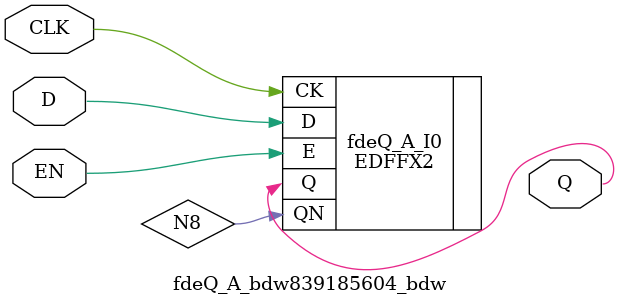
<source format=v>
/*****************************************************************************
    Verilog Hierarchical Gate Level Netlist
    
    Configured at: 11:23:54 CST (+0800), Sunday 24 April 2022
    Configured on: ws45
    Configured by: m110061422 (m110061422)
    
    Created by: CellMath Designer 2019.1.01 
*******************************************************************************/
/*****************************************************************************
    Technology library details
    
    name: slow_vdd1v2
    file name(s):
            /usr/cadtool/cadence/STRATUS/cur/tools.lnx86/cellmath/libs/generic.lbf
            /usr/cadtool/cadence/STRATUS/cur/tools.lnx86/cellmath/libs/gencount.lbf
            /usr/cadtool/cadence/STRATUS/STRATUS_19.12.100/share/stratus/techlibs/GPDK045/gsclib045_svt_v4.4/gsclib045/timing/slow_vdd1v2_basicCells.lib
    No wireload model
    op condition: PVT_1P08V_125C
*****************************************************************************/

module DFT_compute_cynw_cm_float_cos_E8_M23_1 (
	a_sign,
	a_exp,
	a_man,
	x,
	aclk,
	astall
	); /* architecture "gate_level" */ 
input  a_sign;
input [7:0] a_exp;
input [22:0] a_man;
output [36:0] x;
input  aclk;
input  astall;
wire  bdw_enable;
wire [36:0] DFT_compute_cynw_cm_float_cos_E8_M23_0_inst_x;
wire  DFT_compute_cynw_cm_float_cos_E8_M23_0_inst_inst_cellmath__19,
	DFT_compute_cynw_cm_float_cos_E8_M23_0_inst_inst_cellmath__24;
wire [8:0] DFT_compute_cynw_cm_float_cos_E8_M23_0_inst_inst_cellmath__42;
wire [22:0] DFT_compute_cynw_cm_float_cos_E8_M23_0_inst_inst_cellmath__61;
wire  DFT_compute_cynw_cm_float_cos_E8_M23_0_inst_inst_cellmath__68;
wire [0:0] DFT_compute_cynw_cm_float_cos_E8_M23_0_inst_inst_cellmath__115__W1;
wire [29:0] DFT_compute_cynw_cm_float_cos_E8_M23_0_inst_inst_cellmath__195;
wire [20:0] DFT_compute_cynw_cm_float_cos_E8_M23_0_inst_inst_cellmath__197;
wire [32:0] DFT_compute_cynw_cm_float_cos_E8_M23_0_inst_inst_cellmath__198;
wire [49:0] DFT_compute_cynw_cm_float_cos_E8_M23_0_inst_inst_cellmath__201;
wire [46:0] DFT_compute_cynw_cm_float_cos_E8_M23_0_inst_inst_cellmath__203__W0,
	DFT_compute_cynw_cm_float_cos_E8_M23_0_inst_inst_cellmath__203__W1;
wire [30:0] DFT_compute_cynw_cm_float_cos_E8_M23_0_inst_inst_cellmath__210;
wire [4:0] DFT_compute_cynw_cm_float_cos_E8_M23_0_inst_inst_cellmath__215;
wire  DFT_compute_cynw_cm_float_cos_E8_M23_0_inst_N493,
	DFT_compute_cynw_cm_float_cos_E8_M23_0_inst_N548,
	DFT_compute_cynw_cm_float_cos_E8_M23_0_inst_N549,
	DFT_compute_cynw_cm_float_cos_E8_M23_0_inst_N550,
	DFT_compute_cynw_cm_float_cos_E8_M23_0_inst_N551,
	DFT_compute_cynw_cm_float_cos_E8_M23_0_inst_N585,
	DFT_compute_cynw_cm_float_cos_E8_M23_0_inst_N594,
	DFT_compute_cynw_cm_float_cos_E8_M23_0_inst_N595,
	DFT_compute_cynw_cm_float_cos_E8_M23_0_inst_N623,
	DFT_compute_cynw_cm_float_cos_E8_M23_0_inst_N624,
	DFT_compute_cynw_cm_float_cos_E8_M23_0_inst_N625,
	DFT_compute_cynw_cm_float_cos_E8_M23_0_inst_N626,
	DFT_compute_cynw_cm_float_cos_E8_M23_0_inst_N627,
	DFT_compute_cynw_cm_float_cos_E8_M23_0_inst_N628,
	DFT_compute_cynw_cm_float_cos_E8_M23_0_inst_N630,
	DFT_compute_cynw_cm_float_cos_E8_M23_0_inst_N631,
	DFT_compute_cynw_cm_float_cos_E8_M23_0_inst_N632,
	DFT_compute_cynw_cm_float_cos_E8_M23_0_inst_N633,
	DFT_compute_cynw_cm_float_cos_E8_M23_0_inst_N634,
	DFT_compute_cynw_cm_float_cos_E8_M23_0_inst_N635,
	DFT_compute_cynw_cm_float_cos_E8_M23_0_inst_N636,
	DFT_compute_cynw_cm_float_cos_E8_M23_0_inst_N637,
	DFT_compute_cynw_cm_float_cos_E8_M23_0_inst_N638,
	DFT_compute_cynw_cm_float_cos_E8_M23_0_inst_N639,
	DFT_compute_cynw_cm_float_cos_E8_M23_0_inst_N640,
	DFT_compute_cynw_cm_float_cos_E8_M23_0_inst_N641,
	DFT_compute_cynw_cm_float_cos_E8_M23_0_inst_N642,
	DFT_compute_cynw_cm_float_cos_E8_M23_0_inst_N643,
	DFT_compute_cynw_cm_float_cos_E8_M23_0_inst_N644,
	DFT_compute_cynw_cm_float_cos_E8_M23_0_inst_N645,
	DFT_compute_cynw_cm_float_cos_E8_M23_0_inst_N646,
	DFT_compute_cynw_cm_float_cos_E8_M23_0_inst_N647,
	DFT_compute_cynw_cm_float_cos_E8_M23_0_inst_N648,
	DFT_compute_cynw_cm_float_cos_E8_M23_0_inst_N649,
	DFT_compute_cynw_cm_float_cos_E8_M23_0_inst_N650,
	DFT_compute_cynw_cm_float_cos_E8_M23_0_inst_N651,
	DFT_compute_cynw_cm_float_cos_E8_M23_0_inst_N652,
	DFT_compute_cynw_cm_float_cos_E8_M23_0_inst_N665,
	DFT_compute_cynw_cm_float_cos_E8_M23_0_inst_N666,
	DFT_compute_cynw_cm_float_cos_E8_M23_0_inst_N667,
	DFT_compute_cynw_cm_float_cos_E8_M23_0_inst_N668,
	DFT_compute_cynw_cm_float_cos_E8_M23_0_inst_N669,
	DFT_compute_cynw_cm_float_cos_E8_M23_0_inst_N670,
	DFT_compute_cynw_cm_float_cos_E8_M23_0_inst_N671,
	DFT_compute_cynw_cm_float_cos_E8_M23_0_inst_N672,
	DFT_compute_cynw_cm_float_cos_E8_M23_0_inst_N673,
	DFT_compute_cynw_cm_float_cos_E8_M23_0_inst_N674,
	DFT_compute_cynw_cm_float_cos_E8_M23_0_inst_N675,
	DFT_compute_cynw_cm_float_cos_E8_M23_0_inst_N677,
	DFT_compute_cynw_cm_float_cos_E8_M23_0_inst_N678,
	DFT_compute_cynw_cm_float_cos_E8_M23_0_inst_N679,
	DFT_compute_cynw_cm_float_cos_E8_M23_0_inst_N680,
	DFT_compute_cynw_cm_float_cos_E8_M23_0_inst_N681,
	DFT_compute_cynw_cm_float_cos_E8_M23_0_inst_N682,
	DFT_compute_cynw_cm_float_cos_E8_M23_0_inst_N683,
	DFT_compute_cynw_cm_float_cos_E8_M23_0_inst_N684,
	DFT_compute_cynw_cm_float_cos_E8_M23_0_inst_N685,
	DFT_compute_cynw_cm_float_cos_E8_M23_0_inst_N686,
	DFT_compute_cynw_cm_float_cos_E8_M23_0_inst_N687,
	DFT_compute_cynw_cm_float_cos_E8_M23_0_inst_N688,
	DFT_compute_cynw_cm_float_cos_E8_M23_0_inst_N689,
	DFT_compute_cynw_cm_float_cos_E8_M23_0_inst_N690,
	DFT_compute_cynw_cm_float_cos_E8_M23_0_inst_N691,
	DFT_compute_cynw_cm_float_cos_E8_M23_0_inst_N692,
	DFT_compute_cynw_cm_float_cos_E8_M23_0_inst_N693,
	DFT_compute_cynw_cm_float_cos_E8_M23_0_inst_N694,
	DFT_compute_cynw_cm_float_cos_E8_M23_0_inst_N696,
	DFT_compute_cynw_cm_float_cos_E8_M23_0_inst_N697,
	DFT_compute_cynw_cm_float_cos_E8_M23_0_inst_N698,
	DFT_compute_cynw_cm_float_cos_E8_M23_0_inst_N699,
	DFT_compute_cynw_cm_float_cos_E8_M23_0_inst_N700,
	DFT_compute_cynw_cm_float_cos_E8_M23_0_inst_N701,
	DFT_compute_cynw_cm_float_cos_E8_M23_0_inst_N702,
	DFT_compute_cynw_cm_float_cos_E8_M23_0_inst_N703,
	DFT_compute_cynw_cm_float_cos_E8_M23_0_inst_N704,
	DFT_compute_cynw_cm_float_cos_E8_M23_0_inst_N705,
	DFT_compute_cynw_cm_float_cos_E8_M23_0_inst_N706,
	DFT_compute_cynw_cm_float_cos_E8_M23_0_inst_N707,
	DFT_compute_cynw_cm_float_cos_E8_M23_0_inst_N708,
	DFT_compute_cynw_cm_float_cos_E8_M23_0_inst_N709,
	DFT_compute_cynw_cm_float_cos_E8_M23_0_inst_N710,
	DFT_compute_cynw_cm_float_cos_E8_M23_0_inst_N711,
	DFT_compute_cynw_cm_float_cos_E8_M23_0_inst_N712,
	DFT_compute_cynw_cm_float_cos_E8_M23_0_inst_N713,
	DFT_compute_cynw_cm_float_cos_E8_M23_0_inst_N741,
	DFT_compute_cynw_cm_float_cos_E8_M23_0_inst_N753,
	DFT_compute_cynw_cm_float_cos_E8_M23_0_inst_N761,
	DFT_compute_cynw_cm_float_cos_E8_M23_0_inst_N3808,
	DFT_compute_cynw_cm_float_cos_E8_M23_0_inst_N3809,
	DFT_compute_cynw_cm_float_cos_E8_M23_0_inst_N3810,
	DFT_compute_cynw_cm_float_cos_E8_M23_0_inst_N5559,
	DFT_compute_cynw_cm_float_cos_E8_M23_0_inst_N5560,
	DFT_compute_cynw_cm_float_cos_E8_M23_0_inst_N5561,
	DFT_compute_cynw_cm_float_cos_E8_M23_0_inst_N5562,
	DFT_compute_cynw_cm_float_cos_E8_M23_0_inst_N5563,
	DFT_compute_cynw_cm_float_cos_E8_M23_0_inst_N5564,
	DFT_compute_cynw_cm_float_cos_E8_M23_0_inst_N5565,
	DFT_compute_cynw_cm_float_cos_E8_M23_0_inst_N5566,
	DFT_compute_cynw_cm_float_cos_E8_M23_0_inst_N5569,
	DFT_compute_cynw_cm_float_cos_E8_M23_0_inst_N5570,
	DFT_compute_cynw_cm_float_cos_E8_M23_0_inst_N5572,
	DFT_compute_cynw_cm_float_cos_E8_M23_0_inst_N5573,
	DFT_compute_cynw_cm_float_cos_E8_M23_0_inst_N5574,
	DFT_compute_cynw_cm_float_cos_E8_M23_0_inst_N5575,
	DFT_compute_cynw_cm_float_cos_E8_M23_0_inst_N5576,
	DFT_compute_cynw_cm_float_cos_E8_M23_0_inst_N5577,
	DFT_compute_cynw_cm_float_cos_E8_M23_0_inst_N5578,
	DFT_compute_cynw_cm_float_cos_E8_M23_0_inst_N5580,
	DFT_compute_cynw_cm_float_cos_E8_M23_0_inst_N5581,
	DFT_compute_cynw_cm_float_cos_E8_M23_0_inst_N5582,
	DFT_compute_cynw_cm_float_cos_E8_M23_0_inst_N5583,
	DFT_compute_cynw_cm_float_cos_E8_M23_0_inst_N5587,
	DFT_compute_cynw_cm_float_cos_E8_M23_0_inst_N5588,
	DFT_compute_cynw_cm_float_cos_E8_M23_0_inst_N5589,
	DFT_compute_cynw_cm_float_cos_E8_M23_0_inst_N5590,
	DFT_compute_cynw_cm_float_cos_E8_M23_0_inst_N5591,
	DFT_compute_cynw_cm_float_cos_E8_M23_0_inst_N5592,
	DFT_compute_cynw_cm_float_cos_E8_M23_0_inst_N5594,
	DFT_compute_cynw_cm_float_cos_E8_M23_0_inst_N5595,
	DFT_compute_cynw_cm_float_cos_E8_M23_0_inst_N5597,
	DFT_compute_cynw_cm_float_cos_E8_M23_0_inst_N5598,
	DFT_compute_cynw_cm_float_cos_E8_M23_0_inst_N5600,
	DFT_compute_cynw_cm_float_cos_E8_M23_0_inst_N5601,
	DFT_compute_cynw_cm_float_cos_E8_M23_0_inst_N5602,
	DFT_compute_cynw_cm_float_cos_E8_M23_0_inst_N5603,
	DFT_compute_cynw_cm_float_cos_E8_M23_0_inst_N5604,
	DFT_compute_cynw_cm_float_cos_E8_M23_0_inst_N5605,
	DFT_compute_cynw_cm_float_cos_E8_M23_0_inst_N5606,
	DFT_compute_cynw_cm_float_cos_E8_M23_0_inst_N5607,
	DFT_compute_cynw_cm_float_cos_E8_M23_0_inst_N5608,
	DFT_compute_cynw_cm_float_cos_E8_M23_0_inst_N5609,
	DFT_compute_cynw_cm_float_cos_E8_M23_0_inst_N5610,
	DFT_compute_cynw_cm_float_cos_E8_M23_0_inst_N5611,
	DFT_compute_cynw_cm_float_cos_E8_M23_0_inst_N5614,
	DFT_compute_cynw_cm_float_cos_E8_M23_0_inst_N5615,
	DFT_compute_cynw_cm_float_cos_E8_M23_0_inst_N5616,
	DFT_compute_cynw_cm_float_cos_E8_M23_0_inst_N5617,
	DFT_compute_cynw_cm_float_cos_E8_M23_0_inst_N5618,
	DFT_compute_cynw_cm_float_cos_E8_M23_0_inst_N5619,
	DFT_compute_cynw_cm_float_cos_E8_M23_0_inst_N5620,
	DFT_compute_cynw_cm_float_cos_E8_M23_0_inst_N5621,
	DFT_compute_cynw_cm_float_cos_E8_M23_0_inst_N5622,
	DFT_compute_cynw_cm_float_cos_E8_M23_0_inst_N5623,
	DFT_compute_cynw_cm_float_cos_E8_M23_0_inst_N5624,
	DFT_compute_cynw_cm_float_cos_E8_M23_0_inst_N5626,
	DFT_compute_cynw_cm_float_cos_E8_M23_0_inst_N5627,
	DFT_compute_cynw_cm_float_cos_E8_M23_0_inst_N5628,
	DFT_compute_cynw_cm_float_cos_E8_M23_0_inst_N5629,
	DFT_compute_cynw_cm_float_cos_E8_M23_0_inst_N5630,
	DFT_compute_cynw_cm_float_cos_E8_M23_0_inst_N5631,
	DFT_compute_cynw_cm_float_cos_E8_M23_0_inst_N5634,
	DFT_compute_cynw_cm_float_cos_E8_M23_0_inst_N5635,
	DFT_compute_cynw_cm_float_cos_E8_M23_0_inst_N5637,
	DFT_compute_cynw_cm_float_cos_E8_M23_0_inst_N5638,
	DFT_compute_cynw_cm_float_cos_E8_M23_0_inst_N5639,
	DFT_compute_cynw_cm_float_cos_E8_M23_0_inst_N5640,
	DFT_compute_cynw_cm_float_cos_E8_M23_0_inst_N5641,
	DFT_compute_cynw_cm_float_cos_E8_M23_0_inst_N5643,
	DFT_compute_cynw_cm_float_cos_E8_M23_0_inst_N5644,
	DFT_compute_cynw_cm_float_cos_E8_M23_0_inst_N5645,
	DFT_compute_cynw_cm_float_cos_E8_M23_0_inst_N5646,
	DFT_compute_cynw_cm_float_cos_E8_M23_0_inst_N5647,
	DFT_compute_cynw_cm_float_cos_E8_M23_0_inst_N5648,
	DFT_compute_cynw_cm_float_cos_E8_M23_0_inst_N5649,
	DFT_compute_cynw_cm_float_cos_E8_M23_0_inst_N5650,
	DFT_compute_cynw_cm_float_cos_E8_M23_0_inst_N5651,
	DFT_compute_cynw_cm_float_cos_E8_M23_0_inst_N5652,
	DFT_compute_cynw_cm_float_cos_E8_M23_0_inst_N5653,
	DFT_compute_cynw_cm_float_cos_E8_M23_0_inst_N5655,
	DFT_compute_cynw_cm_float_cos_E8_M23_0_inst_N5656,
	DFT_compute_cynw_cm_float_cos_E8_M23_0_inst_N5657,
	DFT_compute_cynw_cm_float_cos_E8_M23_0_inst_N5658,
	DFT_compute_cynw_cm_float_cos_E8_M23_0_inst_N5659,
	DFT_compute_cynw_cm_float_cos_E8_M23_0_inst_N5660,
	DFT_compute_cynw_cm_float_cos_E8_M23_0_inst_N5662,
	DFT_compute_cynw_cm_float_cos_E8_M23_0_inst_N5663,
	DFT_compute_cynw_cm_float_cos_E8_M23_0_inst_N5664,
	DFT_compute_cynw_cm_float_cos_E8_M23_0_inst_N5666,
	DFT_compute_cynw_cm_float_cos_E8_M23_0_inst_N5668,
	DFT_compute_cynw_cm_float_cos_E8_M23_0_inst_N5669,
	DFT_compute_cynw_cm_float_cos_E8_M23_0_inst_N5671,
	DFT_compute_cynw_cm_float_cos_E8_M23_0_inst_N5672,
	DFT_compute_cynw_cm_float_cos_E8_M23_0_inst_N5673,
	DFT_compute_cynw_cm_float_cos_E8_M23_0_inst_N5674,
	DFT_compute_cynw_cm_float_cos_E8_M23_0_inst_N5675,
	DFT_compute_cynw_cm_float_cos_E8_M23_0_inst_N5677,
	DFT_compute_cynw_cm_float_cos_E8_M23_0_inst_N5678,
	DFT_compute_cynw_cm_float_cos_E8_M23_0_inst_N5679,
	DFT_compute_cynw_cm_float_cos_E8_M23_0_inst_N5680,
	DFT_compute_cynw_cm_float_cos_E8_M23_0_inst_N5681,
	DFT_compute_cynw_cm_float_cos_E8_M23_0_inst_N5682,
	DFT_compute_cynw_cm_float_cos_E8_M23_0_inst_N5683,
	DFT_compute_cynw_cm_float_cos_E8_M23_0_inst_N5685,
	DFT_compute_cynw_cm_float_cos_E8_M23_0_inst_N5686,
	DFT_compute_cynw_cm_float_cos_E8_M23_0_inst_N5687,
	DFT_compute_cynw_cm_float_cos_E8_M23_0_inst_N5688,
	DFT_compute_cynw_cm_float_cos_E8_M23_0_inst_N5689,
	DFT_compute_cynw_cm_float_cos_E8_M23_0_inst_N5691,
	DFT_compute_cynw_cm_float_cos_E8_M23_0_inst_N5693,
	DFT_compute_cynw_cm_float_cos_E8_M23_0_inst_N5694,
	DFT_compute_cynw_cm_float_cos_E8_M23_0_inst_N5695,
	DFT_compute_cynw_cm_float_cos_E8_M23_0_inst_N5698,
	DFT_compute_cynw_cm_float_cos_E8_M23_0_inst_N5699,
	DFT_compute_cynw_cm_float_cos_E8_M23_0_inst_N5700,
	DFT_compute_cynw_cm_float_cos_E8_M23_0_inst_N5701,
	DFT_compute_cynw_cm_float_cos_E8_M23_0_inst_N5702,
	DFT_compute_cynw_cm_float_cos_E8_M23_0_inst_N5703,
	DFT_compute_cynw_cm_float_cos_E8_M23_0_inst_N5704,
	DFT_compute_cynw_cm_float_cos_E8_M23_0_inst_N5705,
	DFT_compute_cynw_cm_float_cos_E8_M23_0_inst_N5706,
	DFT_compute_cynw_cm_float_cos_E8_M23_0_inst_N5707,
	DFT_compute_cynw_cm_float_cos_E8_M23_0_inst_N5708,
	DFT_compute_cynw_cm_float_cos_E8_M23_0_inst_N5710,
	DFT_compute_cynw_cm_float_cos_E8_M23_0_inst_N5711,
	DFT_compute_cynw_cm_float_cos_E8_M23_0_inst_N5712,
	DFT_compute_cynw_cm_float_cos_E8_M23_0_inst_N5713,
	DFT_compute_cynw_cm_float_cos_E8_M23_0_inst_N5716,
	DFT_compute_cynw_cm_float_cos_E8_M23_0_inst_N5717,
	DFT_compute_cynw_cm_float_cos_E8_M23_0_inst_N5718,
	DFT_compute_cynw_cm_float_cos_E8_M23_0_inst_N5720,
	DFT_compute_cynw_cm_float_cos_E8_M23_0_inst_N5721,
	DFT_compute_cynw_cm_float_cos_E8_M23_0_inst_N5723,
	DFT_compute_cynw_cm_float_cos_E8_M23_0_inst_N5725,
	DFT_compute_cynw_cm_float_cos_E8_M23_0_inst_N5726,
	DFT_compute_cynw_cm_float_cos_E8_M23_0_inst_N5727,
	DFT_compute_cynw_cm_float_cos_E8_M23_0_inst_N5729,
	DFT_compute_cynw_cm_float_cos_E8_M23_0_inst_N5730,
	DFT_compute_cynw_cm_float_cos_E8_M23_0_inst_N5731,
	DFT_compute_cynw_cm_float_cos_E8_M23_0_inst_N5732,
	DFT_compute_cynw_cm_float_cos_E8_M23_0_inst_N5733,
	DFT_compute_cynw_cm_float_cos_E8_M23_0_inst_N5734,
	DFT_compute_cynw_cm_float_cos_E8_M23_0_inst_N5735,
	DFT_compute_cynw_cm_float_cos_E8_M23_0_inst_N5736,
	DFT_compute_cynw_cm_float_cos_E8_M23_0_inst_N5737,
	DFT_compute_cynw_cm_float_cos_E8_M23_0_inst_N5738,
	DFT_compute_cynw_cm_float_cos_E8_M23_0_inst_N5739,
	DFT_compute_cynw_cm_float_cos_E8_M23_0_inst_N5740,
	DFT_compute_cynw_cm_float_cos_E8_M23_0_inst_N5741,
	DFT_compute_cynw_cm_float_cos_E8_M23_0_inst_N5742,
	DFT_compute_cynw_cm_float_cos_E8_M23_0_inst_N5744,
	DFT_compute_cynw_cm_float_cos_E8_M23_0_inst_N5745,
	DFT_compute_cynw_cm_float_cos_E8_M23_0_inst_N5746,
	DFT_compute_cynw_cm_float_cos_E8_M23_0_inst_N5747,
	DFT_compute_cynw_cm_float_cos_E8_M23_0_inst_N5748,
	DFT_compute_cynw_cm_float_cos_E8_M23_0_inst_N5749,
	DFT_compute_cynw_cm_float_cos_E8_M23_0_inst_N5750,
	DFT_compute_cynw_cm_float_cos_E8_M23_0_inst_N5751,
	DFT_compute_cynw_cm_float_cos_E8_M23_0_inst_N5752,
	DFT_compute_cynw_cm_float_cos_E8_M23_0_inst_N5753,
	DFT_compute_cynw_cm_float_cos_E8_M23_0_inst_N5754,
	DFT_compute_cynw_cm_float_cos_E8_M23_0_inst_N5755,
	DFT_compute_cynw_cm_float_cos_E8_M23_0_inst_N5757,
	DFT_compute_cynw_cm_float_cos_E8_M23_0_inst_N5758,
	DFT_compute_cynw_cm_float_cos_E8_M23_0_inst_N5759,
	DFT_compute_cynw_cm_float_cos_E8_M23_0_inst_N5763,
	DFT_compute_cynw_cm_float_cos_E8_M23_0_inst_N5766,
	DFT_compute_cynw_cm_float_cos_E8_M23_0_inst_N5767,
	DFT_compute_cynw_cm_float_cos_E8_M23_0_inst_N5768,
	DFT_compute_cynw_cm_float_cos_E8_M23_0_inst_N5769,
	DFT_compute_cynw_cm_float_cos_E8_M23_0_inst_N5770,
	DFT_compute_cynw_cm_float_cos_E8_M23_0_inst_N5771,
	DFT_compute_cynw_cm_float_cos_E8_M23_0_inst_N5772,
	DFT_compute_cynw_cm_float_cos_E8_M23_0_inst_N5773,
	DFT_compute_cynw_cm_float_cos_E8_M23_0_inst_N5774,
	DFT_compute_cynw_cm_float_cos_E8_M23_0_inst_N5775,
	DFT_compute_cynw_cm_float_cos_E8_M23_0_inst_N5776,
	DFT_compute_cynw_cm_float_cos_E8_M23_0_inst_N5777,
	DFT_compute_cynw_cm_float_cos_E8_M23_0_inst_N5778,
	DFT_compute_cynw_cm_float_cos_E8_M23_0_inst_N5779,
	DFT_compute_cynw_cm_float_cos_E8_M23_0_inst_N5780,
	DFT_compute_cynw_cm_float_cos_E8_M23_0_inst_N5781,
	DFT_compute_cynw_cm_float_cos_E8_M23_0_inst_N5784,
	DFT_compute_cynw_cm_float_cos_E8_M23_0_inst_N5785,
	DFT_compute_cynw_cm_float_cos_E8_M23_0_inst_N5786,
	DFT_compute_cynw_cm_float_cos_E8_M23_0_inst_N5787,
	DFT_compute_cynw_cm_float_cos_E8_M23_0_inst_N5788,
	DFT_compute_cynw_cm_float_cos_E8_M23_0_inst_N5789,
	DFT_compute_cynw_cm_float_cos_E8_M23_0_inst_N5792,
	DFT_compute_cynw_cm_float_cos_E8_M23_0_inst_N5793,
	DFT_compute_cynw_cm_float_cos_E8_M23_0_inst_N5795,
	DFT_compute_cynw_cm_float_cos_E8_M23_0_inst_N5798,
	DFT_compute_cynw_cm_float_cos_E8_M23_0_inst_N5799,
	DFT_compute_cynw_cm_float_cos_E8_M23_0_inst_N5801,
	DFT_compute_cynw_cm_float_cos_E8_M23_0_inst_N5802,
	DFT_compute_cynw_cm_float_cos_E8_M23_0_inst_N5803,
	DFT_compute_cynw_cm_float_cos_E8_M23_0_inst_N5804,
	DFT_compute_cynw_cm_float_cos_E8_M23_0_inst_N5806,
	DFT_compute_cynw_cm_float_cos_E8_M23_0_inst_N5808,
	DFT_compute_cynw_cm_float_cos_E8_M23_0_inst_N5809,
	DFT_compute_cynw_cm_float_cos_E8_M23_0_inst_N5810,
	DFT_compute_cynw_cm_float_cos_E8_M23_0_inst_N5813,
	DFT_compute_cynw_cm_float_cos_E8_M23_0_inst_N5814,
	DFT_compute_cynw_cm_float_cos_E8_M23_0_inst_N5815,
	DFT_compute_cynw_cm_float_cos_E8_M23_0_inst_N5816,
	DFT_compute_cynw_cm_float_cos_E8_M23_0_inst_N5817,
	DFT_compute_cynw_cm_float_cos_E8_M23_0_inst_N5818,
	DFT_compute_cynw_cm_float_cos_E8_M23_0_inst_N5819,
	DFT_compute_cynw_cm_float_cos_E8_M23_0_inst_N5820,
	DFT_compute_cynw_cm_float_cos_E8_M23_0_inst_N5821,
	DFT_compute_cynw_cm_float_cos_E8_M23_0_inst_N5823,
	DFT_compute_cynw_cm_float_cos_E8_M23_0_inst_N5824,
	DFT_compute_cynw_cm_float_cos_E8_M23_0_inst_N5825,
	DFT_compute_cynw_cm_float_cos_E8_M23_0_inst_N5827,
	DFT_compute_cynw_cm_float_cos_E8_M23_0_inst_N5828,
	DFT_compute_cynw_cm_float_cos_E8_M23_0_inst_N5829,
	DFT_compute_cynw_cm_float_cos_E8_M23_0_inst_N5830,
	DFT_compute_cynw_cm_float_cos_E8_M23_0_inst_N5832,
	DFT_compute_cynw_cm_float_cos_E8_M23_0_inst_N5833,
	DFT_compute_cynw_cm_float_cos_E8_M23_0_inst_N5834,
	DFT_compute_cynw_cm_float_cos_E8_M23_0_inst_N5835,
	DFT_compute_cynw_cm_float_cos_E8_M23_0_inst_N5836,
	DFT_compute_cynw_cm_float_cos_E8_M23_0_inst_N5837,
	DFT_compute_cynw_cm_float_cos_E8_M23_0_inst_N5838,
	DFT_compute_cynw_cm_float_cos_E8_M23_0_inst_N5839,
	DFT_compute_cynw_cm_float_cos_E8_M23_0_inst_N5840,
	DFT_compute_cynw_cm_float_cos_E8_M23_0_inst_N5842,
	DFT_compute_cynw_cm_float_cos_E8_M23_0_inst_N5843,
	DFT_compute_cynw_cm_float_cos_E8_M23_0_inst_N5844,
	DFT_compute_cynw_cm_float_cos_E8_M23_0_inst_N5846,
	DFT_compute_cynw_cm_float_cos_E8_M23_0_inst_N5847,
	DFT_compute_cynw_cm_float_cos_E8_M23_0_inst_N5848,
	DFT_compute_cynw_cm_float_cos_E8_M23_0_inst_N5849,
	DFT_compute_cynw_cm_float_cos_E8_M23_0_inst_N5850,
	DFT_compute_cynw_cm_float_cos_E8_M23_0_inst_N5851,
	DFT_compute_cynw_cm_float_cos_E8_M23_0_inst_N5852,
	DFT_compute_cynw_cm_float_cos_E8_M23_0_inst_N5853,
	DFT_compute_cynw_cm_float_cos_E8_M23_0_inst_N5854,
	DFT_compute_cynw_cm_float_cos_E8_M23_0_inst_N5855,
	DFT_compute_cynw_cm_float_cos_E8_M23_0_inst_N5856,
	DFT_compute_cynw_cm_float_cos_E8_M23_0_inst_N5857,
	DFT_compute_cynw_cm_float_cos_E8_M23_0_inst_N5861,
	DFT_compute_cynw_cm_float_cos_E8_M23_0_inst_N5862,
	DFT_compute_cynw_cm_float_cos_E8_M23_0_inst_N5865,
	DFT_compute_cynw_cm_float_cos_E8_M23_0_inst_N5866,
	DFT_compute_cynw_cm_float_cos_E8_M23_0_inst_N5867,
	DFT_compute_cynw_cm_float_cos_E8_M23_0_inst_N5868,
	DFT_compute_cynw_cm_float_cos_E8_M23_0_inst_N5869,
	DFT_compute_cynw_cm_float_cos_E8_M23_0_inst_N5870,
	DFT_compute_cynw_cm_float_cos_E8_M23_0_inst_N5871,
	DFT_compute_cynw_cm_float_cos_E8_M23_0_inst_N5872,
	DFT_compute_cynw_cm_float_cos_E8_M23_0_inst_N5875,
	DFT_compute_cynw_cm_float_cos_E8_M23_0_inst_N5876,
	DFT_compute_cynw_cm_float_cos_E8_M23_0_inst_N5878,
	DFT_compute_cynw_cm_float_cos_E8_M23_0_inst_N5881,
	DFT_compute_cynw_cm_float_cos_E8_M23_0_inst_N5882,
	DFT_compute_cynw_cm_float_cos_E8_M23_0_inst_N5883,
	DFT_compute_cynw_cm_float_cos_E8_M23_0_inst_N5884,
	DFT_compute_cynw_cm_float_cos_E8_M23_0_inst_N5885,
	DFT_compute_cynw_cm_float_cos_E8_M23_0_inst_N5886,
	DFT_compute_cynw_cm_float_cos_E8_M23_0_inst_N5887,
	DFT_compute_cynw_cm_float_cos_E8_M23_0_inst_N5889,
	DFT_compute_cynw_cm_float_cos_E8_M23_0_inst_N5890,
	DFT_compute_cynw_cm_float_cos_E8_M23_0_inst_N5891,
	DFT_compute_cynw_cm_float_cos_E8_M23_0_inst_N5893,
	DFT_compute_cynw_cm_float_cos_E8_M23_0_inst_N5894,
	DFT_compute_cynw_cm_float_cos_E8_M23_0_inst_N5895,
	DFT_compute_cynw_cm_float_cos_E8_M23_0_inst_N5896,
	DFT_compute_cynw_cm_float_cos_E8_M23_0_inst_N5897,
	DFT_compute_cynw_cm_float_cos_E8_M23_0_inst_N5898,
	DFT_compute_cynw_cm_float_cos_E8_M23_0_inst_N5899,
	DFT_compute_cynw_cm_float_cos_E8_M23_0_inst_N5901,
	DFT_compute_cynw_cm_float_cos_E8_M23_0_inst_N5902,
	DFT_compute_cynw_cm_float_cos_E8_M23_0_inst_N5903,
	DFT_compute_cynw_cm_float_cos_E8_M23_0_inst_N5905,
	DFT_compute_cynw_cm_float_cos_E8_M23_0_inst_N5906,
	DFT_compute_cynw_cm_float_cos_E8_M23_0_inst_N5909,
	DFT_compute_cynw_cm_float_cos_E8_M23_0_inst_N5910,
	DFT_compute_cynw_cm_float_cos_E8_M23_0_inst_N5911,
	DFT_compute_cynw_cm_float_cos_E8_M23_0_inst_N5912,
	DFT_compute_cynw_cm_float_cos_E8_M23_0_inst_N5914,
	DFT_compute_cynw_cm_float_cos_E8_M23_0_inst_N5915,
	DFT_compute_cynw_cm_float_cos_E8_M23_0_inst_N5916,
	DFT_compute_cynw_cm_float_cos_E8_M23_0_inst_N5917,
	DFT_compute_cynw_cm_float_cos_E8_M23_0_inst_N5918,
	DFT_compute_cynw_cm_float_cos_E8_M23_0_inst_N5919,
	DFT_compute_cynw_cm_float_cos_E8_M23_0_inst_N5921,
	DFT_compute_cynw_cm_float_cos_E8_M23_0_inst_N5922,
	DFT_compute_cynw_cm_float_cos_E8_M23_0_inst_N5923,
	DFT_compute_cynw_cm_float_cos_E8_M23_0_inst_N5924,
	DFT_compute_cynw_cm_float_cos_E8_M23_0_inst_N5925,
	DFT_compute_cynw_cm_float_cos_E8_M23_0_inst_N5926,
	DFT_compute_cynw_cm_float_cos_E8_M23_0_inst_N5927,
	DFT_compute_cynw_cm_float_cos_E8_M23_0_inst_N5928,
	DFT_compute_cynw_cm_float_cos_E8_M23_0_inst_N5929,
	DFT_compute_cynw_cm_float_cos_E8_M23_0_inst_N5932,
	DFT_compute_cynw_cm_float_cos_E8_M23_0_inst_N5933,
	DFT_compute_cynw_cm_float_cos_E8_M23_0_inst_N5934,
	DFT_compute_cynw_cm_float_cos_E8_M23_0_inst_N5935,
	DFT_compute_cynw_cm_float_cos_E8_M23_0_inst_N5936,
	DFT_compute_cynw_cm_float_cos_E8_M23_0_inst_N5937,
	DFT_compute_cynw_cm_float_cos_E8_M23_0_inst_N5940,
	DFT_compute_cynw_cm_float_cos_E8_M23_0_inst_N5941,
	DFT_compute_cynw_cm_float_cos_E8_M23_0_inst_N5942,
	DFT_compute_cynw_cm_float_cos_E8_M23_0_inst_N5944,
	DFT_compute_cynw_cm_float_cos_E8_M23_0_inst_N5945,
	DFT_compute_cynw_cm_float_cos_E8_M23_0_inst_N5946,
	DFT_compute_cynw_cm_float_cos_E8_M23_0_inst_N5947,
	DFT_compute_cynw_cm_float_cos_E8_M23_0_inst_N5949,
	DFT_compute_cynw_cm_float_cos_E8_M23_0_inst_N5950,
	DFT_compute_cynw_cm_float_cos_E8_M23_0_inst_N5952,
	DFT_compute_cynw_cm_float_cos_E8_M23_0_inst_N5954,
	DFT_compute_cynw_cm_float_cos_E8_M23_0_inst_N5955,
	DFT_compute_cynw_cm_float_cos_E8_M23_0_inst_N5956,
	DFT_compute_cynw_cm_float_cos_E8_M23_0_inst_N5957,
	DFT_compute_cynw_cm_float_cos_E8_M23_0_inst_N5958,
	DFT_compute_cynw_cm_float_cos_E8_M23_0_inst_N5959,
	DFT_compute_cynw_cm_float_cos_E8_M23_0_inst_N5960,
	DFT_compute_cynw_cm_float_cos_E8_M23_0_inst_N5961,
	DFT_compute_cynw_cm_float_cos_E8_M23_0_inst_N5962,
	DFT_compute_cynw_cm_float_cos_E8_M23_0_inst_N5965,
	DFT_compute_cynw_cm_float_cos_E8_M23_0_inst_N5966,
	DFT_compute_cynw_cm_float_cos_E8_M23_0_inst_N5968,
	DFT_compute_cynw_cm_float_cos_E8_M23_0_inst_N5969,
	DFT_compute_cynw_cm_float_cos_E8_M23_0_inst_N5970,
	DFT_compute_cynw_cm_float_cos_E8_M23_0_inst_N5971,
	DFT_compute_cynw_cm_float_cos_E8_M23_0_inst_N5973,
	DFT_compute_cynw_cm_float_cos_E8_M23_0_inst_N5974,
	DFT_compute_cynw_cm_float_cos_E8_M23_0_inst_N5975,
	DFT_compute_cynw_cm_float_cos_E8_M23_0_inst_N5976,
	DFT_compute_cynw_cm_float_cos_E8_M23_0_inst_N5977,
	DFT_compute_cynw_cm_float_cos_E8_M23_0_inst_N5978,
	DFT_compute_cynw_cm_float_cos_E8_M23_0_inst_N5979,
	DFT_compute_cynw_cm_float_cos_E8_M23_0_inst_N5980,
	DFT_compute_cynw_cm_float_cos_E8_M23_0_inst_N5981,
	DFT_compute_cynw_cm_float_cos_E8_M23_0_inst_N5982,
	DFT_compute_cynw_cm_float_cos_E8_M23_0_inst_N5983,
	DFT_compute_cynw_cm_float_cos_E8_M23_0_inst_N5984,
	DFT_compute_cynw_cm_float_cos_E8_M23_0_inst_N5987,
	DFT_compute_cynw_cm_float_cos_E8_M23_0_inst_N5988,
	DFT_compute_cynw_cm_float_cos_E8_M23_0_inst_N5989,
	DFT_compute_cynw_cm_float_cos_E8_M23_0_inst_N5991,
	DFT_compute_cynw_cm_float_cos_E8_M23_0_inst_N5993,
	DFT_compute_cynw_cm_float_cos_E8_M23_0_inst_N5995,
	DFT_compute_cynw_cm_float_cos_E8_M23_0_inst_N5997,
	DFT_compute_cynw_cm_float_cos_E8_M23_0_inst_N5998,
	DFT_compute_cynw_cm_float_cos_E8_M23_0_inst_N6001,
	DFT_compute_cynw_cm_float_cos_E8_M23_0_inst_N6002,
	DFT_compute_cynw_cm_float_cos_E8_M23_0_inst_N6003,
	DFT_compute_cynw_cm_float_cos_E8_M23_0_inst_N6004,
	DFT_compute_cynw_cm_float_cos_E8_M23_0_inst_N6005,
	DFT_compute_cynw_cm_float_cos_E8_M23_0_inst_N6006,
	DFT_compute_cynw_cm_float_cos_E8_M23_0_inst_N6007,
	DFT_compute_cynw_cm_float_cos_E8_M23_0_inst_N6009,
	DFT_compute_cynw_cm_float_cos_E8_M23_0_inst_N6010,
	DFT_compute_cynw_cm_float_cos_E8_M23_0_inst_N6012,
	DFT_compute_cynw_cm_float_cos_E8_M23_0_inst_N6013,
	DFT_compute_cynw_cm_float_cos_E8_M23_0_inst_N6014,
	DFT_compute_cynw_cm_float_cos_E8_M23_0_inst_N6015,
	DFT_compute_cynw_cm_float_cos_E8_M23_0_inst_N6017,
	DFT_compute_cynw_cm_float_cos_E8_M23_0_inst_N6018,
	DFT_compute_cynw_cm_float_cos_E8_M23_0_inst_N6019,
	DFT_compute_cynw_cm_float_cos_E8_M23_0_inst_N6020,
	DFT_compute_cynw_cm_float_cos_E8_M23_0_inst_N6021,
	DFT_compute_cynw_cm_float_cos_E8_M23_0_inst_N6022,
	DFT_compute_cynw_cm_float_cos_E8_M23_0_inst_N6023,
	DFT_compute_cynw_cm_float_cos_E8_M23_0_inst_N6025,
	DFT_compute_cynw_cm_float_cos_E8_M23_0_inst_N6026,
	DFT_compute_cynw_cm_float_cos_E8_M23_0_inst_N6029,
	DFT_compute_cynw_cm_float_cos_E8_M23_0_inst_N6030,
	DFT_compute_cynw_cm_float_cos_E8_M23_0_inst_N6032,
	DFT_compute_cynw_cm_float_cos_E8_M23_0_inst_N6033,
	DFT_compute_cynw_cm_float_cos_E8_M23_0_inst_N6034,
	DFT_compute_cynw_cm_float_cos_E8_M23_0_inst_N6035,
	DFT_compute_cynw_cm_float_cos_E8_M23_0_inst_N6036,
	DFT_compute_cynw_cm_float_cos_E8_M23_0_inst_N6037,
	DFT_compute_cynw_cm_float_cos_E8_M23_0_inst_N6038,
	DFT_compute_cynw_cm_float_cos_E8_M23_0_inst_N6040,
	DFT_compute_cynw_cm_float_cos_E8_M23_0_inst_N6041,
	DFT_compute_cynw_cm_float_cos_E8_M23_0_inst_N6044,
	DFT_compute_cynw_cm_float_cos_E8_M23_0_inst_N6045,
	DFT_compute_cynw_cm_float_cos_E8_M23_0_inst_N6046,
	DFT_compute_cynw_cm_float_cos_E8_M23_0_inst_N6048,
	DFT_compute_cynw_cm_float_cos_E8_M23_0_inst_N6049,
	DFT_compute_cynw_cm_float_cos_E8_M23_0_inst_N6050,
	DFT_compute_cynw_cm_float_cos_E8_M23_0_inst_N6051,
	DFT_compute_cynw_cm_float_cos_E8_M23_0_inst_N6052,
	DFT_compute_cynw_cm_float_cos_E8_M23_0_inst_N6053,
	DFT_compute_cynw_cm_float_cos_E8_M23_0_inst_N6054,
	DFT_compute_cynw_cm_float_cos_E8_M23_0_inst_N6055,
	DFT_compute_cynw_cm_float_cos_E8_M23_0_inst_N6056,
	DFT_compute_cynw_cm_float_cos_E8_M23_0_inst_N6058,
	DFT_compute_cynw_cm_float_cos_E8_M23_0_inst_N6060,
	DFT_compute_cynw_cm_float_cos_E8_M23_0_inst_N6063,
	DFT_compute_cynw_cm_float_cos_E8_M23_0_inst_N6064,
	DFT_compute_cynw_cm_float_cos_E8_M23_0_inst_N6065,
	DFT_compute_cynw_cm_float_cos_E8_M23_0_inst_N6068,
	DFT_compute_cynw_cm_float_cos_E8_M23_0_inst_N6069,
	DFT_compute_cynw_cm_float_cos_E8_M23_0_inst_N6070,
	DFT_compute_cynw_cm_float_cos_E8_M23_0_inst_N6071,
	DFT_compute_cynw_cm_float_cos_E8_M23_0_inst_N6072,
	DFT_compute_cynw_cm_float_cos_E8_M23_0_inst_N6073,
	DFT_compute_cynw_cm_float_cos_E8_M23_0_inst_N6075,
	DFT_compute_cynw_cm_float_cos_E8_M23_0_inst_N6077,
	DFT_compute_cynw_cm_float_cos_E8_M23_0_inst_N6078,
	DFT_compute_cynw_cm_float_cos_E8_M23_0_inst_N6079,
	DFT_compute_cynw_cm_float_cos_E8_M23_0_inst_N6082,
	DFT_compute_cynw_cm_float_cos_E8_M23_0_inst_N6083,
	DFT_compute_cynw_cm_float_cos_E8_M23_0_inst_N6084,
	DFT_compute_cynw_cm_float_cos_E8_M23_0_inst_N6085,
	DFT_compute_cynw_cm_float_cos_E8_M23_0_inst_N6086,
	DFT_compute_cynw_cm_float_cos_E8_M23_0_inst_N6087,
	DFT_compute_cynw_cm_float_cos_E8_M23_0_inst_N6088,
	DFT_compute_cynw_cm_float_cos_E8_M23_0_inst_N6089,
	DFT_compute_cynw_cm_float_cos_E8_M23_0_inst_N6090,
	DFT_compute_cynw_cm_float_cos_E8_M23_0_inst_N6091,
	DFT_compute_cynw_cm_float_cos_E8_M23_0_inst_N6092,
	DFT_compute_cynw_cm_float_cos_E8_M23_0_inst_N6094,
	DFT_compute_cynw_cm_float_cos_E8_M23_0_inst_N6095,
	DFT_compute_cynw_cm_float_cos_E8_M23_0_inst_N6096,
	DFT_compute_cynw_cm_float_cos_E8_M23_0_inst_N6097,
	DFT_compute_cynw_cm_float_cos_E8_M23_0_inst_N6099,
	DFT_compute_cynw_cm_float_cos_E8_M23_0_inst_N6100,
	DFT_compute_cynw_cm_float_cos_E8_M23_0_inst_N6101,
	DFT_compute_cynw_cm_float_cos_E8_M23_0_inst_N6102,
	DFT_compute_cynw_cm_float_cos_E8_M23_0_inst_N6103,
	DFT_compute_cynw_cm_float_cos_E8_M23_0_inst_N6104,
	DFT_compute_cynw_cm_float_cos_E8_M23_0_inst_N6105,
	DFT_compute_cynw_cm_float_cos_E8_M23_0_inst_N6106,
	DFT_compute_cynw_cm_float_cos_E8_M23_0_inst_N6107,
	DFT_compute_cynw_cm_float_cos_E8_M23_0_inst_N6108,
	DFT_compute_cynw_cm_float_cos_E8_M23_0_inst_N6109,
	DFT_compute_cynw_cm_float_cos_E8_M23_0_inst_N6110,
	DFT_compute_cynw_cm_float_cos_E8_M23_0_inst_N6111,
	DFT_compute_cynw_cm_float_cos_E8_M23_0_inst_N6112,
	DFT_compute_cynw_cm_float_cos_E8_M23_0_inst_N6114,
	DFT_compute_cynw_cm_float_cos_E8_M23_0_inst_N6115,
	DFT_compute_cynw_cm_float_cos_E8_M23_0_inst_N6116,
	DFT_compute_cynw_cm_float_cos_E8_M23_0_inst_N6117,
	DFT_compute_cynw_cm_float_cos_E8_M23_0_inst_N6118,
	DFT_compute_cynw_cm_float_cos_E8_M23_0_inst_N6119,
	DFT_compute_cynw_cm_float_cos_E8_M23_0_inst_N6120,
	DFT_compute_cynw_cm_float_cos_E8_M23_0_inst_N6122,
	DFT_compute_cynw_cm_float_cos_E8_M23_0_inst_N6123,
	DFT_compute_cynw_cm_float_cos_E8_M23_0_inst_N6124,
	DFT_compute_cynw_cm_float_cos_E8_M23_0_inst_N6126,
	DFT_compute_cynw_cm_float_cos_E8_M23_0_inst_N6127,
	DFT_compute_cynw_cm_float_cos_E8_M23_0_inst_N6130,
	DFT_compute_cynw_cm_float_cos_E8_M23_0_inst_N6131,
	DFT_compute_cynw_cm_float_cos_E8_M23_0_inst_N6132,
	DFT_compute_cynw_cm_float_cos_E8_M23_0_inst_N6133,
	DFT_compute_cynw_cm_float_cos_E8_M23_0_inst_N6134,
	DFT_compute_cynw_cm_float_cos_E8_M23_0_inst_N6135,
	DFT_compute_cynw_cm_float_cos_E8_M23_0_inst_N6136,
	DFT_compute_cynw_cm_float_cos_E8_M23_0_inst_N6137,
	DFT_compute_cynw_cm_float_cos_E8_M23_0_inst_N6138,
	DFT_compute_cynw_cm_float_cos_E8_M23_0_inst_N6140,
	DFT_compute_cynw_cm_float_cos_E8_M23_0_inst_N6141,
	DFT_compute_cynw_cm_float_cos_E8_M23_0_inst_N6142,
	DFT_compute_cynw_cm_float_cos_E8_M23_0_inst_N6143,
	DFT_compute_cynw_cm_float_cos_E8_M23_0_inst_N6144,
	DFT_compute_cynw_cm_float_cos_E8_M23_0_inst_N6146,
	DFT_compute_cynw_cm_float_cos_E8_M23_0_inst_N6147,
	DFT_compute_cynw_cm_float_cos_E8_M23_0_inst_N6148,
	DFT_compute_cynw_cm_float_cos_E8_M23_0_inst_N6150,
	DFT_compute_cynw_cm_float_cos_E8_M23_0_inst_N6151,
	DFT_compute_cynw_cm_float_cos_E8_M23_0_inst_N6152,
	DFT_compute_cynw_cm_float_cos_E8_M23_0_inst_N6153,
	DFT_compute_cynw_cm_float_cos_E8_M23_0_inst_N6154,
	DFT_compute_cynw_cm_float_cos_E8_M23_0_inst_N6155,
	DFT_compute_cynw_cm_float_cos_E8_M23_0_inst_N6156,
	DFT_compute_cynw_cm_float_cos_E8_M23_0_inst_N6157,
	DFT_compute_cynw_cm_float_cos_E8_M23_0_inst_N6158,
	DFT_compute_cynw_cm_float_cos_E8_M23_0_inst_N6162,
	DFT_compute_cynw_cm_float_cos_E8_M23_0_inst_N6163,
	DFT_compute_cynw_cm_float_cos_E8_M23_0_inst_N6164,
	DFT_compute_cynw_cm_float_cos_E8_M23_0_inst_N6166,
	DFT_compute_cynw_cm_float_cos_E8_M23_0_inst_N6167,
	DFT_compute_cynw_cm_float_cos_E8_M23_0_inst_N6168,
	DFT_compute_cynw_cm_float_cos_E8_M23_0_inst_N6169,
	DFT_compute_cynw_cm_float_cos_E8_M23_0_inst_N6170,
	DFT_compute_cynw_cm_float_cos_E8_M23_0_inst_N6171,
	DFT_compute_cynw_cm_float_cos_E8_M23_0_inst_N6172,
	DFT_compute_cynw_cm_float_cos_E8_M23_0_inst_N6173,
	DFT_compute_cynw_cm_float_cos_E8_M23_0_inst_N6174,
	DFT_compute_cynw_cm_float_cos_E8_M23_0_inst_N6175,
	DFT_compute_cynw_cm_float_cos_E8_M23_0_inst_N6176,
	DFT_compute_cynw_cm_float_cos_E8_M23_0_inst_N6179,
	DFT_compute_cynw_cm_float_cos_E8_M23_0_inst_N6180,
	DFT_compute_cynw_cm_float_cos_E8_M23_0_inst_N6181,
	DFT_compute_cynw_cm_float_cos_E8_M23_0_inst_N6182,
	DFT_compute_cynw_cm_float_cos_E8_M23_0_inst_N6183,
	DFT_compute_cynw_cm_float_cos_E8_M23_0_inst_N6184,
	DFT_compute_cynw_cm_float_cos_E8_M23_0_inst_N6186,
	DFT_compute_cynw_cm_float_cos_E8_M23_0_inst_N6188,
	DFT_compute_cynw_cm_float_cos_E8_M23_0_inst_N6189,
	DFT_compute_cynw_cm_float_cos_E8_M23_0_inst_N6190,
	DFT_compute_cynw_cm_float_cos_E8_M23_0_inst_N6191,
	DFT_compute_cynw_cm_float_cos_E8_M23_0_inst_N6192,
	DFT_compute_cynw_cm_float_cos_E8_M23_0_inst_N6194,
	DFT_compute_cynw_cm_float_cos_E8_M23_0_inst_N6195,
	DFT_compute_cynw_cm_float_cos_E8_M23_0_inst_N6196,
	DFT_compute_cynw_cm_float_cos_E8_M23_0_inst_N6197,
	DFT_compute_cynw_cm_float_cos_E8_M23_0_inst_N6198,
	DFT_compute_cynw_cm_float_cos_E8_M23_0_inst_N6199,
	DFT_compute_cynw_cm_float_cos_E8_M23_0_inst_N6200,
	DFT_compute_cynw_cm_float_cos_E8_M23_0_inst_N6201,
	DFT_compute_cynw_cm_float_cos_E8_M23_0_inst_N6203,
	DFT_compute_cynw_cm_float_cos_E8_M23_0_inst_N6204,
	DFT_compute_cynw_cm_float_cos_E8_M23_0_inst_N6206,
	DFT_compute_cynw_cm_float_cos_E8_M23_0_inst_N6207,
	DFT_compute_cynw_cm_float_cos_E8_M23_0_inst_N6208,
	DFT_compute_cynw_cm_float_cos_E8_M23_0_inst_N6210,
	DFT_compute_cynw_cm_float_cos_E8_M23_0_inst_N6211,
	DFT_compute_cynw_cm_float_cos_E8_M23_0_inst_N6212,
	DFT_compute_cynw_cm_float_cos_E8_M23_0_inst_N6213,
	DFT_compute_cynw_cm_float_cos_E8_M23_0_inst_N6214,
	DFT_compute_cynw_cm_float_cos_E8_M23_0_inst_N6215,
	DFT_compute_cynw_cm_float_cos_E8_M23_0_inst_N6216,
	DFT_compute_cynw_cm_float_cos_E8_M23_0_inst_N6217,
	DFT_compute_cynw_cm_float_cos_E8_M23_0_inst_N6218,
	DFT_compute_cynw_cm_float_cos_E8_M23_0_inst_N6219,
	DFT_compute_cynw_cm_float_cos_E8_M23_0_inst_N6220,
	DFT_compute_cynw_cm_float_cos_E8_M23_0_inst_N6222,
	DFT_compute_cynw_cm_float_cos_E8_M23_0_inst_N6223,
	DFT_compute_cynw_cm_float_cos_E8_M23_0_inst_N6224,
	DFT_compute_cynw_cm_float_cos_E8_M23_0_inst_N6225,
	DFT_compute_cynw_cm_float_cos_E8_M23_0_inst_N6226,
	DFT_compute_cynw_cm_float_cos_E8_M23_0_inst_N6227,
	DFT_compute_cynw_cm_float_cos_E8_M23_0_inst_N6228,
	DFT_compute_cynw_cm_float_cos_E8_M23_0_inst_N6230,
	DFT_compute_cynw_cm_float_cos_E8_M23_0_inst_N6232,
	DFT_compute_cynw_cm_float_cos_E8_M23_0_inst_N6233,
	DFT_compute_cynw_cm_float_cos_E8_M23_0_inst_N6234,
	DFT_compute_cynw_cm_float_cos_E8_M23_0_inst_N6235,
	DFT_compute_cynw_cm_float_cos_E8_M23_0_inst_N6236,
	DFT_compute_cynw_cm_float_cos_E8_M23_0_inst_N6237,
	DFT_compute_cynw_cm_float_cos_E8_M23_0_inst_N6239,
	DFT_compute_cynw_cm_float_cos_E8_M23_0_inst_N6240,
	DFT_compute_cynw_cm_float_cos_E8_M23_0_inst_N6241,
	DFT_compute_cynw_cm_float_cos_E8_M23_0_inst_N6242,
	DFT_compute_cynw_cm_float_cos_E8_M23_0_inst_N6243,
	DFT_compute_cynw_cm_float_cos_E8_M23_0_inst_N6244,
	DFT_compute_cynw_cm_float_cos_E8_M23_0_inst_N6245,
	DFT_compute_cynw_cm_float_cos_E8_M23_0_inst_N6246,
	DFT_compute_cynw_cm_float_cos_E8_M23_0_inst_N6247,
	DFT_compute_cynw_cm_float_cos_E8_M23_0_inst_N6248,
	DFT_compute_cynw_cm_float_cos_E8_M23_0_inst_N6250,
	DFT_compute_cynw_cm_float_cos_E8_M23_0_inst_N6251,
	DFT_compute_cynw_cm_float_cos_E8_M23_0_inst_N6254,
	DFT_compute_cynw_cm_float_cos_E8_M23_0_inst_N6255,
	DFT_compute_cynw_cm_float_cos_E8_M23_0_inst_N6256,
	DFT_compute_cynw_cm_float_cos_E8_M23_0_inst_N6257,
	DFT_compute_cynw_cm_float_cos_E8_M23_0_inst_N6258,
	DFT_compute_cynw_cm_float_cos_E8_M23_0_inst_N6259,
	DFT_compute_cynw_cm_float_cos_E8_M23_0_inst_N6260,
	DFT_compute_cynw_cm_float_cos_E8_M23_0_inst_N6261,
	DFT_compute_cynw_cm_float_cos_E8_M23_0_inst_N6263,
	DFT_compute_cynw_cm_float_cos_E8_M23_0_inst_N6265,
	DFT_compute_cynw_cm_float_cos_E8_M23_0_inst_N6266,
	DFT_compute_cynw_cm_float_cos_E8_M23_0_inst_N6267,
	DFT_compute_cynw_cm_float_cos_E8_M23_0_inst_N6270,
	DFT_compute_cynw_cm_float_cos_E8_M23_0_inst_N6271,
	DFT_compute_cynw_cm_float_cos_E8_M23_0_inst_N6272,
	DFT_compute_cynw_cm_float_cos_E8_M23_0_inst_N6274,
	DFT_compute_cynw_cm_float_cos_E8_M23_0_inst_N6275,
	DFT_compute_cynw_cm_float_cos_E8_M23_0_inst_N6276,
	DFT_compute_cynw_cm_float_cos_E8_M23_0_inst_N6277,
	DFT_compute_cynw_cm_float_cos_E8_M23_0_inst_N6278,
	DFT_compute_cynw_cm_float_cos_E8_M23_0_inst_N6279,
	DFT_compute_cynw_cm_float_cos_E8_M23_0_inst_N6281,
	DFT_compute_cynw_cm_float_cos_E8_M23_0_inst_N6283,
	DFT_compute_cynw_cm_float_cos_E8_M23_0_inst_N6284,
	DFT_compute_cynw_cm_float_cos_E8_M23_0_inst_N6285,
	DFT_compute_cynw_cm_float_cos_E8_M23_0_inst_N6286,
	DFT_compute_cynw_cm_float_cos_E8_M23_0_inst_N6288,
	DFT_compute_cynw_cm_float_cos_E8_M23_0_inst_N6289,
	DFT_compute_cynw_cm_float_cos_E8_M23_0_inst_N6290,
	DFT_compute_cynw_cm_float_cos_E8_M23_0_inst_N6291,
	DFT_compute_cynw_cm_float_cos_E8_M23_0_inst_N6292,
	DFT_compute_cynw_cm_float_cos_E8_M23_0_inst_N6296,
	DFT_compute_cynw_cm_float_cos_E8_M23_0_inst_N6297,
	DFT_compute_cynw_cm_float_cos_E8_M23_0_inst_N6299,
	DFT_compute_cynw_cm_float_cos_E8_M23_0_inst_N6300,
	DFT_compute_cynw_cm_float_cos_E8_M23_0_inst_N6301,
	DFT_compute_cynw_cm_float_cos_E8_M23_0_inst_N6302,
	DFT_compute_cynw_cm_float_cos_E8_M23_0_inst_N6303,
	DFT_compute_cynw_cm_float_cos_E8_M23_0_inst_N6304,
	DFT_compute_cynw_cm_float_cos_E8_M23_0_inst_N6305,
	DFT_compute_cynw_cm_float_cos_E8_M23_0_inst_N6306,
	DFT_compute_cynw_cm_float_cos_E8_M23_0_inst_N6307,
	DFT_compute_cynw_cm_float_cos_E8_M23_0_inst_N6308,
	DFT_compute_cynw_cm_float_cos_E8_M23_0_inst_N6309,
	DFT_compute_cynw_cm_float_cos_E8_M23_0_inst_N6310,
	DFT_compute_cynw_cm_float_cos_E8_M23_0_inst_N6311,
	DFT_compute_cynw_cm_float_cos_E8_M23_0_inst_N6313,
	DFT_compute_cynw_cm_float_cos_E8_M23_0_inst_N6314,
	DFT_compute_cynw_cm_float_cos_E8_M23_0_inst_N6315,
	DFT_compute_cynw_cm_float_cos_E8_M23_0_inst_N6317,
	DFT_compute_cynw_cm_float_cos_E8_M23_0_inst_N6318,
	DFT_compute_cynw_cm_float_cos_E8_M23_0_inst_N6319,
	DFT_compute_cynw_cm_float_cos_E8_M23_0_inst_N6320,
	DFT_compute_cynw_cm_float_cos_E8_M23_0_inst_N6321,
	DFT_compute_cynw_cm_float_cos_E8_M23_0_inst_N6322,
	DFT_compute_cynw_cm_float_cos_E8_M23_0_inst_N6325,
	DFT_compute_cynw_cm_float_cos_E8_M23_0_inst_N6326,
	DFT_compute_cynw_cm_float_cos_E8_M23_0_inst_N6327,
	DFT_compute_cynw_cm_float_cos_E8_M23_0_inst_N6330,
	DFT_compute_cynw_cm_float_cos_E8_M23_0_inst_N6333,
	DFT_compute_cynw_cm_float_cos_E8_M23_0_inst_N6334,
	DFT_compute_cynw_cm_float_cos_E8_M23_0_inst_N6335,
	DFT_compute_cynw_cm_float_cos_E8_M23_0_inst_N6336,
	DFT_compute_cynw_cm_float_cos_E8_M23_0_inst_N6337,
	DFT_compute_cynw_cm_float_cos_E8_M23_0_inst_N6338,
	DFT_compute_cynw_cm_float_cos_E8_M23_0_inst_N6339,
	DFT_compute_cynw_cm_float_cos_E8_M23_0_inst_N6341,
	DFT_compute_cynw_cm_float_cos_E8_M23_0_inst_N6342,
	DFT_compute_cynw_cm_float_cos_E8_M23_0_inst_N6343,
	DFT_compute_cynw_cm_float_cos_E8_M23_0_inst_N6345,
	DFT_compute_cynw_cm_float_cos_E8_M23_0_inst_N6346,
	DFT_compute_cynw_cm_float_cos_E8_M23_0_inst_N6347,
	DFT_compute_cynw_cm_float_cos_E8_M23_0_inst_N6348,
	DFT_compute_cynw_cm_float_cos_E8_M23_0_inst_N6349,
	DFT_compute_cynw_cm_float_cos_E8_M23_0_inst_N6350,
	DFT_compute_cynw_cm_float_cos_E8_M23_0_inst_N6351,
	DFT_compute_cynw_cm_float_cos_E8_M23_0_inst_N6352,
	DFT_compute_cynw_cm_float_cos_E8_M23_0_inst_N6353,
	DFT_compute_cynw_cm_float_cos_E8_M23_0_inst_N6354,
	DFT_compute_cynw_cm_float_cos_E8_M23_0_inst_N6355,
	DFT_compute_cynw_cm_float_cos_E8_M23_0_inst_N6356,
	DFT_compute_cynw_cm_float_cos_E8_M23_0_inst_N6357,
	DFT_compute_cynw_cm_float_cos_E8_M23_0_inst_N6358,
	DFT_compute_cynw_cm_float_cos_E8_M23_0_inst_N6359,
	DFT_compute_cynw_cm_float_cos_E8_M23_0_inst_N6363,
	DFT_compute_cynw_cm_float_cos_E8_M23_0_inst_N6366,
	DFT_compute_cynw_cm_float_cos_E8_M23_0_inst_N6368,
	DFT_compute_cynw_cm_float_cos_E8_M23_0_inst_N6369,
	DFT_compute_cynw_cm_float_cos_E8_M23_0_inst_N6370,
	DFT_compute_cynw_cm_float_cos_E8_M23_0_inst_N6371,
	DFT_compute_cynw_cm_float_cos_E8_M23_0_inst_N6373,
	DFT_compute_cynw_cm_float_cos_E8_M23_0_inst_N6374,
	DFT_compute_cynw_cm_float_cos_E8_M23_0_inst_N6376,
	DFT_compute_cynw_cm_float_cos_E8_M23_0_inst_N6377,
	DFT_compute_cynw_cm_float_cos_E8_M23_0_inst_N6378,
	DFT_compute_cynw_cm_float_cos_E8_M23_0_inst_N6379,
	DFT_compute_cynw_cm_float_cos_E8_M23_0_inst_N6380,
	DFT_compute_cynw_cm_float_cos_E8_M23_0_inst_N6381,
	DFT_compute_cynw_cm_float_cos_E8_M23_0_inst_N6382,
	DFT_compute_cynw_cm_float_cos_E8_M23_0_inst_N6385,
	DFT_compute_cynw_cm_float_cos_E8_M23_0_inst_N6386,
	DFT_compute_cynw_cm_float_cos_E8_M23_0_inst_N6387,
	DFT_compute_cynw_cm_float_cos_E8_M23_0_inst_N6388,
	DFT_compute_cynw_cm_float_cos_E8_M23_0_inst_N6389,
	DFT_compute_cynw_cm_float_cos_E8_M23_0_inst_N6390,
	DFT_compute_cynw_cm_float_cos_E8_M23_0_inst_N6391,
	DFT_compute_cynw_cm_float_cos_E8_M23_0_inst_N6392,
	DFT_compute_cynw_cm_float_cos_E8_M23_0_inst_N6393,
	DFT_compute_cynw_cm_float_cos_E8_M23_0_inst_N6394,
	DFT_compute_cynw_cm_float_cos_E8_M23_0_inst_N6395,
	DFT_compute_cynw_cm_float_cos_E8_M23_0_inst_N6396,
	DFT_compute_cynw_cm_float_cos_E8_M23_0_inst_N6398,
	DFT_compute_cynw_cm_float_cos_E8_M23_0_inst_N6399,
	DFT_compute_cynw_cm_float_cos_E8_M23_0_inst_N6400,
	DFT_compute_cynw_cm_float_cos_E8_M23_0_inst_N6401,
	DFT_compute_cynw_cm_float_cos_E8_M23_0_inst_N6403,
	DFT_compute_cynw_cm_float_cos_E8_M23_0_inst_N6404,
	DFT_compute_cynw_cm_float_cos_E8_M23_0_inst_N6405,
	DFT_compute_cynw_cm_float_cos_E8_M23_0_inst_N6406,
	DFT_compute_cynw_cm_float_cos_E8_M23_0_inst_N6407,
	DFT_compute_cynw_cm_float_cos_E8_M23_0_inst_N6408,
	DFT_compute_cynw_cm_float_cos_E8_M23_0_inst_N6409,
	DFT_compute_cynw_cm_float_cos_E8_M23_0_inst_N6410,
	DFT_compute_cynw_cm_float_cos_E8_M23_0_inst_N6412,
	DFT_compute_cynw_cm_float_cos_E8_M23_0_inst_N6413,
	DFT_compute_cynw_cm_float_cos_E8_M23_0_inst_N6414,
	DFT_compute_cynw_cm_float_cos_E8_M23_0_inst_N6415,
	DFT_compute_cynw_cm_float_cos_E8_M23_0_inst_N6416,
	DFT_compute_cynw_cm_float_cos_E8_M23_0_inst_N6418,
	DFT_compute_cynw_cm_float_cos_E8_M23_0_inst_N6419,
	DFT_compute_cynw_cm_float_cos_E8_M23_0_inst_N6420,
	DFT_compute_cynw_cm_float_cos_E8_M23_0_inst_N6421,
	DFT_compute_cynw_cm_float_cos_E8_M23_0_inst_N7264,
	DFT_compute_cynw_cm_float_cos_E8_M23_0_inst_N7267,
	DFT_compute_cynw_cm_float_cos_E8_M23_0_inst_N7268,
	DFT_compute_cynw_cm_float_cos_E8_M23_0_inst_N7270,
	DFT_compute_cynw_cm_float_cos_E8_M23_0_inst_N7271,
	DFT_compute_cynw_cm_float_cos_E8_M23_0_inst_N7280,
	DFT_compute_cynw_cm_float_cos_E8_M23_0_inst_N7281,
	DFT_compute_cynw_cm_float_cos_E8_M23_0_inst_N7284,
	DFT_compute_cynw_cm_float_cos_E8_M23_0_inst_N7287,
	DFT_compute_cynw_cm_float_cos_E8_M23_0_inst_N7289,
	DFT_compute_cynw_cm_float_cos_E8_M23_0_inst_N7291,
	DFT_compute_cynw_cm_float_cos_E8_M23_0_inst_N7293,
	DFT_compute_cynw_cm_float_cos_E8_M23_0_inst_N7318,
	DFT_compute_cynw_cm_float_cos_E8_M23_0_inst_N7320,
	DFT_compute_cynw_cm_float_cos_E8_M23_0_inst_N7321,
	DFT_compute_cynw_cm_float_cos_E8_M23_0_inst_N7322,
	DFT_compute_cynw_cm_float_cos_E8_M23_0_inst_N7324,
	DFT_compute_cynw_cm_float_cos_E8_M23_0_inst_N7325,
	DFT_compute_cynw_cm_float_cos_E8_M23_0_inst_N7329,
	DFT_compute_cynw_cm_float_cos_E8_M23_0_inst_N7331,
	DFT_compute_cynw_cm_float_cos_E8_M23_0_inst_N7332,
	DFT_compute_cynw_cm_float_cos_E8_M23_0_inst_N7333,
	DFT_compute_cynw_cm_float_cos_E8_M23_0_inst_N7335,
	DFT_compute_cynw_cm_float_cos_E8_M23_0_inst_N7337,
	DFT_compute_cynw_cm_float_cos_E8_M23_0_inst_N7341,
	DFT_compute_cynw_cm_float_cos_E8_M23_0_inst_N7343,
	DFT_compute_cynw_cm_float_cos_E8_M23_0_inst_N7344,
	DFT_compute_cynw_cm_float_cos_E8_M23_0_inst_N7346,
	DFT_compute_cynw_cm_float_cos_E8_M23_0_inst_N7348,
	DFT_compute_cynw_cm_float_cos_E8_M23_0_inst_N7349,
	DFT_compute_cynw_cm_float_cos_E8_M23_0_inst_N7351,
	DFT_compute_cynw_cm_float_cos_E8_M23_0_inst_N7353,
	DFT_compute_cynw_cm_float_cos_E8_M23_0_inst_N7354,
	DFT_compute_cynw_cm_float_cos_E8_M23_0_inst_N7355,
	DFT_compute_cynw_cm_float_cos_E8_M23_0_inst_N7357,
	DFT_compute_cynw_cm_float_cos_E8_M23_0_inst_N7360,
	DFT_compute_cynw_cm_float_cos_E8_M23_0_inst_N7362,
	DFT_compute_cynw_cm_float_cos_E8_M23_0_inst_N7363,
	DFT_compute_cynw_cm_float_cos_E8_M23_0_inst_N7365,
	DFT_compute_cynw_cm_float_cos_E8_M23_0_inst_N7366,
	DFT_compute_cynw_cm_float_cos_E8_M23_0_inst_N7368,
	DFT_compute_cynw_cm_float_cos_E8_M23_0_inst_N7370,
	DFT_compute_cynw_cm_float_cos_E8_M23_0_inst_N7372,
	DFT_compute_cynw_cm_float_cos_E8_M23_0_inst_N7373,
	DFT_compute_cynw_cm_float_cos_E8_M23_0_inst_N7375,
	DFT_compute_cynw_cm_float_cos_E8_M23_0_inst_N7376,
	DFT_compute_cynw_cm_float_cos_E8_M23_0_inst_N7378,
	DFT_compute_cynw_cm_float_cos_E8_M23_0_inst_N7379,
	DFT_compute_cynw_cm_float_cos_E8_M23_0_inst_N7381,
	DFT_compute_cynw_cm_float_cos_E8_M23_0_inst_N7385,
	DFT_compute_cynw_cm_float_cos_E8_M23_0_inst_N7387,
	DFT_compute_cynw_cm_float_cos_E8_M23_0_inst_N7388,
	DFT_compute_cynw_cm_float_cos_E8_M23_0_inst_N7390,
	DFT_compute_cynw_cm_float_cos_E8_M23_0_inst_N7391,
	DFT_compute_cynw_cm_float_cos_E8_M23_0_inst_N7392,
	DFT_compute_cynw_cm_float_cos_E8_M23_0_inst_N7394,
	DFT_compute_cynw_cm_float_cos_E8_M23_0_inst_N7395,
	DFT_compute_cynw_cm_float_cos_E8_M23_0_inst_N7398,
	DFT_compute_cynw_cm_float_cos_E8_M23_0_inst_N7400,
	DFT_compute_cynw_cm_float_cos_E8_M23_0_inst_N7401,
	DFT_compute_cynw_cm_float_cos_E8_M23_0_inst_N7402,
	DFT_compute_cynw_cm_float_cos_E8_M23_0_inst_N7404,
	DFT_compute_cynw_cm_float_cos_E8_M23_0_inst_N7407,
	DFT_compute_cynw_cm_float_cos_E8_M23_0_inst_N7408,
	DFT_compute_cynw_cm_float_cos_E8_M23_0_inst_N7410,
	DFT_compute_cynw_cm_float_cos_E8_M23_0_inst_N7411,
	DFT_compute_cynw_cm_float_cos_E8_M23_0_inst_N7412,
	DFT_compute_cynw_cm_float_cos_E8_M23_0_inst_N7414,
	DFT_compute_cynw_cm_float_cos_E8_M23_0_inst_N7416,
	DFT_compute_cynw_cm_float_cos_E8_M23_0_inst_N7418,
	DFT_compute_cynw_cm_float_cos_E8_M23_0_inst_N7419,
	DFT_compute_cynw_cm_float_cos_E8_M23_0_inst_N7421,
	DFT_compute_cynw_cm_float_cos_E8_M23_0_inst_N7423,
	DFT_compute_cynw_cm_float_cos_E8_M23_0_inst_N7424,
	DFT_compute_cynw_cm_float_cos_E8_M23_0_inst_N7426,
	DFT_compute_cynw_cm_float_cos_E8_M23_0_inst_N7428,
	DFT_compute_cynw_cm_float_cos_E8_M23_0_inst_N7431,
	DFT_compute_cynw_cm_float_cos_E8_M23_0_inst_N7432,
	DFT_compute_cynw_cm_float_cos_E8_M23_0_inst_N7434,
	DFT_compute_cynw_cm_float_cos_E8_M23_0_inst_N7436,
	DFT_compute_cynw_cm_float_cos_E8_M23_0_inst_N7437,
	DFT_compute_cynw_cm_float_cos_E8_M23_0_inst_N7438,
	DFT_compute_cynw_cm_float_cos_E8_M23_0_inst_N7441,
	DFT_compute_cynw_cm_float_cos_E8_M23_0_inst_N7443,
	DFT_compute_cynw_cm_float_cos_E8_M23_0_inst_N7444,
	DFT_compute_cynw_cm_float_cos_E8_M23_0_inst_N7446,
	DFT_compute_cynw_cm_float_cos_E8_M23_0_inst_N7447,
	DFT_compute_cynw_cm_float_cos_E8_M23_0_inst_N7448,
	DFT_compute_cynw_cm_float_cos_E8_M23_0_inst_N7450,
	DFT_compute_cynw_cm_float_cos_E8_M23_0_inst_N7453,
	DFT_compute_cynw_cm_float_cos_E8_M23_0_inst_N7454,
	DFT_compute_cynw_cm_float_cos_E8_M23_0_inst_N7456,
	DFT_compute_cynw_cm_float_cos_E8_M23_0_inst_N7457,
	DFT_compute_cynw_cm_float_cos_E8_M23_0_inst_N7460,
	DFT_compute_cynw_cm_float_cos_E8_M23_0_inst_N7462,
	DFT_compute_cynw_cm_float_cos_E8_M23_0_inst_N7463,
	DFT_compute_cynw_cm_float_cos_E8_M23_0_inst_N7464,
	DFT_compute_cynw_cm_float_cos_E8_M23_0_inst_N7466,
	DFT_compute_cynw_cm_float_cos_E8_M23_0_inst_N7467,
	DFT_compute_cynw_cm_float_cos_E8_M23_0_inst_N7468,
	DFT_compute_cynw_cm_float_cos_E8_M23_0_inst_N7469,
	DFT_compute_cynw_cm_float_cos_E8_M23_0_inst_N7472,
	DFT_compute_cynw_cm_float_cos_E8_M23_0_inst_N7473,
	DFT_compute_cynw_cm_float_cos_E8_M23_0_inst_N7475,
	DFT_compute_cynw_cm_float_cos_E8_M23_0_inst_N7477,
	DFT_compute_cynw_cm_float_cos_E8_M23_0_inst_N7478,
	DFT_compute_cynw_cm_float_cos_E8_M23_0_inst_N7480,
	DFT_compute_cynw_cm_float_cos_E8_M23_0_inst_N7484,
	DFT_compute_cynw_cm_float_cos_E8_M23_0_inst_N7486,
	DFT_compute_cynw_cm_float_cos_E8_M23_0_inst_N7487,
	DFT_compute_cynw_cm_float_cos_E8_M23_0_inst_N7489,
	DFT_compute_cynw_cm_float_cos_E8_M23_0_inst_N7492,
	DFT_compute_cynw_cm_float_cos_E8_M23_0_inst_N7494,
	DFT_compute_cynw_cm_float_cos_E8_M23_0_inst_N7495,
	DFT_compute_cynw_cm_float_cos_E8_M23_0_inst_N7496,
	DFT_compute_cynw_cm_float_cos_E8_M23_0_inst_N7498,
	DFT_compute_cynw_cm_float_cos_E8_M23_0_inst_N7499,
	DFT_compute_cynw_cm_float_cos_E8_M23_0_inst_N7501,
	DFT_compute_cynw_cm_float_cos_E8_M23_0_inst_N7503,
	DFT_compute_cynw_cm_float_cos_E8_M23_0_inst_N7506,
	DFT_compute_cynw_cm_float_cos_E8_M23_0_inst_N7507,
	DFT_compute_cynw_cm_float_cos_E8_M23_0_inst_N7508,
	DFT_compute_cynw_cm_float_cos_E8_M23_0_inst_N7510,
	DFT_compute_cynw_cm_float_cos_E8_M23_0_inst_N7512,
	DFT_compute_cynw_cm_float_cos_E8_M23_0_inst_N7513,
	DFT_compute_cynw_cm_float_cos_E8_M23_0_inst_N7516,
	DFT_compute_cynw_cm_float_cos_E8_M23_0_inst_N7518,
	DFT_compute_cynw_cm_float_cos_E8_M23_0_inst_N7519,
	DFT_compute_cynw_cm_float_cos_E8_M23_0_inst_N7521,
	DFT_compute_cynw_cm_float_cos_E8_M23_0_inst_N7522,
	DFT_compute_cynw_cm_float_cos_E8_M23_0_inst_N7524,
	DFT_compute_cynw_cm_float_cos_E8_M23_0_inst_N7525,
	DFT_compute_cynw_cm_float_cos_E8_M23_0_inst_N7528,
	DFT_compute_cynw_cm_float_cos_E8_M23_0_inst_N7529,
	DFT_compute_cynw_cm_float_cos_E8_M23_0_inst_N7531,
	DFT_compute_cynw_cm_float_cos_E8_M23_0_inst_N7532,
	DFT_compute_cynw_cm_float_cos_E8_M23_0_inst_N7533,
	DFT_compute_cynw_cm_float_cos_E8_M23_0_inst_N7535,
	DFT_compute_cynw_cm_float_cos_E8_M23_0_inst_N7536,
	DFT_compute_cynw_cm_float_cos_E8_M23_0_inst_N7541,
	DFT_compute_cynw_cm_float_cos_E8_M23_0_inst_N7543,
	DFT_compute_cynw_cm_float_cos_E8_M23_0_inst_N7544,
	DFT_compute_cynw_cm_float_cos_E8_M23_0_inst_N7546,
	DFT_compute_cynw_cm_float_cos_E8_M23_0_inst_N7547,
	DFT_compute_cynw_cm_float_cos_E8_M23_0_inst_N7549,
	DFT_compute_cynw_cm_float_cos_E8_M23_0_inst_N7551,
	DFT_compute_cynw_cm_float_cos_E8_M23_0_inst_N7552,
	DFT_compute_cynw_cm_float_cos_E8_M23_0_inst_N7554,
	DFT_compute_cynw_cm_float_cos_E8_M23_0_inst_N7555,
	DFT_compute_cynw_cm_float_cos_E8_M23_0_inst_N7557,
	DFT_compute_cynw_cm_float_cos_E8_M23_0_inst_N7559,
	DFT_compute_cynw_cm_float_cos_E8_M23_0_inst_N7562,
	DFT_compute_cynw_cm_float_cos_E8_M23_0_inst_N7563,
	DFT_compute_cynw_cm_float_cos_E8_M23_0_inst_N7565,
	DFT_compute_cynw_cm_float_cos_E8_M23_0_inst_N7566,
	DFT_compute_cynw_cm_float_cos_E8_M23_0_inst_N7568,
	DFT_compute_cynw_cm_float_cos_E8_M23_0_inst_N7570,
	DFT_compute_cynw_cm_float_cos_E8_M23_0_inst_N7809,
	DFT_compute_cynw_cm_float_cos_E8_M23_0_inst_N7812,
	DFT_compute_cynw_cm_float_cos_E8_M23_0_inst_N7833,
	DFT_compute_cynw_cm_float_cos_E8_M23_0_inst_N7882,
	DFT_compute_cynw_cm_float_cos_E8_M23_0_inst_N7883,
	DFT_compute_cynw_cm_float_cos_E8_M23_0_inst_N7884,
	DFT_compute_cynw_cm_float_cos_E8_M23_0_inst_N7885,
	DFT_compute_cynw_cm_float_cos_E8_M23_0_inst_N7886,
	DFT_compute_cynw_cm_float_cos_E8_M23_0_inst_N7887,
	DFT_compute_cynw_cm_float_cos_E8_M23_0_inst_N7888,
	DFT_compute_cynw_cm_float_cos_E8_M23_0_inst_N7890,
	DFT_compute_cynw_cm_float_cos_E8_M23_0_inst_N7892,
	DFT_compute_cynw_cm_float_cos_E8_M23_0_inst_N7893,
	DFT_compute_cynw_cm_float_cos_E8_M23_0_inst_N7895,
	DFT_compute_cynw_cm_float_cos_E8_M23_0_inst_N7896,
	DFT_compute_cynw_cm_float_cos_E8_M23_0_inst_N7897,
	DFT_compute_cynw_cm_float_cos_E8_M23_0_inst_N7898,
	DFT_compute_cynw_cm_float_cos_E8_M23_0_inst_N7899,
	DFT_compute_cynw_cm_float_cos_E8_M23_0_inst_N7901,
	DFT_compute_cynw_cm_float_cos_E8_M23_0_inst_N7902,
	DFT_compute_cynw_cm_float_cos_E8_M23_0_inst_N7903,
	DFT_compute_cynw_cm_float_cos_E8_M23_0_inst_N7905,
	DFT_compute_cynw_cm_float_cos_E8_M23_0_inst_N7906,
	DFT_compute_cynw_cm_float_cos_E8_M23_0_inst_N7907,
	DFT_compute_cynw_cm_float_cos_E8_M23_0_inst_N7908,
	DFT_compute_cynw_cm_float_cos_E8_M23_0_inst_N7909,
	DFT_compute_cynw_cm_float_cos_E8_M23_0_inst_N7910,
	DFT_compute_cynw_cm_float_cos_E8_M23_0_inst_N7911,
	DFT_compute_cynw_cm_float_cos_E8_M23_0_inst_N7912,
	DFT_compute_cynw_cm_float_cos_E8_M23_0_inst_N7913,
	DFT_compute_cynw_cm_float_cos_E8_M23_0_inst_N7914,
	DFT_compute_cynw_cm_float_cos_E8_M23_0_inst_N7915,
	DFT_compute_cynw_cm_float_cos_E8_M23_0_inst_N7918,
	DFT_compute_cynw_cm_float_cos_E8_M23_0_inst_N7919,
	DFT_compute_cynw_cm_float_cos_E8_M23_0_inst_N7920,
	DFT_compute_cynw_cm_float_cos_E8_M23_0_inst_N7921,
	DFT_compute_cynw_cm_float_cos_E8_M23_0_inst_N7922,
	DFT_compute_cynw_cm_float_cos_E8_M23_0_inst_N7923,
	DFT_compute_cynw_cm_float_cos_E8_M23_0_inst_N7924,
	DFT_compute_cynw_cm_float_cos_E8_M23_0_inst_N7925,
	DFT_compute_cynw_cm_float_cos_E8_M23_0_inst_N7926,
	DFT_compute_cynw_cm_float_cos_E8_M23_0_inst_N7927,
	DFT_compute_cynw_cm_float_cos_E8_M23_0_inst_N7929,
	DFT_compute_cynw_cm_float_cos_E8_M23_0_inst_N7930,
	DFT_compute_cynw_cm_float_cos_E8_M23_0_inst_N7932,
	DFT_compute_cynw_cm_float_cos_E8_M23_0_inst_N7933,
	DFT_compute_cynw_cm_float_cos_E8_M23_0_inst_N7934,
	DFT_compute_cynw_cm_float_cos_E8_M23_0_inst_N7937,
	DFT_compute_cynw_cm_float_cos_E8_M23_0_inst_N7938,
	DFT_compute_cynw_cm_float_cos_E8_M23_0_inst_N7940,
	DFT_compute_cynw_cm_float_cos_E8_M23_0_inst_N7941,
	DFT_compute_cynw_cm_float_cos_E8_M23_0_inst_N7943,
	DFT_compute_cynw_cm_float_cos_E8_M23_0_inst_N7945,
	DFT_compute_cynw_cm_float_cos_E8_M23_0_inst_N7946,
	DFT_compute_cynw_cm_float_cos_E8_M23_0_inst_N7947,
	DFT_compute_cynw_cm_float_cos_E8_M23_0_inst_N7948,
	DFT_compute_cynw_cm_float_cos_E8_M23_0_inst_N7949,
	DFT_compute_cynw_cm_float_cos_E8_M23_0_inst_N7950,
	DFT_compute_cynw_cm_float_cos_E8_M23_0_inst_N7951,
	DFT_compute_cynw_cm_float_cos_E8_M23_0_inst_N7952,
	DFT_compute_cynw_cm_float_cos_E8_M23_0_inst_N7953,
	DFT_compute_cynw_cm_float_cos_E8_M23_0_inst_N7957,
	DFT_compute_cynw_cm_float_cos_E8_M23_0_inst_N7958,
	DFT_compute_cynw_cm_float_cos_E8_M23_0_inst_N7959,
	DFT_compute_cynw_cm_float_cos_E8_M23_0_inst_N7960,
	DFT_compute_cynw_cm_float_cos_E8_M23_0_inst_N7961,
	DFT_compute_cynw_cm_float_cos_E8_M23_0_inst_N7962,
	DFT_compute_cynw_cm_float_cos_E8_M23_0_inst_N7963,
	DFT_compute_cynw_cm_float_cos_E8_M23_0_inst_N7965,
	DFT_compute_cynw_cm_float_cos_E8_M23_0_inst_N7966,
	DFT_compute_cynw_cm_float_cos_E8_M23_0_inst_N7967,
	DFT_compute_cynw_cm_float_cos_E8_M23_0_inst_N7968,
	DFT_compute_cynw_cm_float_cos_E8_M23_0_inst_N7970,
	DFT_compute_cynw_cm_float_cos_E8_M23_0_inst_N7971,
	DFT_compute_cynw_cm_float_cos_E8_M23_0_inst_N7973,
	DFT_compute_cynw_cm_float_cos_E8_M23_0_inst_N7974,
	DFT_compute_cynw_cm_float_cos_E8_M23_0_inst_N7976,
	DFT_compute_cynw_cm_float_cos_E8_M23_0_inst_N7977,
	DFT_compute_cynw_cm_float_cos_E8_M23_0_inst_N7978,
	DFT_compute_cynw_cm_float_cos_E8_M23_0_inst_N7980,
	DFT_compute_cynw_cm_float_cos_E8_M23_0_inst_N7981,
	DFT_compute_cynw_cm_float_cos_E8_M23_0_inst_N7983,
	DFT_compute_cynw_cm_float_cos_E8_M23_0_inst_N7984,
	DFT_compute_cynw_cm_float_cos_E8_M23_0_inst_N7985,
	DFT_compute_cynw_cm_float_cos_E8_M23_0_inst_N7986,
	DFT_compute_cynw_cm_float_cos_E8_M23_0_inst_N7988,
	DFT_compute_cynw_cm_float_cos_E8_M23_0_inst_N7989,
	DFT_compute_cynw_cm_float_cos_E8_M23_0_inst_N7990,
	DFT_compute_cynw_cm_float_cos_E8_M23_0_inst_N7991,
	DFT_compute_cynw_cm_float_cos_E8_M23_0_inst_N7993,
	DFT_compute_cynw_cm_float_cos_E8_M23_0_inst_N7994,
	DFT_compute_cynw_cm_float_cos_E8_M23_0_inst_N7995,
	DFT_compute_cynw_cm_float_cos_E8_M23_0_inst_N7996,
	DFT_compute_cynw_cm_float_cos_E8_M23_0_inst_N7997,
	DFT_compute_cynw_cm_float_cos_E8_M23_0_inst_N7998,
	DFT_compute_cynw_cm_float_cos_E8_M23_0_inst_N7999,
	DFT_compute_cynw_cm_float_cos_E8_M23_0_inst_N8000,
	DFT_compute_cynw_cm_float_cos_E8_M23_0_inst_N8001,
	DFT_compute_cynw_cm_float_cos_E8_M23_0_inst_N8002,
	DFT_compute_cynw_cm_float_cos_E8_M23_0_inst_N8003,
	DFT_compute_cynw_cm_float_cos_E8_M23_0_inst_N8005,
	DFT_compute_cynw_cm_float_cos_E8_M23_0_inst_N8006,
	DFT_compute_cynw_cm_float_cos_E8_M23_0_inst_N8007,
	DFT_compute_cynw_cm_float_cos_E8_M23_0_inst_N8008,
	DFT_compute_cynw_cm_float_cos_E8_M23_0_inst_N8009,
	DFT_compute_cynw_cm_float_cos_E8_M23_0_inst_N8010,
	DFT_compute_cynw_cm_float_cos_E8_M23_0_inst_N8011,
	DFT_compute_cynw_cm_float_cos_E8_M23_0_inst_N8012,
	DFT_compute_cynw_cm_float_cos_E8_M23_0_inst_N8013,
	DFT_compute_cynw_cm_float_cos_E8_M23_0_inst_N8014,
	DFT_compute_cynw_cm_float_cos_E8_M23_0_inst_N8016,
	DFT_compute_cynw_cm_float_cos_E8_M23_0_inst_N8017,
	DFT_compute_cynw_cm_float_cos_E8_M23_0_inst_N8018,
	DFT_compute_cynw_cm_float_cos_E8_M23_0_inst_N8021,
	DFT_compute_cynw_cm_float_cos_E8_M23_0_inst_N8022,
	DFT_compute_cynw_cm_float_cos_E8_M23_0_inst_N8023,
	DFT_compute_cynw_cm_float_cos_E8_M23_0_inst_N8024,
	DFT_compute_cynw_cm_float_cos_E8_M23_0_inst_N8026,
	DFT_compute_cynw_cm_float_cos_E8_M23_0_inst_N8028,
	DFT_compute_cynw_cm_float_cos_E8_M23_0_inst_N8029,
	DFT_compute_cynw_cm_float_cos_E8_M23_0_inst_N8030,
	DFT_compute_cynw_cm_float_cos_E8_M23_0_inst_N8031,
	DFT_compute_cynw_cm_float_cos_E8_M23_0_inst_N8033,
	DFT_compute_cynw_cm_float_cos_E8_M23_0_inst_N8034,
	DFT_compute_cynw_cm_float_cos_E8_M23_0_inst_N8035,
	DFT_compute_cynw_cm_float_cos_E8_M23_0_inst_N8037,
	DFT_compute_cynw_cm_float_cos_E8_M23_0_inst_N8038,
	DFT_compute_cynw_cm_float_cos_E8_M23_0_inst_N8039,
	DFT_compute_cynw_cm_float_cos_E8_M23_0_inst_N8040,
	DFT_compute_cynw_cm_float_cos_E8_M23_0_inst_N8042,
	DFT_compute_cynw_cm_float_cos_E8_M23_0_inst_N8043,
	DFT_compute_cynw_cm_float_cos_E8_M23_0_inst_N8044,
	DFT_compute_cynw_cm_float_cos_E8_M23_0_inst_N8045,
	DFT_compute_cynw_cm_float_cos_E8_M23_0_inst_N8046,
	DFT_compute_cynw_cm_float_cos_E8_M23_0_inst_N8048,
	DFT_compute_cynw_cm_float_cos_E8_M23_0_inst_N8049,
	DFT_compute_cynw_cm_float_cos_E8_M23_0_inst_N8050,
	DFT_compute_cynw_cm_float_cos_E8_M23_0_inst_N8051,
	DFT_compute_cynw_cm_float_cos_E8_M23_0_inst_N8052,
	DFT_compute_cynw_cm_float_cos_E8_M23_0_inst_N8053,
	DFT_compute_cynw_cm_float_cos_E8_M23_0_inst_N8055,
	DFT_compute_cynw_cm_float_cos_E8_M23_0_inst_N8056,
	DFT_compute_cynw_cm_float_cos_E8_M23_0_inst_N8057,
	DFT_compute_cynw_cm_float_cos_E8_M23_0_inst_N8058,
	DFT_compute_cynw_cm_float_cos_E8_M23_0_inst_N8060,
	DFT_compute_cynw_cm_float_cos_E8_M23_0_inst_N8061,
	DFT_compute_cynw_cm_float_cos_E8_M23_0_inst_N8063,
	DFT_compute_cynw_cm_float_cos_E8_M23_0_inst_N8064,
	DFT_compute_cynw_cm_float_cos_E8_M23_0_inst_N8065,
	DFT_compute_cynw_cm_float_cos_E8_M23_0_inst_N8066,
	DFT_compute_cynw_cm_float_cos_E8_M23_0_inst_N8067,
	DFT_compute_cynw_cm_float_cos_E8_M23_0_inst_N8070,
	DFT_compute_cynw_cm_float_cos_E8_M23_0_inst_N8071,
	DFT_compute_cynw_cm_float_cos_E8_M23_0_inst_N8073,
	DFT_compute_cynw_cm_float_cos_E8_M23_0_inst_N8074,
	DFT_compute_cynw_cm_float_cos_E8_M23_0_inst_N8075,
	DFT_compute_cynw_cm_float_cos_E8_M23_0_inst_N8076,
	DFT_compute_cynw_cm_float_cos_E8_M23_0_inst_N8077,
	DFT_compute_cynw_cm_float_cos_E8_M23_0_inst_N8079,
	DFT_compute_cynw_cm_float_cos_E8_M23_0_inst_N8080,
	DFT_compute_cynw_cm_float_cos_E8_M23_0_inst_N8081,
	DFT_compute_cynw_cm_float_cos_E8_M23_0_inst_N8082,
	DFT_compute_cynw_cm_float_cos_E8_M23_0_inst_N8083,
	DFT_compute_cynw_cm_float_cos_E8_M23_0_inst_N8084,
	DFT_compute_cynw_cm_float_cos_E8_M23_0_inst_N8085,
	DFT_compute_cynw_cm_float_cos_E8_M23_0_inst_N8086,
	DFT_compute_cynw_cm_float_cos_E8_M23_0_inst_N8089,
	DFT_compute_cynw_cm_float_cos_E8_M23_0_inst_N8090,
	DFT_compute_cynw_cm_float_cos_E8_M23_0_inst_N8091,
	DFT_compute_cynw_cm_float_cos_E8_M23_0_inst_N8094,
	DFT_compute_cynw_cm_float_cos_E8_M23_0_inst_N8095,
	DFT_compute_cynw_cm_float_cos_E8_M23_0_inst_N8096,
	DFT_compute_cynw_cm_float_cos_E8_M23_0_inst_N8097,
	DFT_compute_cynw_cm_float_cos_E8_M23_0_inst_N8098,
	DFT_compute_cynw_cm_float_cos_E8_M23_0_inst_N8099,
	DFT_compute_cynw_cm_float_cos_E8_M23_0_inst_N8101,
	DFT_compute_cynw_cm_float_cos_E8_M23_0_inst_N8102,
	DFT_compute_cynw_cm_float_cos_E8_M23_0_inst_N8103,
	DFT_compute_cynw_cm_float_cos_E8_M23_0_inst_N8104,
	DFT_compute_cynw_cm_float_cos_E8_M23_0_inst_N8106,
	DFT_compute_cynw_cm_float_cos_E8_M23_0_inst_N8107,
	DFT_compute_cynw_cm_float_cos_E8_M23_0_inst_N8108,
	DFT_compute_cynw_cm_float_cos_E8_M23_0_inst_N8109,
	DFT_compute_cynw_cm_float_cos_E8_M23_0_inst_N8110,
	DFT_compute_cynw_cm_float_cos_E8_M23_0_inst_N8112,
	DFT_compute_cynw_cm_float_cos_E8_M23_0_inst_N8113,
	DFT_compute_cynw_cm_float_cos_E8_M23_0_inst_N8114,
	DFT_compute_cynw_cm_float_cos_E8_M23_0_inst_N8116,
	DFT_compute_cynw_cm_float_cos_E8_M23_0_inst_N8117,
	DFT_compute_cynw_cm_float_cos_E8_M23_0_inst_N8120,
	DFT_compute_cynw_cm_float_cos_E8_M23_0_inst_N8121,
	DFT_compute_cynw_cm_float_cos_E8_M23_0_inst_N8122,
	DFT_compute_cynw_cm_float_cos_E8_M23_0_inst_N8123,
	DFT_compute_cynw_cm_float_cos_E8_M23_0_inst_N8124,
	DFT_compute_cynw_cm_float_cos_E8_M23_0_inst_N8125,
	DFT_compute_cynw_cm_float_cos_E8_M23_0_inst_N8126,
	DFT_compute_cynw_cm_float_cos_E8_M23_0_inst_N8127,
	DFT_compute_cynw_cm_float_cos_E8_M23_0_inst_N8128,
	DFT_compute_cynw_cm_float_cos_E8_M23_0_inst_N8130,
	DFT_compute_cynw_cm_float_cos_E8_M23_0_inst_N8132,
	DFT_compute_cynw_cm_float_cos_E8_M23_0_inst_N8133,
	DFT_compute_cynw_cm_float_cos_E8_M23_0_inst_N8135,
	DFT_compute_cynw_cm_float_cos_E8_M23_0_inst_N8136,
	DFT_compute_cynw_cm_float_cos_E8_M23_0_inst_N8137,
	DFT_compute_cynw_cm_float_cos_E8_M23_0_inst_N8138,
	DFT_compute_cynw_cm_float_cos_E8_M23_0_inst_N8142,
	DFT_compute_cynw_cm_float_cos_E8_M23_0_inst_N8144,
	DFT_compute_cynw_cm_float_cos_E8_M23_0_inst_N8146,
	DFT_compute_cynw_cm_float_cos_E8_M23_0_inst_N8147,
	DFT_compute_cynw_cm_float_cos_E8_M23_0_inst_N8148,
	DFT_compute_cynw_cm_float_cos_E8_M23_0_inst_N8150,
	DFT_compute_cynw_cm_float_cos_E8_M23_0_inst_N8151,
	DFT_compute_cynw_cm_float_cos_E8_M23_0_inst_N8153,
	DFT_compute_cynw_cm_float_cos_E8_M23_0_inst_N8154,
	DFT_compute_cynw_cm_float_cos_E8_M23_0_inst_N8155,
	DFT_compute_cynw_cm_float_cos_E8_M23_0_inst_N8157,
	DFT_compute_cynw_cm_float_cos_E8_M23_0_inst_N8158,
	DFT_compute_cynw_cm_float_cos_E8_M23_0_inst_N8159,
	DFT_compute_cynw_cm_float_cos_E8_M23_0_inst_N8160,
	DFT_compute_cynw_cm_float_cos_E8_M23_0_inst_N8161,
	DFT_compute_cynw_cm_float_cos_E8_M23_0_inst_N8162,
	DFT_compute_cynw_cm_float_cos_E8_M23_0_inst_N8163,
	DFT_compute_cynw_cm_float_cos_E8_M23_0_inst_N8164,
	DFT_compute_cynw_cm_float_cos_E8_M23_0_inst_N8165,
	DFT_compute_cynw_cm_float_cos_E8_M23_0_inst_N8166,
	DFT_compute_cynw_cm_float_cos_E8_M23_0_inst_N8167,
	DFT_compute_cynw_cm_float_cos_E8_M23_0_inst_N8169,
	DFT_compute_cynw_cm_float_cos_E8_M23_0_inst_N8170,
	DFT_compute_cynw_cm_float_cos_E8_M23_0_inst_N8171,
	DFT_compute_cynw_cm_float_cos_E8_M23_0_inst_N8172,
	DFT_compute_cynw_cm_float_cos_E8_M23_0_inst_N8173,
	DFT_compute_cynw_cm_float_cos_E8_M23_0_inst_N8174,
	DFT_compute_cynw_cm_float_cos_E8_M23_0_inst_N8175,
	DFT_compute_cynw_cm_float_cos_E8_M23_0_inst_N8176,
	DFT_compute_cynw_cm_float_cos_E8_M23_0_inst_N8178,
	DFT_compute_cynw_cm_float_cos_E8_M23_0_inst_N8179,
	DFT_compute_cynw_cm_float_cos_E8_M23_0_inst_N8180,
	DFT_compute_cynw_cm_float_cos_E8_M23_0_inst_N8181,
	DFT_compute_cynw_cm_float_cos_E8_M23_0_inst_N8182,
	DFT_compute_cynw_cm_float_cos_E8_M23_0_inst_N8183,
	DFT_compute_cynw_cm_float_cos_E8_M23_0_inst_N8184,
	DFT_compute_cynw_cm_float_cos_E8_M23_0_inst_N8185,
	DFT_compute_cynw_cm_float_cos_E8_M23_0_inst_N8186,
	DFT_compute_cynw_cm_float_cos_E8_M23_0_inst_N8187,
	DFT_compute_cynw_cm_float_cos_E8_M23_0_inst_N8188,
	DFT_compute_cynw_cm_float_cos_E8_M23_0_inst_N8191,
	DFT_compute_cynw_cm_float_cos_E8_M23_0_inst_N8192,
	DFT_compute_cynw_cm_float_cos_E8_M23_0_inst_N8194,
	DFT_compute_cynw_cm_float_cos_E8_M23_0_inst_N8195,
	DFT_compute_cynw_cm_float_cos_E8_M23_0_inst_N8196,
	DFT_compute_cynw_cm_float_cos_E8_M23_0_inst_N8197,
	DFT_compute_cynw_cm_float_cos_E8_M23_0_inst_N8199,
	DFT_compute_cynw_cm_float_cos_E8_M23_0_inst_N8200,
	DFT_compute_cynw_cm_float_cos_E8_M23_0_inst_N8201,
	DFT_compute_cynw_cm_float_cos_E8_M23_0_inst_N8202,
	DFT_compute_cynw_cm_float_cos_E8_M23_0_inst_N8203,
	DFT_compute_cynw_cm_float_cos_E8_M23_0_inst_N8204,
	DFT_compute_cynw_cm_float_cos_E8_M23_0_inst_N8205,
	DFT_compute_cynw_cm_float_cos_E8_M23_0_inst_N8206,
	DFT_compute_cynw_cm_float_cos_E8_M23_0_inst_N8207,
	DFT_compute_cynw_cm_float_cos_E8_M23_0_inst_N8208,
	DFT_compute_cynw_cm_float_cos_E8_M23_0_inst_N8209,
	DFT_compute_cynw_cm_float_cos_E8_M23_0_inst_N8210,
	DFT_compute_cynw_cm_float_cos_E8_M23_0_inst_N8212,
	DFT_compute_cynw_cm_float_cos_E8_M23_0_inst_N8213,
	DFT_compute_cynw_cm_float_cos_E8_M23_0_inst_N8214,
	DFT_compute_cynw_cm_float_cos_E8_M23_0_inst_N8215,
	DFT_compute_cynw_cm_float_cos_E8_M23_0_inst_N8216,
	DFT_compute_cynw_cm_float_cos_E8_M23_0_inst_N8218,
	DFT_compute_cynw_cm_float_cos_E8_M23_0_inst_N8219,
	DFT_compute_cynw_cm_float_cos_E8_M23_0_inst_N8220,
	DFT_compute_cynw_cm_float_cos_E8_M23_0_inst_N8221,
	DFT_compute_cynw_cm_float_cos_E8_M23_0_inst_N8222,
	DFT_compute_cynw_cm_float_cos_E8_M23_0_inst_N8223,
	DFT_compute_cynw_cm_float_cos_E8_M23_0_inst_N8227,
	DFT_compute_cynw_cm_float_cos_E8_M23_0_inst_N8231,
	DFT_compute_cynw_cm_float_cos_E8_M23_0_inst_N8232,
	DFT_compute_cynw_cm_float_cos_E8_M23_0_inst_N8233,
	DFT_compute_cynw_cm_float_cos_E8_M23_0_inst_N8234,
	DFT_compute_cynw_cm_float_cos_E8_M23_0_inst_N8236,
	DFT_compute_cynw_cm_float_cos_E8_M23_0_inst_N8237,
	DFT_compute_cynw_cm_float_cos_E8_M23_0_inst_N8238,
	DFT_compute_cynw_cm_float_cos_E8_M23_0_inst_N8241,
	DFT_compute_cynw_cm_float_cos_E8_M23_0_inst_N8242,
	DFT_compute_cynw_cm_float_cos_E8_M23_0_inst_N8243,
	DFT_compute_cynw_cm_float_cos_E8_M23_0_inst_N8244,
	DFT_compute_cynw_cm_float_cos_E8_M23_0_inst_N8245,
	DFT_compute_cynw_cm_float_cos_E8_M23_0_inst_N8247,
	DFT_compute_cynw_cm_float_cos_E8_M23_0_inst_N8248,
	DFT_compute_cynw_cm_float_cos_E8_M23_0_inst_N8250,
	DFT_compute_cynw_cm_float_cos_E8_M23_0_inst_N8251,
	DFT_compute_cynw_cm_float_cos_E8_M23_0_inst_N8252,
	DFT_compute_cynw_cm_float_cos_E8_M23_0_inst_N8254,
	DFT_compute_cynw_cm_float_cos_E8_M23_0_inst_N8259,
	DFT_compute_cynw_cm_float_cos_E8_M23_0_inst_N8260,
	DFT_compute_cynw_cm_float_cos_E8_M23_0_inst_N8261,
	DFT_compute_cynw_cm_float_cos_E8_M23_0_inst_N8262,
	DFT_compute_cynw_cm_float_cos_E8_M23_0_inst_N8263,
	DFT_compute_cynw_cm_float_cos_E8_M23_0_inst_N8264,
	DFT_compute_cynw_cm_float_cos_E8_M23_0_inst_N8266,
	DFT_compute_cynw_cm_float_cos_E8_M23_0_inst_N8267,
	DFT_compute_cynw_cm_float_cos_E8_M23_0_inst_N8268,
	DFT_compute_cynw_cm_float_cos_E8_M23_0_inst_N8269,
	DFT_compute_cynw_cm_float_cos_E8_M23_0_inst_N8270,
	DFT_compute_cynw_cm_float_cos_E8_M23_0_inst_N8271,
	DFT_compute_cynw_cm_float_cos_E8_M23_0_inst_N8272,
	DFT_compute_cynw_cm_float_cos_E8_M23_0_inst_N8273,
	DFT_compute_cynw_cm_float_cos_E8_M23_0_inst_N8274,
	DFT_compute_cynw_cm_float_cos_E8_M23_0_inst_N8275,
	DFT_compute_cynw_cm_float_cos_E8_M23_0_inst_N8276,
	DFT_compute_cynw_cm_float_cos_E8_M23_0_inst_N8277,
	DFT_compute_cynw_cm_float_cos_E8_M23_0_inst_N8279,
	DFT_compute_cynw_cm_float_cos_E8_M23_0_inst_N8280,
	DFT_compute_cynw_cm_float_cos_E8_M23_0_inst_N8281,
	DFT_compute_cynw_cm_float_cos_E8_M23_0_inst_N8282,
	DFT_compute_cynw_cm_float_cos_E8_M23_0_inst_N8283,
	DFT_compute_cynw_cm_float_cos_E8_M23_0_inst_N8286,
	DFT_compute_cynw_cm_float_cos_E8_M23_0_inst_N8287,
	DFT_compute_cynw_cm_float_cos_E8_M23_0_inst_N8288,
	DFT_compute_cynw_cm_float_cos_E8_M23_0_inst_N8289,
	DFT_compute_cynw_cm_float_cos_E8_M23_0_inst_N8290,
	DFT_compute_cynw_cm_float_cos_E8_M23_0_inst_N8291,
	DFT_compute_cynw_cm_float_cos_E8_M23_0_inst_N8292,
	DFT_compute_cynw_cm_float_cos_E8_M23_0_inst_N8293,
	DFT_compute_cynw_cm_float_cos_E8_M23_0_inst_N8294,
	DFT_compute_cynw_cm_float_cos_E8_M23_0_inst_N8295,
	DFT_compute_cynw_cm_float_cos_E8_M23_0_inst_N8296,
	DFT_compute_cynw_cm_float_cos_E8_M23_0_inst_N8297,
	DFT_compute_cynw_cm_float_cos_E8_M23_0_inst_N8300,
	DFT_compute_cynw_cm_float_cos_E8_M23_0_inst_N8302,
	DFT_compute_cynw_cm_float_cos_E8_M23_0_inst_N8303,
	DFT_compute_cynw_cm_float_cos_E8_M23_0_inst_N8304,
	DFT_compute_cynw_cm_float_cos_E8_M23_0_inst_N8305,
	DFT_compute_cynw_cm_float_cos_E8_M23_0_inst_N8306,
	DFT_compute_cynw_cm_float_cos_E8_M23_0_inst_N8307,
	DFT_compute_cynw_cm_float_cos_E8_M23_0_inst_N8308,
	DFT_compute_cynw_cm_float_cos_E8_M23_0_inst_N8309,
	DFT_compute_cynw_cm_float_cos_E8_M23_0_inst_N8312,
	DFT_compute_cynw_cm_float_cos_E8_M23_0_inst_N8313,
	DFT_compute_cynw_cm_float_cos_E8_M23_0_inst_N8315,
	DFT_compute_cynw_cm_float_cos_E8_M23_0_inst_N8316,
	DFT_compute_cynw_cm_float_cos_E8_M23_0_inst_N8317,
	DFT_compute_cynw_cm_float_cos_E8_M23_0_inst_N8318,
	DFT_compute_cynw_cm_float_cos_E8_M23_0_inst_N8319,
	DFT_compute_cynw_cm_float_cos_E8_M23_0_inst_N8320,
	DFT_compute_cynw_cm_float_cos_E8_M23_0_inst_N8321,
	DFT_compute_cynw_cm_float_cos_E8_M23_0_inst_N8322,
	DFT_compute_cynw_cm_float_cos_E8_M23_0_inst_N8323,
	DFT_compute_cynw_cm_float_cos_E8_M23_0_inst_N8324,
	DFT_compute_cynw_cm_float_cos_E8_M23_0_inst_N8325,
	DFT_compute_cynw_cm_float_cos_E8_M23_0_inst_N8326,
	DFT_compute_cynw_cm_float_cos_E8_M23_0_inst_N8327,
	DFT_compute_cynw_cm_float_cos_E8_M23_0_inst_N8328,
	DFT_compute_cynw_cm_float_cos_E8_M23_0_inst_N8329,
	DFT_compute_cynw_cm_float_cos_E8_M23_0_inst_N8330,
	DFT_compute_cynw_cm_float_cos_E8_M23_0_inst_N8331,
	DFT_compute_cynw_cm_float_cos_E8_M23_0_inst_N8333,
	DFT_compute_cynw_cm_float_cos_E8_M23_0_inst_N8334,
	DFT_compute_cynw_cm_float_cos_E8_M23_0_inst_N8335,
	DFT_compute_cynw_cm_float_cos_E8_M23_0_inst_N8336,
	DFT_compute_cynw_cm_float_cos_E8_M23_0_inst_N8338,
	DFT_compute_cynw_cm_float_cos_E8_M23_0_inst_N8340,
	DFT_compute_cynw_cm_float_cos_E8_M23_0_inst_N8342,
	DFT_compute_cynw_cm_float_cos_E8_M23_0_inst_N8343,
	DFT_compute_cynw_cm_float_cos_E8_M23_0_inst_N8344,
	DFT_compute_cynw_cm_float_cos_E8_M23_0_inst_N8345,
	DFT_compute_cynw_cm_float_cos_E8_M23_0_inst_N8346,
	DFT_compute_cynw_cm_float_cos_E8_M23_0_inst_N8348,
	DFT_compute_cynw_cm_float_cos_E8_M23_0_inst_N8349,
	DFT_compute_cynw_cm_float_cos_E8_M23_0_inst_N8350,
	DFT_compute_cynw_cm_float_cos_E8_M23_0_inst_N8351,
	DFT_compute_cynw_cm_float_cos_E8_M23_0_inst_N8352,
	DFT_compute_cynw_cm_float_cos_E8_M23_0_inst_N8353,
	DFT_compute_cynw_cm_float_cos_E8_M23_0_inst_N8355,
	DFT_compute_cynw_cm_float_cos_E8_M23_0_inst_N8357,
	DFT_compute_cynw_cm_float_cos_E8_M23_0_inst_N8360,
	DFT_compute_cynw_cm_float_cos_E8_M23_0_inst_N8361,
	DFT_compute_cynw_cm_float_cos_E8_M23_0_inst_N8362,
	DFT_compute_cynw_cm_float_cos_E8_M23_0_inst_N8363,
	DFT_compute_cynw_cm_float_cos_E8_M23_0_inst_N8364,
	DFT_compute_cynw_cm_float_cos_E8_M23_0_inst_N8365,
	DFT_compute_cynw_cm_float_cos_E8_M23_0_inst_N8368,
	DFT_compute_cynw_cm_float_cos_E8_M23_0_inst_N8369,
	DFT_compute_cynw_cm_float_cos_E8_M23_0_inst_N8370,
	DFT_compute_cynw_cm_float_cos_E8_M23_0_inst_N8371,
	DFT_compute_cynw_cm_float_cos_E8_M23_0_inst_N8372,
	DFT_compute_cynw_cm_float_cos_E8_M23_0_inst_N8373,
	DFT_compute_cynw_cm_float_cos_E8_M23_0_inst_N8374,
	DFT_compute_cynw_cm_float_cos_E8_M23_0_inst_N8375,
	DFT_compute_cynw_cm_float_cos_E8_M23_0_inst_N8376,
	DFT_compute_cynw_cm_float_cos_E8_M23_0_inst_N8377,
	DFT_compute_cynw_cm_float_cos_E8_M23_0_inst_N8378,
	DFT_compute_cynw_cm_float_cos_E8_M23_0_inst_N8379,
	DFT_compute_cynw_cm_float_cos_E8_M23_0_inst_N8380,
	DFT_compute_cynw_cm_float_cos_E8_M23_0_inst_N8382,
	DFT_compute_cynw_cm_float_cos_E8_M23_0_inst_N8383,
	DFT_compute_cynw_cm_float_cos_E8_M23_0_inst_N8384,
	DFT_compute_cynw_cm_float_cos_E8_M23_0_inst_N8386,
	DFT_compute_cynw_cm_float_cos_E8_M23_0_inst_N8388,
	DFT_compute_cynw_cm_float_cos_E8_M23_0_inst_N8389,
	DFT_compute_cynw_cm_float_cos_E8_M23_0_inst_N8390,
	DFT_compute_cynw_cm_float_cos_E8_M23_0_inst_N8392,
	DFT_compute_cynw_cm_float_cos_E8_M23_0_inst_N8393,
	DFT_compute_cynw_cm_float_cos_E8_M23_0_inst_N8394,
	DFT_compute_cynw_cm_float_cos_E8_M23_0_inst_N8395,
	DFT_compute_cynw_cm_float_cos_E8_M23_0_inst_N8396,
	DFT_compute_cynw_cm_float_cos_E8_M23_0_inst_N8397,
	DFT_compute_cynw_cm_float_cos_E8_M23_0_inst_N8398,
	DFT_compute_cynw_cm_float_cos_E8_M23_0_inst_N8399,
	DFT_compute_cynw_cm_float_cos_E8_M23_0_inst_N8400,
	DFT_compute_cynw_cm_float_cos_E8_M23_0_inst_N8401,
	DFT_compute_cynw_cm_float_cos_E8_M23_0_inst_N8402,
	DFT_compute_cynw_cm_float_cos_E8_M23_0_inst_N8403,
	DFT_compute_cynw_cm_float_cos_E8_M23_0_inst_N8404,
	DFT_compute_cynw_cm_float_cos_E8_M23_0_inst_N8405,
	DFT_compute_cynw_cm_float_cos_E8_M23_0_inst_N8407,
	DFT_compute_cynw_cm_float_cos_E8_M23_0_inst_N8408,
	DFT_compute_cynw_cm_float_cos_E8_M23_0_inst_N8409,
	DFT_compute_cynw_cm_float_cos_E8_M23_0_inst_N8410,
	DFT_compute_cynw_cm_float_cos_E8_M23_0_inst_N8411,
	DFT_compute_cynw_cm_float_cos_E8_M23_0_inst_N8413,
	DFT_compute_cynw_cm_float_cos_E8_M23_0_inst_N8414,
	DFT_compute_cynw_cm_float_cos_E8_M23_0_inst_N8415,
	DFT_compute_cynw_cm_float_cos_E8_M23_0_inst_N8416,
	DFT_compute_cynw_cm_float_cos_E8_M23_0_inst_N8418,
	DFT_compute_cynw_cm_float_cos_E8_M23_0_inst_N8419,
	DFT_compute_cynw_cm_float_cos_E8_M23_0_inst_N8420,
	DFT_compute_cynw_cm_float_cos_E8_M23_0_inst_N8421,
	DFT_compute_cynw_cm_float_cos_E8_M23_0_inst_N8422,
	DFT_compute_cynw_cm_float_cos_E8_M23_0_inst_N8423,
	DFT_compute_cynw_cm_float_cos_E8_M23_0_inst_N8425,
	DFT_compute_cynw_cm_float_cos_E8_M23_0_inst_N8426,
	DFT_compute_cynw_cm_float_cos_E8_M23_0_inst_N8427,
	DFT_compute_cynw_cm_float_cos_E8_M23_0_inst_N8428,
	DFT_compute_cynw_cm_float_cos_E8_M23_0_inst_N8429,
	DFT_compute_cynw_cm_float_cos_E8_M23_0_inst_N8432,
	DFT_compute_cynw_cm_float_cos_E8_M23_0_inst_N8433,
	DFT_compute_cynw_cm_float_cos_E8_M23_0_inst_N8434,
	DFT_compute_cynw_cm_float_cos_E8_M23_0_inst_N8435,
	DFT_compute_cynw_cm_float_cos_E8_M23_0_inst_N8436,
	DFT_compute_cynw_cm_float_cos_E8_M23_0_inst_N8437,
	DFT_compute_cynw_cm_float_cos_E8_M23_0_inst_N8439,
	DFT_compute_cynw_cm_float_cos_E8_M23_0_inst_N8440,
	DFT_compute_cynw_cm_float_cos_E8_M23_0_inst_N8441,
	DFT_compute_cynw_cm_float_cos_E8_M23_0_inst_N8442,
	DFT_compute_cynw_cm_float_cos_E8_M23_0_inst_N8444,
	DFT_compute_cynw_cm_float_cos_E8_M23_0_inst_N8445,
	DFT_compute_cynw_cm_float_cos_E8_M23_0_inst_N8446,
	DFT_compute_cynw_cm_float_cos_E8_M23_0_inst_N8448,
	DFT_compute_cynw_cm_float_cos_E8_M23_0_inst_N8451,
	DFT_compute_cynw_cm_float_cos_E8_M23_0_inst_N8452,
	DFT_compute_cynw_cm_float_cos_E8_M23_0_inst_N8453,
	DFT_compute_cynw_cm_float_cos_E8_M23_0_inst_N8454,
	DFT_compute_cynw_cm_float_cos_E8_M23_0_inst_N8455,
	DFT_compute_cynw_cm_float_cos_E8_M23_0_inst_N8456,
	DFT_compute_cynw_cm_float_cos_E8_M23_0_inst_N8457,
	DFT_compute_cynw_cm_float_cos_E8_M23_0_inst_N8458,
	DFT_compute_cynw_cm_float_cos_E8_M23_0_inst_N8459,
	DFT_compute_cynw_cm_float_cos_E8_M23_0_inst_N8460,
	DFT_compute_cynw_cm_float_cos_E8_M23_0_inst_N8461,
	DFT_compute_cynw_cm_float_cos_E8_M23_0_inst_N8462,
	DFT_compute_cynw_cm_float_cos_E8_M23_0_inst_N8463,
	DFT_compute_cynw_cm_float_cos_E8_M23_0_inst_N8464,
	DFT_compute_cynw_cm_float_cos_E8_M23_0_inst_N8465,
	DFT_compute_cynw_cm_float_cos_E8_M23_0_inst_N8467,
	DFT_compute_cynw_cm_float_cos_E8_M23_0_inst_N8468,
	DFT_compute_cynw_cm_float_cos_E8_M23_0_inst_N8469,
	DFT_compute_cynw_cm_float_cos_E8_M23_0_inst_N8471,
	DFT_compute_cynw_cm_float_cos_E8_M23_0_inst_N8472,
	DFT_compute_cynw_cm_float_cos_E8_M23_0_inst_N8473,
	DFT_compute_cynw_cm_float_cos_E8_M23_0_inst_N8474,
	DFT_compute_cynw_cm_float_cos_E8_M23_0_inst_N8477,
	DFT_compute_cynw_cm_float_cos_E8_M23_0_inst_N8478,
	DFT_compute_cynw_cm_float_cos_E8_M23_0_inst_N8479,
	DFT_compute_cynw_cm_float_cos_E8_M23_0_inst_N8480,
	DFT_compute_cynw_cm_float_cos_E8_M23_0_inst_N8481,
	DFT_compute_cynw_cm_float_cos_E8_M23_0_inst_N8483,
	DFT_compute_cynw_cm_float_cos_E8_M23_0_inst_N8484,
	DFT_compute_cynw_cm_float_cos_E8_M23_0_inst_N8485,
	DFT_compute_cynw_cm_float_cos_E8_M23_0_inst_N8488,
	DFT_compute_cynw_cm_float_cos_E8_M23_0_inst_N8489,
	DFT_compute_cynw_cm_float_cos_E8_M23_0_inst_N8491,
	DFT_compute_cynw_cm_float_cos_E8_M23_0_inst_N8492,
	DFT_compute_cynw_cm_float_cos_E8_M23_0_inst_N8494,
	DFT_compute_cynw_cm_float_cos_E8_M23_0_inst_N8495,
	DFT_compute_cynw_cm_float_cos_E8_M23_0_inst_N8496,
	DFT_compute_cynw_cm_float_cos_E8_M23_0_inst_N8497,
	DFT_compute_cynw_cm_float_cos_E8_M23_0_inst_N8498,
	DFT_compute_cynw_cm_float_cos_E8_M23_0_inst_N8499,
	DFT_compute_cynw_cm_float_cos_E8_M23_0_inst_N8501,
	DFT_compute_cynw_cm_float_cos_E8_M23_0_inst_N8502,
	DFT_compute_cynw_cm_float_cos_E8_M23_0_inst_N8503,
	DFT_compute_cynw_cm_float_cos_E8_M23_0_inst_N8504,
	DFT_compute_cynw_cm_float_cos_E8_M23_0_inst_N8505,
	DFT_compute_cynw_cm_float_cos_E8_M23_0_inst_N8506,
	DFT_compute_cynw_cm_float_cos_E8_M23_0_inst_N8507,
	DFT_compute_cynw_cm_float_cos_E8_M23_0_inst_N8508,
	DFT_compute_cynw_cm_float_cos_E8_M23_0_inst_N8511,
	DFT_compute_cynw_cm_float_cos_E8_M23_0_inst_N8512,
	DFT_compute_cynw_cm_float_cos_E8_M23_0_inst_N8513,
	DFT_compute_cynw_cm_float_cos_E8_M23_0_inst_N8514,
	DFT_compute_cynw_cm_float_cos_E8_M23_0_inst_N8515,
	DFT_compute_cynw_cm_float_cos_E8_M23_0_inst_N8516,
	DFT_compute_cynw_cm_float_cos_E8_M23_0_inst_N8517,
	DFT_compute_cynw_cm_float_cos_E8_M23_0_inst_N8519,
	DFT_compute_cynw_cm_float_cos_E8_M23_0_inst_N8520,
	DFT_compute_cynw_cm_float_cos_E8_M23_0_inst_N8522,
	DFT_compute_cynw_cm_float_cos_E8_M23_0_inst_N8523,
	DFT_compute_cynw_cm_float_cos_E8_M23_0_inst_N8524,
	DFT_compute_cynw_cm_float_cos_E8_M23_0_inst_N8525,
	DFT_compute_cynw_cm_float_cos_E8_M23_0_inst_N8526,
	DFT_compute_cynw_cm_float_cos_E8_M23_0_inst_N8527,
	DFT_compute_cynw_cm_float_cos_E8_M23_0_inst_N8528,
	DFT_compute_cynw_cm_float_cos_E8_M23_0_inst_N8530,
	DFT_compute_cynw_cm_float_cos_E8_M23_0_inst_N8531,
	DFT_compute_cynw_cm_float_cos_E8_M23_0_inst_N8532,
	DFT_compute_cynw_cm_float_cos_E8_M23_0_inst_N8533,
	DFT_compute_cynw_cm_float_cos_E8_M23_0_inst_N8534,
	DFT_compute_cynw_cm_float_cos_E8_M23_0_inst_N8535,
	DFT_compute_cynw_cm_float_cos_E8_M23_0_inst_N8536,
	DFT_compute_cynw_cm_float_cos_E8_M23_0_inst_N8537,
	DFT_compute_cynw_cm_float_cos_E8_M23_0_inst_N8538,
	DFT_compute_cynw_cm_float_cos_E8_M23_0_inst_N8539,
	DFT_compute_cynw_cm_float_cos_E8_M23_0_inst_N8540,
	DFT_compute_cynw_cm_float_cos_E8_M23_0_inst_N8543,
	DFT_compute_cynw_cm_float_cos_E8_M23_0_inst_N8544,
	DFT_compute_cynw_cm_float_cos_E8_M23_0_inst_N8545,
	DFT_compute_cynw_cm_float_cos_E8_M23_0_inst_N8548,
	DFT_compute_cynw_cm_float_cos_E8_M23_0_inst_N8549,
	DFT_compute_cynw_cm_float_cos_E8_M23_0_inst_N8550,
	DFT_compute_cynw_cm_float_cos_E8_M23_0_inst_N8551,
	DFT_compute_cynw_cm_float_cos_E8_M23_0_inst_N8552,
	DFT_compute_cynw_cm_float_cos_E8_M23_0_inst_N8553,
	DFT_compute_cynw_cm_float_cos_E8_M23_0_inst_N8554,
	DFT_compute_cynw_cm_float_cos_E8_M23_0_inst_N8555,
	DFT_compute_cynw_cm_float_cos_E8_M23_0_inst_N8560,
	DFT_compute_cynw_cm_float_cos_E8_M23_0_inst_N8562,
	DFT_compute_cynw_cm_float_cos_E8_M23_0_inst_N8563,
	DFT_compute_cynw_cm_float_cos_E8_M23_0_inst_N8564,
	DFT_compute_cynw_cm_float_cos_E8_M23_0_inst_N8565,
	DFT_compute_cynw_cm_float_cos_E8_M23_0_inst_N8566,
	DFT_compute_cynw_cm_float_cos_E8_M23_0_inst_N8568,
	DFT_compute_cynw_cm_float_cos_E8_M23_0_inst_N8569,
	DFT_compute_cynw_cm_float_cos_E8_M23_0_inst_N8571,
	DFT_compute_cynw_cm_float_cos_E8_M23_0_inst_N8572,
	DFT_compute_cynw_cm_float_cos_E8_M23_0_inst_N8574,
	DFT_compute_cynw_cm_float_cos_E8_M23_0_inst_N8575,
	DFT_compute_cynw_cm_float_cos_E8_M23_0_inst_N8576,
	DFT_compute_cynw_cm_float_cos_E8_M23_0_inst_N8579,
	DFT_compute_cynw_cm_float_cos_E8_M23_0_inst_N8580,
	DFT_compute_cynw_cm_float_cos_E8_M23_0_inst_N8582,
	DFT_compute_cynw_cm_float_cos_E8_M23_0_inst_N8583,
	DFT_compute_cynw_cm_float_cos_E8_M23_0_inst_N8584,
	DFT_compute_cynw_cm_float_cos_E8_M23_0_inst_N8586,
	DFT_compute_cynw_cm_float_cos_E8_M23_0_inst_N8587,
	DFT_compute_cynw_cm_float_cos_E8_M23_0_inst_N8588,
	DFT_compute_cynw_cm_float_cos_E8_M23_0_inst_N8589,
	DFT_compute_cynw_cm_float_cos_E8_M23_0_inst_N8590,
	DFT_compute_cynw_cm_float_cos_E8_M23_0_inst_N8592,
	DFT_compute_cynw_cm_float_cos_E8_M23_0_inst_N8593,
	DFT_compute_cynw_cm_float_cos_E8_M23_0_inst_N8594,
	DFT_compute_cynw_cm_float_cos_E8_M23_0_inst_N8595,
	DFT_compute_cynw_cm_float_cos_E8_M23_0_inst_N8596,
	DFT_compute_cynw_cm_float_cos_E8_M23_0_inst_N8597,
	DFT_compute_cynw_cm_float_cos_E8_M23_0_inst_N8598,
	DFT_compute_cynw_cm_float_cos_E8_M23_0_inst_N8603,
	DFT_compute_cynw_cm_float_cos_E8_M23_0_inst_N8604,
	DFT_compute_cynw_cm_float_cos_E8_M23_0_inst_N8605,
	DFT_compute_cynw_cm_float_cos_E8_M23_0_inst_N8606,
	DFT_compute_cynw_cm_float_cos_E8_M23_0_inst_N8607,
	DFT_compute_cynw_cm_float_cos_E8_M23_0_inst_N8608,
	DFT_compute_cynw_cm_float_cos_E8_M23_0_inst_N8609,
	DFT_compute_cynw_cm_float_cos_E8_M23_0_inst_N8610,
	DFT_compute_cynw_cm_float_cos_E8_M23_0_inst_N8611,
	DFT_compute_cynw_cm_float_cos_E8_M23_0_inst_N8612,
	DFT_compute_cynw_cm_float_cos_E8_M23_0_inst_N8613,
	DFT_compute_cynw_cm_float_cos_E8_M23_0_inst_N8614,
	DFT_compute_cynw_cm_float_cos_E8_M23_0_inst_N8615,
	DFT_compute_cynw_cm_float_cos_E8_M23_0_inst_N8616,
	DFT_compute_cynw_cm_float_cos_E8_M23_0_inst_N8618,
	DFT_compute_cynw_cm_float_cos_E8_M23_0_inst_N8619,
	DFT_compute_cynw_cm_float_cos_E8_M23_0_inst_N8620,
	DFT_compute_cynw_cm_float_cos_E8_M23_0_inst_N8621,
	DFT_compute_cynw_cm_float_cos_E8_M23_0_inst_N8622,
	DFT_compute_cynw_cm_float_cos_E8_M23_0_inst_N8624,
	DFT_compute_cynw_cm_float_cos_E8_M23_0_inst_N8625,
	DFT_compute_cynw_cm_float_cos_E8_M23_0_inst_N8626,
	DFT_compute_cynw_cm_float_cos_E8_M23_0_inst_N8627,
	DFT_compute_cynw_cm_float_cos_E8_M23_0_inst_N8628,
	DFT_compute_cynw_cm_float_cos_E8_M23_0_inst_N8630,
	DFT_compute_cynw_cm_float_cos_E8_M23_0_inst_N8631,
	DFT_compute_cynw_cm_float_cos_E8_M23_0_inst_N8632,
	DFT_compute_cynw_cm_float_cos_E8_M23_0_inst_N8633,
	DFT_compute_cynw_cm_float_cos_E8_M23_0_inst_N8634,
	DFT_compute_cynw_cm_float_cos_E8_M23_0_inst_N8635,
	DFT_compute_cynw_cm_float_cos_E8_M23_0_inst_N8636,
	DFT_compute_cynw_cm_float_cos_E8_M23_0_inst_N8638,
	DFT_compute_cynw_cm_float_cos_E8_M23_0_inst_N8639,
	DFT_compute_cynw_cm_float_cos_E8_M23_0_inst_N8640,
	DFT_compute_cynw_cm_float_cos_E8_M23_0_inst_N8643,
	DFT_compute_cynw_cm_float_cos_E8_M23_0_inst_N8644,
	DFT_compute_cynw_cm_float_cos_E8_M23_0_inst_N8645,
	DFT_compute_cynw_cm_float_cos_E8_M23_0_inst_N8646,
	DFT_compute_cynw_cm_float_cos_E8_M23_0_inst_N8647,
	DFT_compute_cynw_cm_float_cos_E8_M23_0_inst_N8648,
	DFT_compute_cynw_cm_float_cos_E8_M23_0_inst_N8650,
	DFT_compute_cynw_cm_float_cos_E8_M23_0_inst_N8651,
	DFT_compute_cynw_cm_float_cos_E8_M23_0_inst_N8652,
	DFT_compute_cynw_cm_float_cos_E8_M23_0_inst_N8653,
	DFT_compute_cynw_cm_float_cos_E8_M23_0_inst_N8654,
	DFT_compute_cynw_cm_float_cos_E8_M23_0_inst_N8655,
	DFT_compute_cynw_cm_float_cos_E8_M23_0_inst_N8656,
	DFT_compute_cynw_cm_float_cos_E8_M23_0_inst_N8657,
	DFT_compute_cynw_cm_float_cos_E8_M23_0_inst_N8658,
	DFT_compute_cynw_cm_float_cos_E8_M23_0_inst_N8659,
	DFT_compute_cynw_cm_float_cos_E8_M23_0_inst_N8660,
	DFT_compute_cynw_cm_float_cos_E8_M23_0_inst_N8662,
	DFT_compute_cynw_cm_float_cos_E8_M23_0_inst_N8663,
	DFT_compute_cynw_cm_float_cos_E8_M23_0_inst_N8665,
	DFT_compute_cynw_cm_float_cos_E8_M23_0_inst_N8666,
	DFT_compute_cynw_cm_float_cos_E8_M23_0_inst_N8668,
	DFT_compute_cynw_cm_float_cos_E8_M23_0_inst_N8669,
	DFT_compute_cynw_cm_float_cos_E8_M23_0_inst_N8670,
	DFT_compute_cynw_cm_float_cos_E8_M23_0_inst_N8671,
	DFT_compute_cynw_cm_float_cos_E8_M23_0_inst_N8672,
	DFT_compute_cynw_cm_float_cos_E8_M23_0_inst_N8673,
	DFT_compute_cynw_cm_float_cos_E8_M23_0_inst_N8674,
	DFT_compute_cynw_cm_float_cos_E8_M23_0_inst_N8675,
	DFT_compute_cynw_cm_float_cos_E8_M23_0_inst_N8676,
	DFT_compute_cynw_cm_float_cos_E8_M23_0_inst_N8677,
	DFT_compute_cynw_cm_float_cos_E8_M23_0_inst_N8678,
	DFT_compute_cynw_cm_float_cos_E8_M23_0_inst_N8679,
	DFT_compute_cynw_cm_float_cos_E8_M23_0_inst_N8680,
	DFT_compute_cynw_cm_float_cos_E8_M23_0_inst_N8682,
	DFT_compute_cynw_cm_float_cos_E8_M23_0_inst_N8683,
	DFT_compute_cynw_cm_float_cos_E8_M23_0_inst_N8684,
	DFT_compute_cynw_cm_float_cos_E8_M23_0_inst_N8685,
	DFT_compute_cynw_cm_float_cos_E8_M23_0_inst_N8686,
	DFT_compute_cynw_cm_float_cos_E8_M23_0_inst_N8687,
	DFT_compute_cynw_cm_float_cos_E8_M23_0_inst_N8689,
	DFT_compute_cynw_cm_float_cos_E8_M23_0_inst_N8692,
	DFT_compute_cynw_cm_float_cos_E8_M23_0_inst_N8693,
	DFT_compute_cynw_cm_float_cos_E8_M23_0_inst_N8694,
	DFT_compute_cynw_cm_float_cos_E8_M23_0_inst_N8695,
	DFT_compute_cynw_cm_float_cos_E8_M23_0_inst_N8696,
	DFT_compute_cynw_cm_float_cos_E8_M23_0_inst_N8697,
	DFT_compute_cynw_cm_float_cos_E8_M23_0_inst_N8699,
	DFT_compute_cynw_cm_float_cos_E8_M23_0_inst_N8700,
	DFT_compute_cynw_cm_float_cos_E8_M23_0_inst_N8701,
	DFT_compute_cynw_cm_float_cos_E8_M23_0_inst_N8702,
	DFT_compute_cynw_cm_float_cos_E8_M23_0_inst_N8703,
	DFT_compute_cynw_cm_float_cos_E8_M23_0_inst_N8704,
	DFT_compute_cynw_cm_float_cos_E8_M23_0_inst_N8705,
	DFT_compute_cynw_cm_float_cos_E8_M23_0_inst_N8706,
	DFT_compute_cynw_cm_float_cos_E8_M23_0_inst_N8707,
	DFT_compute_cynw_cm_float_cos_E8_M23_0_inst_N8708,
	DFT_compute_cynw_cm_float_cos_E8_M23_0_inst_N8709,
	DFT_compute_cynw_cm_float_cos_E8_M23_0_inst_N8711,
	DFT_compute_cynw_cm_float_cos_E8_M23_0_inst_N8712,
	DFT_compute_cynw_cm_float_cos_E8_M23_0_inst_N8713,
	DFT_compute_cynw_cm_float_cos_E8_M23_0_inst_N8714,
	DFT_compute_cynw_cm_float_cos_E8_M23_0_inst_N8715,
	DFT_compute_cynw_cm_float_cos_E8_M23_0_inst_N8717,
	DFT_compute_cynw_cm_float_cos_E8_M23_0_inst_N8719,
	DFT_compute_cynw_cm_float_cos_E8_M23_0_inst_N8720,
	DFT_compute_cynw_cm_float_cos_E8_M23_0_inst_N8721,
	DFT_compute_cynw_cm_float_cos_E8_M23_0_inst_N8722,
	DFT_compute_cynw_cm_float_cos_E8_M23_0_inst_N8723,
	DFT_compute_cynw_cm_float_cos_E8_M23_0_inst_N8724,
	DFT_compute_cynw_cm_float_cos_E8_M23_0_inst_N8725,
	DFT_compute_cynw_cm_float_cos_E8_M23_0_inst_N8726,
	DFT_compute_cynw_cm_float_cos_E8_M23_0_inst_N8727,
	DFT_compute_cynw_cm_float_cos_E8_M23_0_inst_N8728,
	DFT_compute_cynw_cm_float_cos_E8_M23_0_inst_N8730,
	DFT_compute_cynw_cm_float_cos_E8_M23_0_inst_N8732,
	DFT_compute_cynw_cm_float_cos_E8_M23_0_inst_N8733,
	DFT_compute_cynw_cm_float_cos_E8_M23_0_inst_N8734,
	DFT_compute_cynw_cm_float_cos_E8_M23_0_inst_N8735,
	DFT_compute_cynw_cm_float_cos_E8_M23_0_inst_N8736,
	DFT_compute_cynw_cm_float_cos_E8_M23_0_inst_N8739,
	DFT_compute_cynw_cm_float_cos_E8_M23_0_inst_N8741,
	DFT_compute_cynw_cm_float_cos_E8_M23_0_inst_N8743,
	DFT_compute_cynw_cm_float_cos_E8_M23_0_inst_N8744,
	DFT_compute_cynw_cm_float_cos_E8_M23_0_inst_N8745,
	DFT_compute_cynw_cm_float_cos_E8_M23_0_inst_N8747,
	DFT_compute_cynw_cm_float_cos_E8_M23_0_inst_N8748,
	DFT_compute_cynw_cm_float_cos_E8_M23_0_inst_N8749,
	DFT_compute_cynw_cm_float_cos_E8_M23_0_inst_N8750,
	DFT_compute_cynw_cm_float_cos_E8_M23_0_inst_N8751,
	DFT_compute_cynw_cm_float_cos_E8_M23_0_inst_N8752,
	DFT_compute_cynw_cm_float_cos_E8_M23_0_inst_N8753,
	DFT_compute_cynw_cm_float_cos_E8_M23_0_inst_N8755,
	DFT_compute_cynw_cm_float_cos_E8_M23_0_inst_N8756,
	DFT_compute_cynw_cm_float_cos_E8_M23_0_inst_N8758,
	DFT_compute_cynw_cm_float_cos_E8_M23_0_inst_N8759,
	DFT_compute_cynw_cm_float_cos_E8_M23_0_inst_N8761,
	DFT_compute_cynw_cm_float_cos_E8_M23_0_inst_N8762,
	DFT_compute_cynw_cm_float_cos_E8_M23_0_inst_N8763,
	DFT_compute_cynw_cm_float_cos_E8_M23_0_inst_N8764,
	DFT_compute_cynw_cm_float_cos_E8_M23_0_inst_N8766,
	DFT_compute_cynw_cm_float_cos_E8_M23_0_inst_N8767,
	DFT_compute_cynw_cm_float_cos_E8_M23_0_inst_N8770,
	DFT_compute_cynw_cm_float_cos_E8_M23_0_inst_N8771,
	DFT_compute_cynw_cm_float_cos_E8_M23_0_inst_N8772,
	DFT_compute_cynw_cm_float_cos_E8_M23_0_inst_N8773,
	DFT_compute_cynw_cm_float_cos_E8_M23_0_inst_N8774,
	DFT_compute_cynw_cm_float_cos_E8_M23_0_inst_N8775,
	DFT_compute_cynw_cm_float_cos_E8_M23_0_inst_N8776,
	DFT_compute_cynw_cm_float_cos_E8_M23_0_inst_N8777,
	DFT_compute_cynw_cm_float_cos_E8_M23_0_inst_N8778,
	DFT_compute_cynw_cm_float_cos_E8_M23_0_inst_N8779,
	DFT_compute_cynw_cm_float_cos_E8_M23_0_inst_N8780,
	DFT_compute_cynw_cm_float_cos_E8_M23_0_inst_N8781,
	DFT_compute_cynw_cm_float_cos_E8_M23_0_inst_N8782,
	DFT_compute_cynw_cm_float_cos_E8_M23_0_inst_N8783,
	DFT_compute_cynw_cm_float_cos_E8_M23_0_inst_N8784,
	DFT_compute_cynw_cm_float_cos_E8_M23_0_inst_N8785,
	DFT_compute_cynw_cm_float_cos_E8_M23_0_inst_N8786,
	DFT_compute_cynw_cm_float_cos_E8_M23_0_inst_N8788,
	DFT_compute_cynw_cm_float_cos_E8_M23_0_inst_N8789,
	DFT_compute_cynw_cm_float_cos_E8_M23_0_inst_N8790,
	DFT_compute_cynw_cm_float_cos_E8_M23_0_inst_N8793,
	DFT_compute_cynw_cm_float_cos_E8_M23_0_inst_N8794,
	DFT_compute_cynw_cm_float_cos_E8_M23_0_inst_N8795,
	DFT_compute_cynw_cm_float_cos_E8_M23_0_inst_N8796,
	DFT_compute_cynw_cm_float_cos_E8_M23_0_inst_N8798,
	DFT_compute_cynw_cm_float_cos_E8_M23_0_inst_N8799,
	DFT_compute_cynw_cm_float_cos_E8_M23_0_inst_N8800,
	DFT_compute_cynw_cm_float_cos_E8_M23_0_inst_N8801,
	DFT_compute_cynw_cm_float_cos_E8_M23_0_inst_N8802,
	DFT_compute_cynw_cm_float_cos_E8_M23_0_inst_N8803,
	DFT_compute_cynw_cm_float_cos_E8_M23_0_inst_N8804,
	DFT_compute_cynw_cm_float_cos_E8_M23_0_inst_N8805,
	DFT_compute_cynw_cm_float_cos_E8_M23_0_inst_N8806,
	DFT_compute_cynw_cm_float_cos_E8_M23_0_inst_N8808,
	DFT_compute_cynw_cm_float_cos_E8_M23_0_inst_N8809,
	DFT_compute_cynw_cm_float_cos_E8_M23_0_inst_N8811,
	DFT_compute_cynw_cm_float_cos_E8_M23_0_inst_N8812,
	DFT_compute_cynw_cm_float_cos_E8_M23_0_inst_N8813,
	DFT_compute_cynw_cm_float_cos_E8_M23_0_inst_N8815,
	DFT_compute_cynw_cm_float_cos_E8_M23_0_inst_N8816,
	DFT_compute_cynw_cm_float_cos_E8_M23_0_inst_N8817,
	DFT_compute_cynw_cm_float_cos_E8_M23_0_inst_N8819,
	DFT_compute_cynw_cm_float_cos_E8_M23_0_inst_N8820,
	DFT_compute_cynw_cm_float_cos_E8_M23_0_inst_N8821,
	DFT_compute_cynw_cm_float_cos_E8_M23_0_inst_N8823,
	DFT_compute_cynw_cm_float_cos_E8_M23_0_inst_N8824,
	DFT_compute_cynw_cm_float_cos_E8_M23_0_inst_N8825,
	DFT_compute_cynw_cm_float_cos_E8_M23_0_inst_N8826,
	DFT_compute_cynw_cm_float_cos_E8_M23_0_inst_N8827,
	DFT_compute_cynw_cm_float_cos_E8_M23_0_inst_N8828,
	DFT_compute_cynw_cm_float_cos_E8_M23_0_inst_N8829,
	DFT_compute_cynw_cm_float_cos_E8_M23_0_inst_N8831,
	DFT_compute_cynw_cm_float_cos_E8_M23_0_inst_N8832,
	DFT_compute_cynw_cm_float_cos_E8_M23_0_inst_N8834,
	DFT_compute_cynw_cm_float_cos_E8_M23_0_inst_N8835,
	DFT_compute_cynw_cm_float_cos_E8_M23_0_inst_N8837,
	DFT_compute_cynw_cm_float_cos_E8_M23_0_inst_N8838,
	DFT_compute_cynw_cm_float_cos_E8_M23_0_inst_N8839,
	DFT_compute_cynw_cm_float_cos_E8_M23_0_inst_N8841,
	DFT_compute_cynw_cm_float_cos_E8_M23_0_inst_N8842,
	DFT_compute_cynw_cm_float_cos_E8_M23_0_inst_N8843,
	DFT_compute_cynw_cm_float_cos_E8_M23_0_inst_N8844,
	DFT_compute_cynw_cm_float_cos_E8_M23_0_inst_N8845,
	DFT_compute_cynw_cm_float_cos_E8_M23_0_inst_N8846,
	DFT_compute_cynw_cm_float_cos_E8_M23_0_inst_N8847,
	DFT_compute_cynw_cm_float_cos_E8_M23_0_inst_N8848,
	DFT_compute_cynw_cm_float_cos_E8_M23_0_inst_N8849,
	DFT_compute_cynw_cm_float_cos_E8_M23_0_inst_N8851,
	DFT_compute_cynw_cm_float_cos_E8_M23_0_inst_N8852,
	DFT_compute_cynw_cm_float_cos_E8_M23_0_inst_N8853,
	DFT_compute_cynw_cm_float_cos_E8_M23_0_inst_N8854,
	DFT_compute_cynw_cm_float_cos_E8_M23_0_inst_N8855,
	DFT_compute_cynw_cm_float_cos_E8_M23_0_inst_N8856,
	DFT_compute_cynw_cm_float_cos_E8_M23_0_inst_N8857,
	DFT_compute_cynw_cm_float_cos_E8_M23_0_inst_N8858,
	DFT_compute_cynw_cm_float_cos_E8_M23_0_inst_N8859,
	DFT_compute_cynw_cm_float_cos_E8_M23_0_inst_N8860,
	DFT_compute_cynw_cm_float_cos_E8_M23_0_inst_N8862,
	DFT_compute_cynw_cm_float_cos_E8_M23_0_inst_N8864,
	DFT_compute_cynw_cm_float_cos_E8_M23_0_inst_N8865,
	DFT_compute_cynw_cm_float_cos_E8_M23_0_inst_N8867,
	DFT_compute_cynw_cm_float_cos_E8_M23_0_inst_N8868,
	DFT_compute_cynw_cm_float_cos_E8_M23_0_inst_N8870,
	DFT_compute_cynw_cm_float_cos_E8_M23_0_inst_N8872,
	DFT_compute_cynw_cm_float_cos_E8_M23_0_inst_N8873,
	DFT_compute_cynw_cm_float_cos_E8_M23_0_inst_N8874,
	DFT_compute_cynw_cm_float_cos_E8_M23_0_inst_N8875,
	DFT_compute_cynw_cm_float_cos_E8_M23_0_inst_N8876,
	DFT_compute_cynw_cm_float_cos_E8_M23_0_inst_N8877,
	DFT_compute_cynw_cm_float_cos_E8_M23_0_inst_N8879,
	DFT_compute_cynw_cm_float_cos_E8_M23_0_inst_N8880,
	DFT_compute_cynw_cm_float_cos_E8_M23_0_inst_N8881,
	DFT_compute_cynw_cm_float_cos_E8_M23_0_inst_N8884,
	DFT_compute_cynw_cm_float_cos_E8_M23_0_inst_N8886,
	DFT_compute_cynw_cm_float_cos_E8_M23_0_inst_N8887,
	DFT_compute_cynw_cm_float_cos_E8_M23_0_inst_N8888,
	DFT_compute_cynw_cm_float_cos_E8_M23_0_inst_N8890,
	DFT_compute_cynw_cm_float_cos_E8_M23_0_inst_N8891,
	DFT_compute_cynw_cm_float_cos_E8_M23_0_inst_N8892,
	DFT_compute_cynw_cm_float_cos_E8_M23_0_inst_N8893,
	DFT_compute_cynw_cm_float_cos_E8_M23_0_inst_N8895,
	DFT_compute_cynw_cm_float_cos_E8_M23_0_inst_N8896,
	DFT_compute_cynw_cm_float_cos_E8_M23_0_inst_N8897,
	DFT_compute_cynw_cm_float_cos_E8_M23_0_inst_N8898,
	DFT_compute_cynw_cm_float_cos_E8_M23_0_inst_N8899,
	DFT_compute_cynw_cm_float_cos_E8_M23_0_inst_N8900,
	DFT_compute_cynw_cm_float_cos_E8_M23_0_inst_N8901,
	DFT_compute_cynw_cm_float_cos_E8_M23_0_inst_N8903,
	DFT_compute_cynw_cm_float_cos_E8_M23_0_inst_N8904,
	DFT_compute_cynw_cm_float_cos_E8_M23_0_inst_N8905,
	DFT_compute_cynw_cm_float_cos_E8_M23_0_inst_N8906,
	DFT_compute_cynw_cm_float_cos_E8_M23_0_inst_N8907,
	DFT_compute_cynw_cm_float_cos_E8_M23_0_inst_N8908,
	DFT_compute_cynw_cm_float_cos_E8_M23_0_inst_N8909,
	DFT_compute_cynw_cm_float_cos_E8_M23_0_inst_N8911,
	DFT_compute_cynw_cm_float_cos_E8_M23_0_inst_N8912,
	DFT_compute_cynw_cm_float_cos_E8_M23_0_inst_N8913,
	DFT_compute_cynw_cm_float_cos_E8_M23_0_inst_N8914,
	DFT_compute_cynw_cm_float_cos_E8_M23_0_inst_N8916,
	DFT_compute_cynw_cm_float_cos_E8_M23_0_inst_N8917,
	DFT_compute_cynw_cm_float_cos_E8_M23_0_inst_N8919,
	DFT_compute_cynw_cm_float_cos_E8_M23_0_inst_N8920,
	DFT_compute_cynw_cm_float_cos_E8_M23_0_inst_N8921,
	DFT_compute_cynw_cm_float_cos_E8_M23_0_inst_N8922,
	DFT_compute_cynw_cm_float_cos_E8_M23_0_inst_N8923,
	DFT_compute_cynw_cm_float_cos_E8_M23_0_inst_N8924,
	DFT_compute_cynw_cm_float_cos_E8_M23_0_inst_N8925,
	DFT_compute_cynw_cm_float_cos_E8_M23_0_inst_N8927,
	DFT_compute_cynw_cm_float_cos_E8_M23_0_inst_N8928,
	DFT_compute_cynw_cm_float_cos_E8_M23_0_inst_N8930,
	DFT_compute_cynw_cm_float_cos_E8_M23_0_inst_N8931,
	DFT_compute_cynw_cm_float_cos_E8_M23_0_inst_N8932,
	DFT_compute_cynw_cm_float_cos_E8_M23_0_inst_N8933,
	DFT_compute_cynw_cm_float_cos_E8_M23_0_inst_N8934,
	DFT_compute_cynw_cm_float_cos_E8_M23_0_inst_N8935,
	DFT_compute_cynw_cm_float_cos_E8_M23_0_inst_N8936,
	DFT_compute_cynw_cm_float_cos_E8_M23_0_inst_N8938,
	DFT_compute_cynw_cm_float_cos_E8_M23_0_inst_N8939,
	DFT_compute_cynw_cm_float_cos_E8_M23_0_inst_N8940,
	DFT_compute_cynw_cm_float_cos_E8_M23_0_inst_N8941,
	DFT_compute_cynw_cm_float_cos_E8_M23_0_inst_N8943,
	DFT_compute_cynw_cm_float_cos_E8_M23_0_inst_N8944,
	DFT_compute_cynw_cm_float_cos_E8_M23_0_inst_N8946,
	DFT_compute_cynw_cm_float_cos_E8_M23_0_inst_N8947,
	DFT_compute_cynw_cm_float_cos_E8_M23_0_inst_N8948,
	DFT_compute_cynw_cm_float_cos_E8_M23_0_inst_N8949,
	DFT_compute_cynw_cm_float_cos_E8_M23_0_inst_N8950,
	DFT_compute_cynw_cm_float_cos_E8_M23_0_inst_N8951,
	DFT_compute_cynw_cm_float_cos_E8_M23_0_inst_N8952,
	DFT_compute_cynw_cm_float_cos_E8_M23_0_inst_N8953,
	DFT_compute_cynw_cm_float_cos_E8_M23_0_inst_N8955,
	DFT_compute_cynw_cm_float_cos_E8_M23_0_inst_N8956,
	DFT_compute_cynw_cm_float_cos_E8_M23_0_inst_N8957,
	DFT_compute_cynw_cm_float_cos_E8_M23_0_inst_N8958,
	DFT_compute_cynw_cm_float_cos_E8_M23_0_inst_N8960,
	DFT_compute_cynw_cm_float_cos_E8_M23_0_inst_N8962,
	DFT_compute_cynw_cm_float_cos_E8_M23_0_inst_N8963,
	DFT_compute_cynw_cm_float_cos_E8_M23_0_inst_N8964,
	DFT_compute_cynw_cm_float_cos_E8_M23_0_inst_N8966,
	DFT_compute_cynw_cm_float_cos_E8_M23_0_inst_N8967,
	DFT_compute_cynw_cm_float_cos_E8_M23_0_inst_N8968,
	DFT_compute_cynw_cm_float_cos_E8_M23_0_inst_N8969,
	DFT_compute_cynw_cm_float_cos_E8_M23_0_inst_N8970,
	DFT_compute_cynw_cm_float_cos_E8_M23_0_inst_N8971,
	DFT_compute_cynw_cm_float_cos_E8_M23_0_inst_N8972,
	DFT_compute_cynw_cm_float_cos_E8_M23_0_inst_N8973,
	DFT_compute_cynw_cm_float_cos_E8_M23_0_inst_N8974,
	DFT_compute_cynw_cm_float_cos_E8_M23_0_inst_N8975,
	DFT_compute_cynw_cm_float_cos_E8_M23_0_inst_N8976,
	DFT_compute_cynw_cm_float_cos_E8_M23_0_inst_N8977,
	DFT_compute_cynw_cm_float_cos_E8_M23_0_inst_N8978,
	DFT_compute_cynw_cm_float_cos_E8_M23_0_inst_N8980,
	DFT_compute_cynw_cm_float_cos_E8_M23_0_inst_N8981,
	DFT_compute_cynw_cm_float_cos_E8_M23_0_inst_N8982,
	DFT_compute_cynw_cm_float_cos_E8_M23_0_inst_N8983,
	DFT_compute_cynw_cm_float_cos_E8_M23_0_inst_N8985,
	DFT_compute_cynw_cm_float_cos_E8_M23_0_inst_N8986,
	DFT_compute_cynw_cm_float_cos_E8_M23_0_inst_N8987,
	DFT_compute_cynw_cm_float_cos_E8_M23_0_inst_N8990,
	DFT_compute_cynw_cm_float_cos_E8_M23_0_inst_N8991,
	DFT_compute_cynw_cm_float_cos_E8_M23_0_inst_N8992,
	DFT_compute_cynw_cm_float_cos_E8_M23_0_inst_N8994,
	DFT_compute_cynw_cm_float_cos_E8_M23_0_inst_N8995,
	DFT_compute_cynw_cm_float_cos_E8_M23_0_inst_N8997,
	DFT_compute_cynw_cm_float_cos_E8_M23_0_inst_N8998,
	DFT_compute_cynw_cm_float_cos_E8_M23_0_inst_N8999,
	DFT_compute_cynw_cm_float_cos_E8_M23_0_inst_N9002,
	DFT_compute_cynw_cm_float_cos_E8_M23_0_inst_N9003,
	DFT_compute_cynw_cm_float_cos_E8_M23_0_inst_N9004,
	DFT_compute_cynw_cm_float_cos_E8_M23_0_inst_N9005,
	DFT_compute_cynw_cm_float_cos_E8_M23_0_inst_N9007,
	DFT_compute_cynw_cm_float_cos_E8_M23_0_inst_N9008,
	DFT_compute_cynw_cm_float_cos_E8_M23_0_inst_N9009,
	DFT_compute_cynw_cm_float_cos_E8_M23_0_inst_N9010,
	DFT_compute_cynw_cm_float_cos_E8_M23_0_inst_N9012,
	DFT_compute_cynw_cm_float_cos_E8_M23_0_inst_N9013,
	DFT_compute_cynw_cm_float_cos_E8_M23_0_inst_N9014,
	DFT_compute_cynw_cm_float_cos_E8_M23_0_inst_N9015,
	DFT_compute_cynw_cm_float_cos_E8_M23_0_inst_N9017,
	DFT_compute_cynw_cm_float_cos_E8_M23_0_inst_N9019,
	DFT_compute_cynw_cm_float_cos_E8_M23_0_inst_N9020,
	DFT_compute_cynw_cm_float_cos_E8_M23_0_inst_N9022,
	DFT_compute_cynw_cm_float_cos_E8_M23_0_inst_N9023,
	DFT_compute_cynw_cm_float_cos_E8_M23_0_inst_N9024,
	DFT_compute_cynw_cm_float_cos_E8_M23_0_inst_N9025,
	DFT_compute_cynw_cm_float_cos_E8_M23_0_inst_N9026,
	DFT_compute_cynw_cm_float_cos_E8_M23_0_inst_N9027,
	DFT_compute_cynw_cm_float_cos_E8_M23_0_inst_N9028,
	DFT_compute_cynw_cm_float_cos_E8_M23_0_inst_N9029,
	DFT_compute_cynw_cm_float_cos_E8_M23_0_inst_N9030,
	DFT_compute_cynw_cm_float_cos_E8_M23_0_inst_N9032,
	DFT_compute_cynw_cm_float_cos_E8_M23_0_inst_N9033,
	DFT_compute_cynw_cm_float_cos_E8_M23_0_inst_N9034,
	DFT_compute_cynw_cm_float_cos_E8_M23_0_inst_N9035,
	DFT_compute_cynw_cm_float_cos_E8_M23_0_inst_N9036,
	DFT_compute_cynw_cm_float_cos_E8_M23_0_inst_N9037,
	DFT_compute_cynw_cm_float_cos_E8_M23_0_inst_N9041,
	DFT_compute_cynw_cm_float_cos_E8_M23_0_inst_N9042,
	DFT_compute_cynw_cm_float_cos_E8_M23_0_inst_N9043,
	DFT_compute_cynw_cm_float_cos_E8_M23_0_inst_N9044,
	DFT_compute_cynw_cm_float_cos_E8_M23_0_inst_N9045,
	DFT_compute_cynw_cm_float_cos_E8_M23_0_inst_N9046,
	DFT_compute_cynw_cm_float_cos_E8_M23_0_inst_N9048,
	DFT_compute_cynw_cm_float_cos_E8_M23_0_inst_N9050,
	DFT_compute_cynw_cm_float_cos_E8_M23_0_inst_N9051,
	DFT_compute_cynw_cm_float_cos_E8_M23_0_inst_N9052,
	DFT_compute_cynw_cm_float_cos_E8_M23_0_inst_N9053,
	DFT_compute_cynw_cm_float_cos_E8_M23_0_inst_N9055,
	DFT_compute_cynw_cm_float_cos_E8_M23_0_inst_N9056,
	DFT_compute_cynw_cm_float_cos_E8_M23_0_inst_N9059,
	DFT_compute_cynw_cm_float_cos_E8_M23_0_inst_N9060,
	DFT_compute_cynw_cm_float_cos_E8_M23_0_inst_N9061,
	DFT_compute_cynw_cm_float_cos_E8_M23_0_inst_N9062,
	DFT_compute_cynw_cm_float_cos_E8_M23_0_inst_N9063,
	DFT_compute_cynw_cm_float_cos_E8_M23_0_inst_N9064,
	DFT_compute_cynw_cm_float_cos_E8_M23_0_inst_N9065,
	DFT_compute_cynw_cm_float_cos_E8_M23_0_inst_N9066,
	DFT_compute_cynw_cm_float_cos_E8_M23_0_inst_N9067,
	DFT_compute_cynw_cm_float_cos_E8_M23_0_inst_N9068,
	DFT_compute_cynw_cm_float_cos_E8_M23_0_inst_N9069,
	DFT_compute_cynw_cm_float_cos_E8_M23_0_inst_N9070,
	DFT_compute_cynw_cm_float_cos_E8_M23_0_inst_N9071,
	DFT_compute_cynw_cm_float_cos_E8_M23_0_inst_N9073,
	DFT_compute_cynw_cm_float_cos_E8_M23_0_inst_N9074,
	DFT_compute_cynw_cm_float_cos_E8_M23_0_inst_N9075,
	DFT_compute_cynw_cm_float_cos_E8_M23_0_inst_N9076,
	DFT_compute_cynw_cm_float_cos_E8_M23_0_inst_N9077,
	DFT_compute_cynw_cm_float_cos_E8_M23_0_inst_N9079,
	DFT_compute_cynw_cm_float_cos_E8_M23_0_inst_N9080,
	DFT_compute_cynw_cm_float_cos_E8_M23_0_inst_N9081,
	DFT_compute_cynw_cm_float_cos_E8_M23_0_inst_N9084,
	DFT_compute_cynw_cm_float_cos_E8_M23_0_inst_N9085,
	DFT_compute_cynw_cm_float_cos_E8_M23_0_inst_N9086,
	DFT_compute_cynw_cm_float_cos_E8_M23_0_inst_N9087,
	DFT_compute_cynw_cm_float_cos_E8_M23_0_inst_N9089,
	DFT_compute_cynw_cm_float_cos_E8_M23_0_inst_N9090,
	DFT_compute_cynw_cm_float_cos_E8_M23_0_inst_N9091,
	DFT_compute_cynw_cm_float_cos_E8_M23_0_inst_N9092,
	DFT_compute_cynw_cm_float_cos_E8_M23_0_inst_N9093,
	DFT_compute_cynw_cm_float_cos_E8_M23_0_inst_N9095,
	DFT_compute_cynw_cm_float_cos_E8_M23_0_inst_N9096,
	DFT_compute_cynw_cm_float_cos_E8_M23_0_inst_N9097,
	DFT_compute_cynw_cm_float_cos_E8_M23_0_inst_N9098,
	DFT_compute_cynw_cm_float_cos_E8_M23_0_inst_N9099,
	DFT_compute_cynw_cm_float_cos_E8_M23_0_inst_N9101,
	DFT_compute_cynw_cm_float_cos_E8_M23_0_inst_N9102,
	DFT_compute_cynw_cm_float_cos_E8_M23_0_inst_N9103,
	DFT_compute_cynw_cm_float_cos_E8_M23_0_inst_N9104,
	DFT_compute_cynw_cm_float_cos_E8_M23_0_inst_N9105,
	DFT_compute_cynw_cm_float_cos_E8_M23_0_inst_N9106,
	DFT_compute_cynw_cm_float_cos_E8_M23_0_inst_N9109,
	DFT_compute_cynw_cm_float_cos_E8_M23_0_inst_N9110,
	DFT_compute_cynw_cm_float_cos_E8_M23_0_inst_N9111,
	DFT_compute_cynw_cm_float_cos_E8_M23_0_inst_N9113,
	DFT_compute_cynw_cm_float_cos_E8_M23_0_inst_N9115,
	DFT_compute_cynw_cm_float_cos_E8_M23_0_inst_N9116,
	DFT_compute_cynw_cm_float_cos_E8_M23_0_inst_N9117,
	DFT_compute_cynw_cm_float_cos_E8_M23_0_inst_N9119,
	DFT_compute_cynw_cm_float_cos_E8_M23_0_inst_N9121,
	DFT_compute_cynw_cm_float_cos_E8_M23_0_inst_N9122,
	DFT_compute_cynw_cm_float_cos_E8_M23_0_inst_N9123,
	DFT_compute_cynw_cm_float_cos_E8_M23_0_inst_N9124,
	DFT_compute_cynw_cm_float_cos_E8_M23_0_inst_N9125,
	DFT_compute_cynw_cm_float_cos_E8_M23_0_inst_N9126,
	DFT_compute_cynw_cm_float_cos_E8_M23_0_inst_N9127,
	DFT_compute_cynw_cm_float_cos_E8_M23_0_inst_N9128,
	DFT_compute_cynw_cm_float_cos_E8_M23_0_inst_N9130,
	DFT_compute_cynw_cm_float_cos_E8_M23_0_inst_N9131,
	DFT_compute_cynw_cm_float_cos_E8_M23_0_inst_N9132,
	DFT_compute_cynw_cm_float_cos_E8_M23_0_inst_N9133,
	DFT_compute_cynw_cm_float_cos_E8_M23_0_inst_N9134,
	DFT_compute_cynw_cm_float_cos_E8_M23_0_inst_N9135,
	DFT_compute_cynw_cm_float_cos_E8_M23_0_inst_N9138,
	DFT_compute_cynw_cm_float_cos_E8_M23_0_inst_N9139,
	DFT_compute_cynw_cm_float_cos_E8_M23_0_inst_N9140,
	DFT_compute_cynw_cm_float_cos_E8_M23_0_inst_N9141,
	DFT_compute_cynw_cm_float_cos_E8_M23_0_inst_N9142,
	DFT_compute_cynw_cm_float_cos_E8_M23_0_inst_N10398,
	DFT_compute_cynw_cm_float_cos_E8_M23_0_inst_N10399,
	DFT_compute_cynw_cm_float_cos_E8_M23_0_inst_N10400,
	DFT_compute_cynw_cm_float_cos_E8_M23_0_inst_N10401,
	DFT_compute_cynw_cm_float_cos_E8_M23_0_inst_N10402,
	DFT_compute_cynw_cm_float_cos_E8_M23_0_inst_N10403,
	DFT_compute_cynw_cm_float_cos_E8_M23_0_inst_N10406,
	DFT_compute_cynw_cm_float_cos_E8_M23_0_inst_N10407,
	DFT_compute_cynw_cm_float_cos_E8_M23_0_inst_N10408,
	DFT_compute_cynw_cm_float_cos_E8_M23_0_inst_N10410,
	DFT_compute_cynw_cm_float_cos_E8_M23_0_inst_N10411,
	DFT_compute_cynw_cm_float_cos_E8_M23_0_inst_N10412,
	DFT_compute_cynw_cm_float_cos_E8_M23_0_inst_N10413,
	DFT_compute_cynw_cm_float_cos_E8_M23_0_inst_N10414,
	DFT_compute_cynw_cm_float_cos_E8_M23_0_inst_N10415,
	DFT_compute_cynw_cm_float_cos_E8_M23_0_inst_N10416,
	DFT_compute_cynw_cm_float_cos_E8_M23_0_inst_N10417,
	DFT_compute_cynw_cm_float_cos_E8_M23_0_inst_N10418,
	DFT_compute_cynw_cm_float_cos_E8_M23_0_inst_N10421,
	DFT_compute_cynw_cm_float_cos_E8_M23_0_inst_N10422,
	DFT_compute_cynw_cm_float_cos_E8_M23_0_inst_N10423,
	DFT_compute_cynw_cm_float_cos_E8_M23_0_inst_N10424,
	DFT_compute_cynw_cm_float_cos_E8_M23_0_inst_N10425,
	DFT_compute_cynw_cm_float_cos_E8_M23_0_inst_N10426,
	DFT_compute_cynw_cm_float_cos_E8_M23_0_inst_N10427,
	DFT_compute_cynw_cm_float_cos_E8_M23_0_inst_N10428,
	DFT_compute_cynw_cm_float_cos_E8_M23_0_inst_N10430,
	DFT_compute_cynw_cm_float_cos_E8_M23_0_inst_N10431,
	DFT_compute_cynw_cm_float_cos_E8_M23_0_inst_N10432,
	DFT_compute_cynw_cm_float_cos_E8_M23_0_inst_N10433,
	DFT_compute_cynw_cm_float_cos_E8_M23_0_inst_N10434,
	DFT_compute_cynw_cm_float_cos_E8_M23_0_inst_N10435,
	DFT_compute_cynw_cm_float_cos_E8_M23_0_inst_N10436,
	DFT_compute_cynw_cm_float_cos_E8_M23_0_inst_N10438,
	DFT_compute_cynw_cm_float_cos_E8_M23_0_inst_N10439,
	DFT_compute_cynw_cm_float_cos_E8_M23_0_inst_N10440,
	DFT_compute_cynw_cm_float_cos_E8_M23_0_inst_N10441,
	DFT_compute_cynw_cm_float_cos_E8_M23_0_inst_N10442,
	DFT_compute_cynw_cm_float_cos_E8_M23_0_inst_N10443,
	DFT_compute_cynw_cm_float_cos_E8_M23_0_inst_N10444,
	DFT_compute_cynw_cm_float_cos_E8_M23_0_inst_N10445,
	DFT_compute_cynw_cm_float_cos_E8_M23_0_inst_N10447,
	DFT_compute_cynw_cm_float_cos_E8_M23_0_inst_N10449,
	DFT_compute_cynw_cm_float_cos_E8_M23_0_inst_N10450,
	DFT_compute_cynw_cm_float_cos_E8_M23_0_inst_N10451,
	DFT_compute_cynw_cm_float_cos_E8_M23_0_inst_N10452,
	DFT_compute_cynw_cm_float_cos_E8_M23_0_inst_N10453,
	DFT_compute_cynw_cm_float_cos_E8_M23_0_inst_N10454,
	DFT_compute_cynw_cm_float_cos_E8_M23_0_inst_N10455,
	DFT_compute_cynw_cm_float_cos_E8_M23_0_inst_N10457,
	DFT_compute_cynw_cm_float_cos_E8_M23_0_inst_N10458,
	DFT_compute_cynw_cm_float_cos_E8_M23_0_inst_N10459,
	DFT_compute_cynw_cm_float_cos_E8_M23_0_inst_N10460,
	DFT_compute_cynw_cm_float_cos_E8_M23_0_inst_N10461,
	DFT_compute_cynw_cm_float_cos_E8_M23_0_inst_N10462,
	DFT_compute_cynw_cm_float_cos_E8_M23_0_inst_N10463,
	DFT_compute_cynw_cm_float_cos_E8_M23_0_inst_N10464,
	DFT_compute_cynw_cm_float_cos_E8_M23_0_inst_N10465,
	DFT_compute_cynw_cm_float_cos_E8_M23_0_inst_N10467,
	DFT_compute_cynw_cm_float_cos_E8_M23_0_inst_N10468,
	DFT_compute_cynw_cm_float_cos_E8_M23_0_inst_N10469,
	DFT_compute_cynw_cm_float_cos_E8_M23_0_inst_N10470,
	DFT_compute_cynw_cm_float_cos_E8_M23_0_inst_N10471,
	DFT_compute_cynw_cm_float_cos_E8_M23_0_inst_N10472,
	DFT_compute_cynw_cm_float_cos_E8_M23_0_inst_N10475,
	DFT_compute_cynw_cm_float_cos_E8_M23_0_inst_N10476,
	DFT_compute_cynw_cm_float_cos_E8_M23_0_inst_N10477,
	DFT_compute_cynw_cm_float_cos_E8_M23_0_inst_N10478,
	DFT_compute_cynw_cm_float_cos_E8_M23_0_inst_N10479,
	DFT_compute_cynw_cm_float_cos_E8_M23_0_inst_N10480,
	DFT_compute_cynw_cm_float_cos_E8_M23_0_inst_N10481,
	DFT_compute_cynw_cm_float_cos_E8_M23_0_inst_N10483,
	DFT_compute_cynw_cm_float_cos_E8_M23_0_inst_N10484,
	DFT_compute_cynw_cm_float_cos_E8_M23_0_inst_N10486,
	DFT_compute_cynw_cm_float_cos_E8_M23_0_inst_N10487,
	DFT_compute_cynw_cm_float_cos_E8_M23_0_inst_N10489,
	DFT_compute_cynw_cm_float_cos_E8_M23_0_inst_N10490,
	DFT_compute_cynw_cm_float_cos_E8_M23_0_inst_N10491,
	DFT_compute_cynw_cm_float_cos_E8_M23_0_inst_N10492,
	DFT_compute_cynw_cm_float_cos_E8_M23_0_inst_N10493,
	DFT_compute_cynw_cm_float_cos_E8_M23_0_inst_N10495,
	DFT_compute_cynw_cm_float_cos_E8_M23_0_inst_N10496,
	DFT_compute_cynw_cm_float_cos_E8_M23_0_inst_N10497,
	DFT_compute_cynw_cm_float_cos_E8_M23_0_inst_N10498,
	DFT_compute_cynw_cm_float_cos_E8_M23_0_inst_N10499,
	DFT_compute_cynw_cm_float_cos_E8_M23_0_inst_N10500,
	DFT_compute_cynw_cm_float_cos_E8_M23_0_inst_N10502,
	DFT_compute_cynw_cm_float_cos_E8_M23_0_inst_N10504,
	DFT_compute_cynw_cm_float_cos_E8_M23_0_inst_N10505,
	DFT_compute_cynw_cm_float_cos_E8_M23_0_inst_N10509,
	DFT_compute_cynw_cm_float_cos_E8_M23_0_inst_N10510,
	DFT_compute_cynw_cm_float_cos_E8_M23_0_inst_N10511,
	DFT_compute_cynw_cm_float_cos_E8_M23_0_inst_N10512,
	DFT_compute_cynw_cm_float_cos_E8_M23_0_inst_N10513,
	DFT_compute_cynw_cm_float_cos_E8_M23_0_inst_N10514,
	DFT_compute_cynw_cm_float_cos_E8_M23_0_inst_N10515,
	DFT_compute_cynw_cm_float_cos_E8_M23_0_inst_N10516,
	DFT_compute_cynw_cm_float_cos_E8_M23_0_inst_N10517,
	DFT_compute_cynw_cm_float_cos_E8_M23_0_inst_N10518,
	DFT_compute_cynw_cm_float_cos_E8_M23_0_inst_N10519,
	DFT_compute_cynw_cm_float_cos_E8_M23_0_inst_N10520,
	DFT_compute_cynw_cm_float_cos_E8_M23_0_inst_N10523,
	DFT_compute_cynw_cm_float_cos_E8_M23_0_inst_N10525,
	DFT_compute_cynw_cm_float_cos_E8_M23_0_inst_N10527,
	DFT_compute_cynw_cm_float_cos_E8_M23_0_inst_N10528,
	DFT_compute_cynw_cm_float_cos_E8_M23_0_inst_N10529,
	DFT_compute_cynw_cm_float_cos_E8_M23_0_inst_N10530,
	DFT_compute_cynw_cm_float_cos_E8_M23_0_inst_N10533,
	DFT_compute_cynw_cm_float_cos_E8_M23_0_inst_N10534,
	DFT_compute_cynw_cm_float_cos_E8_M23_0_inst_N10536,
	DFT_compute_cynw_cm_float_cos_E8_M23_0_inst_N10538,
	DFT_compute_cynw_cm_float_cos_E8_M23_0_inst_N10539,
	DFT_compute_cynw_cm_float_cos_E8_M23_0_inst_N10540,
	DFT_compute_cynw_cm_float_cos_E8_M23_0_inst_N10541,
	DFT_compute_cynw_cm_float_cos_E8_M23_0_inst_N10542,
	DFT_compute_cynw_cm_float_cos_E8_M23_0_inst_N10543,
	DFT_compute_cynw_cm_float_cos_E8_M23_0_inst_N10544,
	DFT_compute_cynw_cm_float_cos_E8_M23_0_inst_N10545,
	DFT_compute_cynw_cm_float_cos_E8_M23_0_inst_N10546,
	DFT_compute_cynw_cm_float_cos_E8_M23_0_inst_N10547,
	DFT_compute_cynw_cm_float_cos_E8_M23_0_inst_N10548,
	DFT_compute_cynw_cm_float_cos_E8_M23_0_inst_N10549,
	DFT_compute_cynw_cm_float_cos_E8_M23_0_inst_N10550,
	DFT_compute_cynw_cm_float_cos_E8_M23_0_inst_N10551,
	DFT_compute_cynw_cm_float_cos_E8_M23_0_inst_N10552,
	DFT_compute_cynw_cm_float_cos_E8_M23_0_inst_N10554,
	DFT_compute_cynw_cm_float_cos_E8_M23_0_inst_N10556,
	DFT_compute_cynw_cm_float_cos_E8_M23_0_inst_N10557,
	DFT_compute_cynw_cm_float_cos_E8_M23_0_inst_N10558,
	DFT_compute_cynw_cm_float_cos_E8_M23_0_inst_N10560,
	DFT_compute_cynw_cm_float_cos_E8_M23_0_inst_N10561,
	DFT_compute_cynw_cm_float_cos_E8_M23_0_inst_N10562,
	DFT_compute_cynw_cm_float_cos_E8_M23_0_inst_N10565,
	DFT_compute_cynw_cm_float_cos_E8_M23_0_inst_N10566,
	DFT_compute_cynw_cm_float_cos_E8_M23_0_inst_N10568,
	DFT_compute_cynw_cm_float_cos_E8_M23_0_inst_N10569,
	DFT_compute_cynw_cm_float_cos_E8_M23_0_inst_N10572,
	DFT_compute_cynw_cm_float_cos_E8_M23_0_inst_N10573,
	DFT_compute_cynw_cm_float_cos_E8_M23_0_inst_N10574,
	DFT_compute_cynw_cm_float_cos_E8_M23_0_inst_N10575,
	DFT_compute_cynw_cm_float_cos_E8_M23_0_inst_N10576,
	DFT_compute_cynw_cm_float_cos_E8_M23_0_inst_N10577,
	DFT_compute_cynw_cm_float_cos_E8_M23_0_inst_N10579,
	DFT_compute_cynw_cm_float_cos_E8_M23_0_inst_N10581,
	DFT_compute_cynw_cm_float_cos_E8_M23_0_inst_N10582,
	DFT_compute_cynw_cm_float_cos_E8_M23_0_inst_N10583,
	DFT_compute_cynw_cm_float_cos_E8_M23_0_inst_N10584,
	DFT_compute_cynw_cm_float_cos_E8_M23_0_inst_N10585,
	DFT_compute_cynw_cm_float_cos_E8_M23_0_inst_N10586,
	DFT_compute_cynw_cm_float_cos_E8_M23_0_inst_N10587,
	DFT_compute_cynw_cm_float_cos_E8_M23_0_inst_N10588,
	DFT_compute_cynw_cm_float_cos_E8_M23_0_inst_N10590,
	DFT_compute_cynw_cm_float_cos_E8_M23_0_inst_N10591,
	DFT_compute_cynw_cm_float_cos_E8_M23_0_inst_N10592,
	DFT_compute_cynw_cm_float_cos_E8_M23_0_inst_N10593,
	DFT_compute_cynw_cm_float_cos_E8_M23_0_inst_N10595,
	DFT_compute_cynw_cm_float_cos_E8_M23_0_inst_N10596,
	DFT_compute_cynw_cm_float_cos_E8_M23_0_inst_N10597,
	DFT_compute_cynw_cm_float_cos_E8_M23_0_inst_N10598,
	DFT_compute_cynw_cm_float_cos_E8_M23_0_inst_N10599,
	DFT_compute_cynw_cm_float_cos_E8_M23_0_inst_N10600,
	DFT_compute_cynw_cm_float_cos_E8_M23_0_inst_N10601,
	DFT_compute_cynw_cm_float_cos_E8_M23_0_inst_N10603,
	DFT_compute_cynw_cm_float_cos_E8_M23_0_inst_N10604,
	DFT_compute_cynw_cm_float_cos_E8_M23_0_inst_N10605,
	DFT_compute_cynw_cm_float_cos_E8_M23_0_inst_N10606,
	DFT_compute_cynw_cm_float_cos_E8_M23_0_inst_N10608,
	DFT_compute_cynw_cm_float_cos_E8_M23_0_inst_N10609,
	DFT_compute_cynw_cm_float_cos_E8_M23_0_inst_N10610,
	DFT_compute_cynw_cm_float_cos_E8_M23_0_inst_N10611,
	DFT_compute_cynw_cm_float_cos_E8_M23_0_inst_N10613,
	DFT_compute_cynw_cm_float_cos_E8_M23_0_inst_N10616,
	DFT_compute_cynw_cm_float_cos_E8_M23_0_inst_N10617,
	DFT_compute_cynw_cm_float_cos_E8_M23_0_inst_N10618,
	DFT_compute_cynw_cm_float_cos_E8_M23_0_inst_N10619,
	DFT_compute_cynw_cm_float_cos_E8_M23_0_inst_N10620,
	DFT_compute_cynw_cm_float_cos_E8_M23_0_inst_N10621,
	DFT_compute_cynw_cm_float_cos_E8_M23_0_inst_N10622,
	DFT_compute_cynw_cm_float_cos_E8_M23_0_inst_N10623,
	DFT_compute_cynw_cm_float_cos_E8_M23_0_inst_N10625,
	DFT_compute_cynw_cm_float_cos_E8_M23_0_inst_N10626,
	DFT_compute_cynw_cm_float_cos_E8_M23_0_inst_N10627,
	DFT_compute_cynw_cm_float_cos_E8_M23_0_inst_N10628,
	DFT_compute_cynw_cm_float_cos_E8_M23_0_inst_N10629,
	DFT_compute_cynw_cm_float_cos_E8_M23_0_inst_N10630,
	DFT_compute_cynw_cm_float_cos_E8_M23_0_inst_N10631,
	DFT_compute_cynw_cm_float_cos_E8_M23_0_inst_N10633,
	DFT_compute_cynw_cm_float_cos_E8_M23_0_inst_N10634,
	DFT_compute_cynw_cm_float_cos_E8_M23_0_inst_N10635,
	DFT_compute_cynw_cm_float_cos_E8_M23_0_inst_N10636,
	DFT_compute_cynw_cm_float_cos_E8_M23_0_inst_N10637,
	DFT_compute_cynw_cm_float_cos_E8_M23_0_inst_N10638,
	DFT_compute_cynw_cm_float_cos_E8_M23_0_inst_N10639,
	DFT_compute_cynw_cm_float_cos_E8_M23_0_inst_N10640,
	DFT_compute_cynw_cm_float_cos_E8_M23_0_inst_N10644,
	DFT_compute_cynw_cm_float_cos_E8_M23_0_inst_N10645,
	DFT_compute_cynw_cm_float_cos_E8_M23_0_inst_N10648,
	DFT_compute_cynw_cm_float_cos_E8_M23_0_inst_N10649,
	DFT_compute_cynw_cm_float_cos_E8_M23_0_inst_N10650,
	DFT_compute_cynw_cm_float_cos_E8_M23_0_inst_N10651,
	DFT_compute_cynw_cm_float_cos_E8_M23_0_inst_N10652,
	DFT_compute_cynw_cm_float_cos_E8_M23_0_inst_N10653,
	DFT_compute_cynw_cm_float_cos_E8_M23_0_inst_N10654,
	DFT_compute_cynw_cm_float_cos_E8_M23_0_inst_N10655,
	DFT_compute_cynw_cm_float_cos_E8_M23_0_inst_N10656,
	DFT_compute_cynw_cm_float_cos_E8_M23_0_inst_N10658,
	DFT_compute_cynw_cm_float_cos_E8_M23_0_inst_N10659,
	DFT_compute_cynw_cm_float_cos_E8_M23_0_inst_N10660,
	DFT_compute_cynw_cm_float_cos_E8_M23_0_inst_N10661,
	DFT_compute_cynw_cm_float_cos_E8_M23_0_inst_N10663,
	DFT_compute_cynw_cm_float_cos_E8_M23_0_inst_N10665,
	DFT_compute_cynw_cm_float_cos_E8_M23_0_inst_N10666,
	DFT_compute_cynw_cm_float_cos_E8_M23_0_inst_N10667,
	DFT_compute_cynw_cm_float_cos_E8_M23_0_inst_N10670,
	DFT_compute_cynw_cm_float_cos_E8_M23_0_inst_N10671,
	DFT_compute_cynw_cm_float_cos_E8_M23_0_inst_N10672,
	DFT_compute_cynw_cm_float_cos_E8_M23_0_inst_N10673,
	DFT_compute_cynw_cm_float_cos_E8_M23_0_inst_N10674,
	DFT_compute_cynw_cm_float_cos_E8_M23_0_inst_N10675,
	DFT_compute_cynw_cm_float_cos_E8_M23_0_inst_N10676,
	DFT_compute_cynw_cm_float_cos_E8_M23_0_inst_N10678,
	DFT_compute_cynw_cm_float_cos_E8_M23_0_inst_N10679,
	DFT_compute_cynw_cm_float_cos_E8_M23_0_inst_N10680,
	DFT_compute_cynw_cm_float_cos_E8_M23_0_inst_N10681,
	DFT_compute_cynw_cm_float_cos_E8_M23_0_inst_N10682,
	DFT_compute_cynw_cm_float_cos_E8_M23_0_inst_N10683,
	DFT_compute_cynw_cm_float_cos_E8_M23_0_inst_N10684,
	DFT_compute_cynw_cm_float_cos_E8_M23_0_inst_N10686,
	DFT_compute_cynw_cm_float_cos_E8_M23_0_inst_N10687,
	DFT_compute_cynw_cm_float_cos_E8_M23_0_inst_N10688,
	DFT_compute_cynw_cm_float_cos_E8_M23_0_inst_N10690,
	DFT_compute_cynw_cm_float_cos_E8_M23_0_inst_N10691,
	DFT_compute_cynw_cm_float_cos_E8_M23_0_inst_N10692,
	DFT_compute_cynw_cm_float_cos_E8_M23_0_inst_N10693,
	DFT_compute_cynw_cm_float_cos_E8_M23_0_inst_N10694,
	DFT_compute_cynw_cm_float_cos_E8_M23_0_inst_N10697,
	DFT_compute_cynw_cm_float_cos_E8_M23_0_inst_N10698,
	DFT_compute_cynw_cm_float_cos_E8_M23_0_inst_N10699,
	DFT_compute_cynw_cm_float_cos_E8_M23_0_inst_N10700,
	DFT_compute_cynw_cm_float_cos_E8_M23_0_inst_N10701,
	DFT_compute_cynw_cm_float_cos_E8_M23_0_inst_N10702,
	DFT_compute_cynw_cm_float_cos_E8_M23_0_inst_N10703,
	DFT_compute_cynw_cm_float_cos_E8_M23_0_inst_N10704,
	DFT_compute_cynw_cm_float_cos_E8_M23_0_inst_N10705,
	DFT_compute_cynw_cm_float_cos_E8_M23_0_inst_N10706,
	DFT_compute_cynw_cm_float_cos_E8_M23_0_inst_N10708,
	DFT_compute_cynw_cm_float_cos_E8_M23_0_inst_N10709,
	DFT_compute_cynw_cm_float_cos_E8_M23_0_inst_N10710,
	DFT_compute_cynw_cm_float_cos_E8_M23_0_inst_N10711,
	DFT_compute_cynw_cm_float_cos_E8_M23_0_inst_N10712,
	DFT_compute_cynw_cm_float_cos_E8_M23_0_inst_N10713,
	DFT_compute_cynw_cm_float_cos_E8_M23_0_inst_N10714,
	DFT_compute_cynw_cm_float_cos_E8_M23_0_inst_N10715,
	DFT_compute_cynw_cm_float_cos_E8_M23_0_inst_N10716,
	DFT_compute_cynw_cm_float_cos_E8_M23_0_inst_N10717,
	DFT_compute_cynw_cm_float_cos_E8_M23_0_inst_N10718,
	DFT_compute_cynw_cm_float_cos_E8_M23_0_inst_N10720,
	DFT_compute_cynw_cm_float_cos_E8_M23_0_inst_N10721,
	DFT_compute_cynw_cm_float_cos_E8_M23_0_inst_N10722,
	DFT_compute_cynw_cm_float_cos_E8_M23_0_inst_N10723,
	DFT_compute_cynw_cm_float_cos_E8_M23_0_inst_N10724,
	DFT_compute_cynw_cm_float_cos_E8_M23_0_inst_N10725,
	DFT_compute_cynw_cm_float_cos_E8_M23_0_inst_N10726,
	DFT_compute_cynw_cm_float_cos_E8_M23_0_inst_N10727,
	DFT_compute_cynw_cm_float_cos_E8_M23_0_inst_N10728,
	DFT_compute_cynw_cm_float_cos_E8_M23_0_inst_N10729,
	DFT_compute_cynw_cm_float_cos_E8_M23_0_inst_N10731,
	DFT_compute_cynw_cm_float_cos_E8_M23_0_inst_N10732,
	DFT_compute_cynw_cm_float_cos_E8_M23_0_inst_N10733,
	DFT_compute_cynw_cm_float_cos_E8_M23_0_inst_N10734,
	DFT_compute_cynw_cm_float_cos_E8_M23_0_inst_N10736,
	DFT_compute_cynw_cm_float_cos_E8_M23_0_inst_N10737,
	DFT_compute_cynw_cm_float_cos_E8_M23_0_inst_N10739,
	DFT_compute_cynw_cm_float_cos_E8_M23_0_inst_N10740,
	DFT_compute_cynw_cm_float_cos_E8_M23_0_inst_N10743,
	DFT_compute_cynw_cm_float_cos_E8_M23_0_inst_N10745,
	DFT_compute_cynw_cm_float_cos_E8_M23_0_inst_N10746,
	DFT_compute_cynw_cm_float_cos_E8_M23_0_inst_N10747,
	DFT_compute_cynw_cm_float_cos_E8_M23_0_inst_N10748,
	DFT_compute_cynw_cm_float_cos_E8_M23_0_inst_N10749,
	DFT_compute_cynw_cm_float_cos_E8_M23_0_inst_N10750,
	DFT_compute_cynw_cm_float_cos_E8_M23_0_inst_N10753,
	DFT_compute_cynw_cm_float_cos_E8_M23_0_inst_N10754,
	DFT_compute_cynw_cm_float_cos_E8_M23_0_inst_N10755,
	DFT_compute_cynw_cm_float_cos_E8_M23_0_inst_N10756,
	DFT_compute_cynw_cm_float_cos_E8_M23_0_inst_N10757,
	DFT_compute_cynw_cm_float_cos_E8_M23_0_inst_N10758,
	DFT_compute_cynw_cm_float_cos_E8_M23_0_inst_N10759,
	DFT_compute_cynw_cm_float_cos_E8_M23_0_inst_N10760,
	DFT_compute_cynw_cm_float_cos_E8_M23_0_inst_N10761,
	DFT_compute_cynw_cm_float_cos_E8_M23_0_inst_N10763,
	DFT_compute_cynw_cm_float_cos_E8_M23_0_inst_N10764,
	DFT_compute_cynw_cm_float_cos_E8_M23_0_inst_N10765,
	DFT_compute_cynw_cm_float_cos_E8_M23_0_inst_N10768,
	DFT_compute_cynw_cm_float_cos_E8_M23_0_inst_N10773,
	DFT_compute_cynw_cm_float_cos_E8_M23_0_inst_N10774,
	DFT_compute_cynw_cm_float_cos_E8_M23_0_inst_N10775,
	DFT_compute_cynw_cm_float_cos_E8_M23_0_inst_N10776,
	DFT_compute_cynw_cm_float_cos_E8_M23_0_inst_N10777,
	DFT_compute_cynw_cm_float_cos_E8_M23_0_inst_N10778,
	DFT_compute_cynw_cm_float_cos_E8_M23_0_inst_N10780,
	DFT_compute_cynw_cm_float_cos_E8_M23_0_inst_N10781,
	DFT_compute_cynw_cm_float_cos_E8_M23_0_inst_N10782,
	DFT_compute_cynw_cm_float_cos_E8_M23_0_inst_N10784,
	DFT_compute_cynw_cm_float_cos_E8_M23_0_inst_N10785,
	DFT_compute_cynw_cm_float_cos_E8_M23_0_inst_N10786,
	DFT_compute_cynw_cm_float_cos_E8_M23_0_inst_N10787,
	DFT_compute_cynw_cm_float_cos_E8_M23_0_inst_N10788,
	DFT_compute_cynw_cm_float_cos_E8_M23_0_inst_N10789,
	DFT_compute_cynw_cm_float_cos_E8_M23_0_inst_N10790,
	DFT_compute_cynw_cm_float_cos_E8_M23_0_inst_N10791,
	DFT_compute_cynw_cm_float_cos_E8_M23_0_inst_N10792,
	DFT_compute_cynw_cm_float_cos_E8_M23_0_inst_N10793,
	DFT_compute_cynw_cm_float_cos_E8_M23_0_inst_N10794,
	DFT_compute_cynw_cm_float_cos_E8_M23_0_inst_N10796,
	DFT_compute_cynw_cm_float_cos_E8_M23_0_inst_N10797,
	DFT_compute_cynw_cm_float_cos_E8_M23_0_inst_N10798,
	DFT_compute_cynw_cm_float_cos_E8_M23_0_inst_N10800,
	DFT_compute_cynw_cm_float_cos_E8_M23_0_inst_N10801,
	DFT_compute_cynw_cm_float_cos_E8_M23_0_inst_N10802,
	DFT_compute_cynw_cm_float_cos_E8_M23_0_inst_N10803,
	DFT_compute_cynw_cm_float_cos_E8_M23_0_inst_N10804,
	DFT_compute_cynw_cm_float_cos_E8_M23_0_inst_N10805,
	DFT_compute_cynw_cm_float_cos_E8_M23_0_inst_N10807,
	DFT_compute_cynw_cm_float_cos_E8_M23_0_inst_N10808,
	DFT_compute_cynw_cm_float_cos_E8_M23_0_inst_N10809,
	DFT_compute_cynw_cm_float_cos_E8_M23_0_inst_N10810,
	DFT_compute_cynw_cm_float_cos_E8_M23_0_inst_N10811,
	DFT_compute_cynw_cm_float_cos_E8_M23_0_inst_N10812,
	DFT_compute_cynw_cm_float_cos_E8_M23_0_inst_N10813,
	DFT_compute_cynw_cm_float_cos_E8_M23_0_inst_N10814,
	DFT_compute_cynw_cm_float_cos_E8_M23_0_inst_N10815,
	DFT_compute_cynw_cm_float_cos_E8_M23_0_inst_N10816,
	DFT_compute_cynw_cm_float_cos_E8_M23_0_inst_N10817,
	DFT_compute_cynw_cm_float_cos_E8_M23_0_inst_N10818,
	DFT_compute_cynw_cm_float_cos_E8_M23_0_inst_N10819,
	DFT_compute_cynw_cm_float_cos_E8_M23_0_inst_N10820,
	DFT_compute_cynw_cm_float_cos_E8_M23_0_inst_N10822,
	DFT_compute_cynw_cm_float_cos_E8_M23_0_inst_N10823,
	DFT_compute_cynw_cm_float_cos_E8_M23_0_inst_N10824,
	DFT_compute_cynw_cm_float_cos_E8_M23_0_inst_N10825,
	DFT_compute_cynw_cm_float_cos_E8_M23_0_inst_N10827,
	DFT_compute_cynw_cm_float_cos_E8_M23_0_inst_N10828,
	DFT_compute_cynw_cm_float_cos_E8_M23_0_inst_N10829,
	DFT_compute_cynw_cm_float_cos_E8_M23_0_inst_N10832,
	DFT_compute_cynw_cm_float_cos_E8_M23_0_inst_N10833,
	DFT_compute_cynw_cm_float_cos_E8_M23_0_inst_N10836,
	DFT_compute_cynw_cm_float_cos_E8_M23_0_inst_N10837,
	DFT_compute_cynw_cm_float_cos_E8_M23_0_inst_N10838,
	DFT_compute_cynw_cm_float_cos_E8_M23_0_inst_N10839,
	DFT_compute_cynw_cm_float_cos_E8_M23_0_inst_N10840,
	DFT_compute_cynw_cm_float_cos_E8_M23_0_inst_N10841,
	DFT_compute_cynw_cm_float_cos_E8_M23_0_inst_N10842,
	DFT_compute_cynw_cm_float_cos_E8_M23_0_inst_N10843,
	DFT_compute_cynw_cm_float_cos_E8_M23_0_inst_N10845,
	DFT_compute_cynw_cm_float_cos_E8_M23_0_inst_N10847,
	DFT_compute_cynw_cm_float_cos_E8_M23_0_inst_N10848,
	DFT_compute_cynw_cm_float_cos_E8_M23_0_inst_N10849,
	DFT_compute_cynw_cm_float_cos_E8_M23_0_inst_N10850,
	DFT_compute_cynw_cm_float_cos_E8_M23_0_inst_N10851,
	DFT_compute_cynw_cm_float_cos_E8_M23_0_inst_N10852,
	DFT_compute_cynw_cm_float_cos_E8_M23_0_inst_N10853,
	DFT_compute_cynw_cm_float_cos_E8_M23_0_inst_N10854,
	DFT_compute_cynw_cm_float_cos_E8_M23_0_inst_N10855,
	DFT_compute_cynw_cm_float_cos_E8_M23_0_inst_N10857,
	DFT_compute_cynw_cm_float_cos_E8_M23_0_inst_N10858,
	DFT_compute_cynw_cm_float_cos_E8_M23_0_inst_N10859,
	DFT_compute_cynw_cm_float_cos_E8_M23_0_inst_N10860,
	DFT_compute_cynw_cm_float_cos_E8_M23_0_inst_N10861,
	DFT_compute_cynw_cm_float_cos_E8_M23_0_inst_N10862,
	DFT_compute_cynw_cm_float_cos_E8_M23_0_inst_N10863,
	DFT_compute_cynw_cm_float_cos_E8_M23_0_inst_N10864,
	DFT_compute_cynw_cm_float_cos_E8_M23_0_inst_N10865,
	DFT_compute_cynw_cm_float_cos_E8_M23_0_inst_N10867,
	DFT_compute_cynw_cm_float_cos_E8_M23_0_inst_N10870,
	DFT_compute_cynw_cm_float_cos_E8_M23_0_inst_N10871,
	DFT_compute_cynw_cm_float_cos_E8_M23_0_inst_N10872,
	DFT_compute_cynw_cm_float_cos_E8_M23_0_inst_N10873,
	DFT_compute_cynw_cm_float_cos_E8_M23_0_inst_N10874,
	DFT_compute_cynw_cm_float_cos_E8_M23_0_inst_N10875,
	DFT_compute_cynw_cm_float_cos_E8_M23_0_inst_N10876,
	DFT_compute_cynw_cm_float_cos_E8_M23_0_inst_N10877,
	DFT_compute_cynw_cm_float_cos_E8_M23_0_inst_N10878,
	DFT_compute_cynw_cm_float_cos_E8_M23_0_inst_N10879,
	DFT_compute_cynw_cm_float_cos_E8_M23_0_inst_N10880,
	DFT_compute_cynw_cm_float_cos_E8_M23_0_inst_N10881,
	DFT_compute_cynw_cm_float_cos_E8_M23_0_inst_N10882,
	DFT_compute_cynw_cm_float_cos_E8_M23_0_inst_N10883,
	DFT_compute_cynw_cm_float_cos_E8_M23_0_inst_N10885,
	DFT_compute_cynw_cm_float_cos_E8_M23_0_inst_N10887,
	DFT_compute_cynw_cm_float_cos_E8_M23_0_inst_N10888,
	DFT_compute_cynw_cm_float_cos_E8_M23_0_inst_N10889,
	DFT_compute_cynw_cm_float_cos_E8_M23_0_inst_N10890,
	DFT_compute_cynw_cm_float_cos_E8_M23_0_inst_N10891,
	DFT_compute_cynw_cm_float_cos_E8_M23_0_inst_N10892,
	DFT_compute_cynw_cm_float_cos_E8_M23_0_inst_N10893,
	DFT_compute_cynw_cm_float_cos_E8_M23_0_inst_N10894,
	DFT_compute_cynw_cm_float_cos_E8_M23_0_inst_N10895,
	DFT_compute_cynw_cm_float_cos_E8_M23_0_inst_N10897,
	DFT_compute_cynw_cm_float_cos_E8_M23_0_inst_N10898,
	DFT_compute_cynw_cm_float_cos_E8_M23_0_inst_N10899,
	DFT_compute_cynw_cm_float_cos_E8_M23_0_inst_N10900,
	DFT_compute_cynw_cm_float_cos_E8_M23_0_inst_N10902,
	DFT_compute_cynw_cm_float_cos_E8_M23_0_inst_N10903,
	DFT_compute_cynw_cm_float_cos_E8_M23_0_inst_N10906,
	DFT_compute_cynw_cm_float_cos_E8_M23_0_inst_N10907,
	DFT_compute_cynw_cm_float_cos_E8_M23_0_inst_N10908,
	DFT_compute_cynw_cm_float_cos_E8_M23_0_inst_N10909,
	DFT_compute_cynw_cm_float_cos_E8_M23_0_inst_N10911,
	DFT_compute_cynw_cm_float_cos_E8_M23_0_inst_N10913,
	DFT_compute_cynw_cm_float_cos_E8_M23_0_inst_N10916,
	DFT_compute_cynw_cm_float_cos_E8_M23_0_inst_N10917,
	DFT_compute_cynw_cm_float_cos_E8_M23_0_inst_N10918,
	DFT_compute_cynw_cm_float_cos_E8_M23_0_inst_N10920,
	DFT_compute_cynw_cm_float_cos_E8_M23_0_inst_N10921,
	DFT_compute_cynw_cm_float_cos_E8_M23_0_inst_N10922,
	DFT_compute_cynw_cm_float_cos_E8_M23_0_inst_N10923,
	DFT_compute_cynw_cm_float_cos_E8_M23_0_inst_N10925,
	DFT_compute_cynw_cm_float_cos_E8_M23_0_inst_N10926,
	DFT_compute_cynw_cm_float_cos_E8_M23_0_inst_N10927,
	DFT_compute_cynw_cm_float_cos_E8_M23_0_inst_N10928,
	DFT_compute_cynw_cm_float_cos_E8_M23_0_inst_N10930,
	DFT_compute_cynw_cm_float_cos_E8_M23_0_inst_N10932,
	DFT_compute_cynw_cm_float_cos_E8_M23_0_inst_N10933,
	DFT_compute_cynw_cm_float_cos_E8_M23_0_inst_N10935,
	DFT_compute_cynw_cm_float_cos_E8_M23_0_inst_N10936,
	DFT_compute_cynw_cm_float_cos_E8_M23_0_inst_N10937,
	DFT_compute_cynw_cm_float_cos_E8_M23_0_inst_N10939,
	DFT_compute_cynw_cm_float_cos_E8_M23_0_inst_N10940,
	DFT_compute_cynw_cm_float_cos_E8_M23_0_inst_N10941,
	DFT_compute_cynw_cm_float_cos_E8_M23_0_inst_N10942,
	DFT_compute_cynw_cm_float_cos_E8_M23_0_inst_N10943,
	DFT_compute_cynw_cm_float_cos_E8_M23_0_inst_N10944,
	DFT_compute_cynw_cm_float_cos_E8_M23_0_inst_N10945,
	DFT_compute_cynw_cm_float_cos_E8_M23_0_inst_N10946,
	DFT_compute_cynw_cm_float_cos_E8_M23_0_inst_N10947,
	DFT_compute_cynw_cm_float_cos_E8_M23_0_inst_N10949,
	DFT_compute_cynw_cm_float_cos_E8_M23_0_inst_N10950,
	DFT_compute_cynw_cm_float_cos_E8_M23_0_inst_N10951,
	DFT_compute_cynw_cm_float_cos_E8_M23_0_inst_N10952,
	DFT_compute_cynw_cm_float_cos_E8_M23_0_inst_N10953,
	DFT_compute_cynw_cm_float_cos_E8_M23_0_inst_N10954,
	DFT_compute_cynw_cm_float_cos_E8_M23_0_inst_N10955,
	DFT_compute_cynw_cm_float_cos_E8_M23_0_inst_N10957,
	DFT_compute_cynw_cm_float_cos_E8_M23_0_inst_N10958,
	DFT_compute_cynw_cm_float_cos_E8_M23_0_inst_N10960,
	DFT_compute_cynw_cm_float_cos_E8_M23_0_inst_N10961,
	DFT_compute_cynw_cm_float_cos_E8_M23_0_inst_N10962,
	DFT_compute_cynw_cm_float_cos_E8_M23_0_inst_N10966,
	DFT_compute_cynw_cm_float_cos_E8_M23_0_inst_N10967,
	DFT_compute_cynw_cm_float_cos_E8_M23_0_inst_N10968,
	DFT_compute_cynw_cm_float_cos_E8_M23_0_inst_N10969,
	DFT_compute_cynw_cm_float_cos_E8_M23_0_inst_N10970,
	DFT_compute_cynw_cm_float_cos_E8_M23_0_inst_N10971,
	DFT_compute_cynw_cm_float_cos_E8_M23_0_inst_N10972,
	DFT_compute_cynw_cm_float_cos_E8_M23_0_inst_N10973,
	DFT_compute_cynw_cm_float_cos_E8_M23_0_inst_N10974,
	DFT_compute_cynw_cm_float_cos_E8_M23_0_inst_N10975,
	DFT_compute_cynw_cm_float_cos_E8_M23_0_inst_N10978,
	DFT_compute_cynw_cm_float_cos_E8_M23_0_inst_N10979,
	DFT_compute_cynw_cm_float_cos_E8_M23_0_inst_N10980,
	DFT_compute_cynw_cm_float_cos_E8_M23_0_inst_N10981,
	DFT_compute_cynw_cm_float_cos_E8_M23_0_inst_N10982,
	DFT_compute_cynw_cm_float_cos_E8_M23_0_inst_N10984,
	DFT_compute_cynw_cm_float_cos_E8_M23_0_inst_N10986,
	DFT_compute_cynw_cm_float_cos_E8_M23_0_inst_N10987,
	DFT_compute_cynw_cm_float_cos_E8_M23_0_inst_N10988,
	DFT_compute_cynw_cm_float_cos_E8_M23_0_inst_N10990,
	DFT_compute_cynw_cm_float_cos_E8_M23_0_inst_N10991,
	DFT_compute_cynw_cm_float_cos_E8_M23_0_inst_N10992,
	DFT_compute_cynw_cm_float_cos_E8_M23_0_inst_N10994,
	DFT_compute_cynw_cm_float_cos_E8_M23_0_inst_N10995,
	DFT_compute_cynw_cm_float_cos_E8_M23_0_inst_N10996,
	DFT_compute_cynw_cm_float_cos_E8_M23_0_inst_N11000,
	DFT_compute_cynw_cm_float_cos_E8_M23_0_inst_N11001,
	DFT_compute_cynw_cm_float_cos_E8_M23_0_inst_N11004,
	DFT_compute_cynw_cm_float_cos_E8_M23_0_inst_N11005,
	DFT_compute_cynw_cm_float_cos_E8_M23_0_inst_N11006,
	DFT_compute_cynw_cm_float_cos_E8_M23_0_inst_N11007,
	DFT_compute_cynw_cm_float_cos_E8_M23_0_inst_N11008,
	DFT_compute_cynw_cm_float_cos_E8_M23_0_inst_N11009,
	DFT_compute_cynw_cm_float_cos_E8_M23_0_inst_N11010,
	DFT_compute_cynw_cm_float_cos_E8_M23_0_inst_N11011,
	DFT_compute_cynw_cm_float_cos_E8_M23_0_inst_N11013,
	DFT_compute_cynw_cm_float_cos_E8_M23_0_inst_N11014,
	DFT_compute_cynw_cm_float_cos_E8_M23_0_inst_N11015,
	DFT_compute_cynw_cm_float_cos_E8_M23_0_inst_N11016,
	DFT_compute_cynw_cm_float_cos_E8_M23_0_inst_N11017,
	DFT_compute_cynw_cm_float_cos_E8_M23_0_inst_N11018,
	DFT_compute_cynw_cm_float_cos_E8_M23_0_inst_N11019,
	DFT_compute_cynw_cm_float_cos_E8_M23_0_inst_N11020,
	DFT_compute_cynw_cm_float_cos_E8_M23_0_inst_N11021,
	DFT_compute_cynw_cm_float_cos_E8_M23_0_inst_N11022,
	DFT_compute_cynw_cm_float_cos_E8_M23_0_inst_N11023,
	DFT_compute_cynw_cm_float_cos_E8_M23_0_inst_N11024,
	DFT_compute_cynw_cm_float_cos_E8_M23_0_inst_N11026,
	DFT_compute_cynw_cm_float_cos_E8_M23_0_inst_N11027,
	DFT_compute_cynw_cm_float_cos_E8_M23_0_inst_N11028,
	DFT_compute_cynw_cm_float_cos_E8_M23_0_inst_N11029,
	DFT_compute_cynw_cm_float_cos_E8_M23_0_inst_N11033,
	DFT_compute_cynw_cm_float_cos_E8_M23_0_inst_N11034,
	DFT_compute_cynw_cm_float_cos_E8_M23_0_inst_N11035,
	DFT_compute_cynw_cm_float_cos_E8_M23_0_inst_N11036,
	DFT_compute_cynw_cm_float_cos_E8_M23_0_inst_N11037,
	DFT_compute_cynw_cm_float_cos_E8_M23_0_inst_N11038,
	DFT_compute_cynw_cm_float_cos_E8_M23_0_inst_N11667,
	DFT_compute_cynw_cm_float_cos_E8_M23_0_inst_N11668,
	DFT_compute_cynw_cm_float_cos_E8_M23_0_inst_N11669,
	DFT_compute_cynw_cm_float_cos_E8_M23_0_inst_N11670,
	DFT_compute_cynw_cm_float_cos_E8_M23_0_inst_N11671,
	DFT_compute_cynw_cm_float_cos_E8_M23_0_inst_N11672,
	DFT_compute_cynw_cm_float_cos_E8_M23_0_inst_N11673,
	DFT_compute_cynw_cm_float_cos_E8_M23_0_inst_N11675,
	DFT_compute_cynw_cm_float_cos_E8_M23_0_inst_N11676,
	DFT_compute_cynw_cm_float_cos_E8_M23_0_inst_N11677,
	DFT_compute_cynw_cm_float_cos_E8_M23_0_inst_N11679,
	DFT_compute_cynw_cm_float_cos_E8_M23_0_inst_N11680,
	DFT_compute_cynw_cm_float_cos_E8_M23_0_inst_N11681,
	DFT_compute_cynw_cm_float_cos_E8_M23_0_inst_N11682,
	DFT_compute_cynw_cm_float_cos_E8_M23_0_inst_N11683,
	DFT_compute_cynw_cm_float_cos_E8_M23_0_inst_N11684,
	DFT_compute_cynw_cm_float_cos_E8_M23_0_inst_N11685,
	DFT_compute_cynw_cm_float_cos_E8_M23_0_inst_N11686,
	DFT_compute_cynw_cm_float_cos_E8_M23_0_inst_N11687,
	DFT_compute_cynw_cm_float_cos_E8_M23_0_inst_N11688,
	DFT_compute_cynw_cm_float_cos_E8_M23_0_inst_N11689,
	DFT_compute_cynw_cm_float_cos_E8_M23_0_inst_N11690,
	DFT_compute_cynw_cm_float_cos_E8_M23_0_inst_N11691,
	DFT_compute_cynw_cm_float_cos_E8_M23_0_inst_N11692,
	DFT_compute_cynw_cm_float_cos_E8_M23_0_inst_N11693,
	DFT_compute_cynw_cm_float_cos_E8_M23_0_inst_N11694,
	DFT_compute_cynw_cm_float_cos_E8_M23_0_inst_N11695,
	DFT_compute_cynw_cm_float_cos_E8_M23_0_inst_N11696,
	DFT_compute_cynw_cm_float_cos_E8_M23_0_inst_N11697,
	DFT_compute_cynw_cm_float_cos_E8_M23_0_inst_N11699,
	DFT_compute_cynw_cm_float_cos_E8_M23_0_inst_N11700,
	DFT_compute_cynw_cm_float_cos_E8_M23_0_inst_N11701,
	DFT_compute_cynw_cm_float_cos_E8_M23_0_inst_N11702,
	DFT_compute_cynw_cm_float_cos_E8_M23_0_inst_N11703,
	DFT_compute_cynw_cm_float_cos_E8_M23_0_inst_N11704,
	DFT_compute_cynw_cm_float_cos_E8_M23_0_inst_N11705,
	DFT_compute_cynw_cm_float_cos_E8_M23_0_inst_N11706,
	DFT_compute_cynw_cm_float_cos_E8_M23_0_inst_N11707,
	DFT_compute_cynw_cm_float_cos_E8_M23_0_inst_N11708,
	DFT_compute_cynw_cm_float_cos_E8_M23_0_inst_N11710,
	DFT_compute_cynw_cm_float_cos_E8_M23_0_inst_N11711,
	DFT_compute_cynw_cm_float_cos_E8_M23_0_inst_N11712,
	DFT_compute_cynw_cm_float_cos_E8_M23_0_inst_N11715,
	DFT_compute_cynw_cm_float_cos_E8_M23_0_inst_N11716,
	DFT_compute_cynw_cm_float_cos_E8_M23_0_inst_N11717,
	DFT_compute_cynw_cm_float_cos_E8_M23_0_inst_N11718,
	DFT_compute_cynw_cm_float_cos_E8_M23_0_inst_N11719,
	DFT_compute_cynw_cm_float_cos_E8_M23_0_inst_N11720,
	DFT_compute_cynw_cm_float_cos_E8_M23_0_inst_N11721,
	DFT_compute_cynw_cm_float_cos_E8_M23_0_inst_N11722,
	DFT_compute_cynw_cm_float_cos_E8_M23_0_inst_N11723,
	DFT_compute_cynw_cm_float_cos_E8_M23_0_inst_N11724,
	DFT_compute_cynw_cm_float_cos_E8_M23_0_inst_N11725,
	DFT_compute_cynw_cm_float_cos_E8_M23_0_inst_N11727,
	DFT_compute_cynw_cm_float_cos_E8_M23_0_inst_N11728,
	DFT_compute_cynw_cm_float_cos_E8_M23_0_inst_N11729,
	DFT_compute_cynw_cm_float_cos_E8_M23_0_inst_N11730,
	DFT_compute_cynw_cm_float_cos_E8_M23_0_inst_N11731,
	DFT_compute_cynw_cm_float_cos_E8_M23_0_inst_N11732,
	DFT_compute_cynw_cm_float_cos_E8_M23_0_inst_N11734,
	DFT_compute_cynw_cm_float_cos_E8_M23_0_inst_N11735,
	DFT_compute_cynw_cm_float_cos_E8_M23_0_inst_N11737,
	DFT_compute_cynw_cm_float_cos_E8_M23_0_inst_N11738,
	DFT_compute_cynw_cm_float_cos_E8_M23_0_inst_N11739,
	DFT_compute_cynw_cm_float_cos_E8_M23_0_inst_N11740,
	DFT_compute_cynw_cm_float_cos_E8_M23_0_inst_N11741,
	DFT_compute_cynw_cm_float_cos_E8_M23_0_inst_N11742,
	DFT_compute_cynw_cm_float_cos_E8_M23_0_inst_N11743,
	DFT_compute_cynw_cm_float_cos_E8_M23_0_inst_N11744,
	DFT_compute_cynw_cm_float_cos_E8_M23_0_inst_N11745,
	DFT_compute_cynw_cm_float_cos_E8_M23_0_inst_N11746,
	DFT_compute_cynw_cm_float_cos_E8_M23_0_inst_N11747,
	DFT_compute_cynw_cm_float_cos_E8_M23_0_inst_N11749,
	DFT_compute_cynw_cm_float_cos_E8_M23_0_inst_N11750,
	DFT_compute_cynw_cm_float_cos_E8_M23_0_inst_N11751,
	DFT_compute_cynw_cm_float_cos_E8_M23_0_inst_N11752,
	DFT_compute_cynw_cm_float_cos_E8_M23_0_inst_N11753,
	DFT_compute_cynw_cm_float_cos_E8_M23_0_inst_N11755,
	DFT_compute_cynw_cm_float_cos_E8_M23_0_inst_N11756,
	DFT_compute_cynw_cm_float_cos_E8_M23_0_inst_N11757,
	DFT_compute_cynw_cm_float_cos_E8_M23_0_inst_N11758,
	DFT_compute_cynw_cm_float_cos_E8_M23_0_inst_N11759,
	DFT_compute_cynw_cm_float_cos_E8_M23_0_inst_N11760,
	DFT_compute_cynw_cm_float_cos_E8_M23_0_inst_N11761,
	DFT_compute_cynw_cm_float_cos_E8_M23_0_inst_N11762,
	DFT_compute_cynw_cm_float_cos_E8_M23_0_inst_N11763,
	DFT_compute_cynw_cm_float_cos_E8_M23_0_inst_N11764,
	DFT_compute_cynw_cm_float_cos_E8_M23_0_inst_N11765,
	DFT_compute_cynw_cm_float_cos_E8_M23_0_inst_N11766,
	DFT_compute_cynw_cm_float_cos_E8_M23_0_inst_N11767,
	DFT_compute_cynw_cm_float_cos_E8_M23_0_inst_N11768,
	DFT_compute_cynw_cm_float_cos_E8_M23_0_inst_N11769,
	DFT_compute_cynw_cm_float_cos_E8_M23_0_inst_N11770,
	DFT_compute_cynw_cm_float_cos_E8_M23_0_inst_N11771,
	DFT_compute_cynw_cm_float_cos_E8_M23_0_inst_N11772,
	DFT_compute_cynw_cm_float_cos_E8_M23_0_inst_N11773,
	DFT_compute_cynw_cm_float_cos_E8_M23_0_inst_N11774,
	DFT_compute_cynw_cm_float_cos_E8_M23_0_inst_N11775,
	DFT_compute_cynw_cm_float_cos_E8_M23_0_inst_N11776,
	DFT_compute_cynw_cm_float_cos_E8_M23_0_inst_N11778,
	DFT_compute_cynw_cm_float_cos_E8_M23_0_inst_N11779,
	DFT_compute_cynw_cm_float_cos_E8_M23_0_inst_N11781,
	DFT_compute_cynw_cm_float_cos_E8_M23_0_inst_N11782,
	DFT_compute_cynw_cm_float_cos_E8_M23_0_inst_N11783,
	DFT_compute_cynw_cm_float_cos_E8_M23_0_inst_N11784,
	DFT_compute_cynw_cm_float_cos_E8_M23_0_inst_N11785,
	DFT_compute_cynw_cm_float_cos_E8_M23_0_inst_N11786,
	DFT_compute_cynw_cm_float_cos_E8_M23_0_inst_N11787,
	DFT_compute_cynw_cm_float_cos_E8_M23_0_inst_N11788,
	DFT_compute_cynw_cm_float_cos_E8_M23_0_inst_N11790,
	DFT_compute_cynw_cm_float_cos_E8_M23_0_inst_N11791,
	DFT_compute_cynw_cm_float_cos_E8_M23_0_inst_N11792,
	DFT_compute_cynw_cm_float_cos_E8_M23_0_inst_N11793,
	DFT_compute_cynw_cm_float_cos_E8_M23_0_inst_N11794,
	DFT_compute_cynw_cm_float_cos_E8_M23_0_inst_N11795,
	DFT_compute_cynw_cm_float_cos_E8_M23_0_inst_N11796,
	DFT_compute_cynw_cm_float_cos_E8_M23_0_inst_N11799,
	DFT_compute_cynw_cm_float_cos_E8_M23_0_inst_N11800,
	DFT_compute_cynw_cm_float_cos_E8_M23_0_inst_N11801,
	DFT_compute_cynw_cm_float_cos_E8_M23_0_inst_N11802,
	DFT_compute_cynw_cm_float_cos_E8_M23_0_inst_N11803,
	DFT_compute_cynw_cm_float_cos_E8_M23_0_inst_N11804,
	DFT_compute_cynw_cm_float_cos_E8_M23_0_inst_N11805,
	DFT_compute_cynw_cm_float_cos_E8_M23_0_inst_N11806,
	DFT_compute_cynw_cm_float_cos_E8_M23_0_inst_N11807,
	DFT_compute_cynw_cm_float_cos_E8_M23_0_inst_N11808,
	DFT_compute_cynw_cm_float_cos_E8_M23_0_inst_N11809,
	DFT_compute_cynw_cm_float_cos_E8_M23_0_inst_N11810,
	DFT_compute_cynw_cm_float_cos_E8_M23_0_inst_N11811,
	DFT_compute_cynw_cm_float_cos_E8_M23_0_inst_N11812,
	DFT_compute_cynw_cm_float_cos_E8_M23_0_inst_N11813,
	DFT_compute_cynw_cm_float_cos_E8_M23_0_inst_N11814,
	DFT_compute_cynw_cm_float_cos_E8_M23_0_inst_N11815,
	DFT_compute_cynw_cm_float_cos_E8_M23_0_inst_N11817,
	DFT_compute_cynw_cm_float_cos_E8_M23_0_inst_N11818,
	DFT_compute_cynw_cm_float_cos_E8_M23_0_inst_N11819,
	DFT_compute_cynw_cm_float_cos_E8_M23_0_inst_N11820,
	DFT_compute_cynw_cm_float_cos_E8_M23_0_inst_N11821,
	DFT_compute_cynw_cm_float_cos_E8_M23_0_inst_N11822,
	DFT_compute_cynw_cm_float_cos_E8_M23_0_inst_N11823,
	DFT_compute_cynw_cm_float_cos_E8_M23_0_inst_N11824,
	DFT_compute_cynw_cm_float_cos_E8_M23_0_inst_N11826,
	DFT_compute_cynw_cm_float_cos_E8_M23_0_inst_N11827,
	DFT_compute_cynw_cm_float_cos_E8_M23_0_inst_N11828,
	DFT_compute_cynw_cm_float_cos_E8_M23_0_inst_N11829,
	DFT_compute_cynw_cm_float_cos_E8_M23_0_inst_N11830,
	DFT_compute_cynw_cm_float_cos_E8_M23_0_inst_N11831,
	DFT_compute_cynw_cm_float_cos_E8_M23_0_inst_N11832,
	DFT_compute_cynw_cm_float_cos_E8_M23_0_inst_N11833,
	DFT_compute_cynw_cm_float_cos_E8_M23_0_inst_N11834,
	DFT_compute_cynw_cm_float_cos_E8_M23_0_inst_N11835,
	DFT_compute_cynw_cm_float_cos_E8_M23_0_inst_N11836,
	DFT_compute_cynw_cm_float_cos_E8_M23_0_inst_N11837,
	DFT_compute_cynw_cm_float_cos_E8_M23_0_inst_N11839,
	DFT_compute_cynw_cm_float_cos_E8_M23_0_inst_N11840,
	DFT_compute_cynw_cm_float_cos_E8_M23_0_inst_N11841,
	DFT_compute_cynw_cm_float_cos_E8_M23_0_inst_N11842,
	DFT_compute_cynw_cm_float_cos_E8_M23_0_inst_N11843,
	DFT_compute_cynw_cm_float_cos_E8_M23_0_inst_N11844,
	DFT_compute_cynw_cm_float_cos_E8_M23_0_inst_N11845,
	DFT_compute_cynw_cm_float_cos_E8_M23_0_inst_N11846,
	DFT_compute_cynw_cm_float_cos_E8_M23_0_inst_N11847,
	DFT_compute_cynw_cm_float_cos_E8_M23_0_inst_N11848,
	DFT_compute_cynw_cm_float_cos_E8_M23_0_inst_N11849,
	DFT_compute_cynw_cm_float_cos_E8_M23_0_inst_N11851,
	DFT_compute_cynw_cm_float_cos_E8_M23_0_inst_N11852,
	DFT_compute_cynw_cm_float_cos_E8_M23_0_inst_N11853,
	DFT_compute_cynw_cm_float_cos_E8_M23_0_inst_N11854,
	DFT_compute_cynw_cm_float_cos_E8_M23_0_inst_N11855,
	DFT_compute_cynw_cm_float_cos_E8_M23_0_inst_N11856,
	DFT_compute_cynw_cm_float_cos_E8_M23_0_inst_N11857,
	DFT_compute_cynw_cm_float_cos_E8_M23_0_inst_N11858,
	DFT_compute_cynw_cm_float_cos_E8_M23_0_inst_N11859,
	DFT_compute_cynw_cm_float_cos_E8_M23_0_inst_N11862,
	DFT_compute_cynw_cm_float_cos_E8_M23_0_inst_N11863,
	DFT_compute_cynw_cm_float_cos_E8_M23_0_inst_N11864,
	DFT_compute_cynw_cm_float_cos_E8_M23_0_inst_N11865,
	DFT_compute_cynw_cm_float_cos_E8_M23_0_inst_N11866,
	DFT_compute_cynw_cm_float_cos_E8_M23_0_inst_N11867,
	DFT_compute_cynw_cm_float_cos_E8_M23_0_inst_N11869,
	DFT_compute_cynw_cm_float_cos_E8_M23_0_inst_N11870,
	DFT_compute_cynw_cm_float_cos_E8_M23_0_inst_N11871,
	DFT_compute_cynw_cm_float_cos_E8_M23_0_inst_N11872,
	DFT_compute_cynw_cm_float_cos_E8_M23_0_inst_N11873,
	DFT_compute_cynw_cm_float_cos_E8_M23_0_inst_N11874,
	DFT_compute_cynw_cm_float_cos_E8_M23_0_inst_N11875,
	DFT_compute_cynw_cm_float_cos_E8_M23_0_inst_N11876,
	DFT_compute_cynw_cm_float_cos_E8_M23_0_inst_N11877,
	DFT_compute_cynw_cm_float_cos_E8_M23_0_inst_N11879,
	DFT_compute_cynw_cm_float_cos_E8_M23_0_inst_N11880,
	DFT_compute_cynw_cm_float_cos_E8_M23_0_inst_N11881,
	DFT_compute_cynw_cm_float_cos_E8_M23_0_inst_N11882,
	DFT_compute_cynw_cm_float_cos_E8_M23_0_inst_N11883,
	DFT_compute_cynw_cm_float_cos_E8_M23_0_inst_N11884,
	DFT_compute_cynw_cm_float_cos_E8_M23_0_inst_N11885,
	DFT_compute_cynw_cm_float_cos_E8_M23_0_inst_N11887,
	DFT_compute_cynw_cm_float_cos_E8_M23_0_inst_N11888,
	DFT_compute_cynw_cm_float_cos_E8_M23_0_inst_N11890,
	DFT_compute_cynw_cm_float_cos_E8_M23_0_inst_N11891,
	DFT_compute_cynw_cm_float_cos_E8_M23_0_inst_N11892,
	DFT_compute_cynw_cm_float_cos_E8_M23_0_inst_N11893,
	DFT_compute_cynw_cm_float_cos_E8_M23_0_inst_N11894,
	DFT_compute_cynw_cm_float_cos_E8_M23_0_inst_N11895,
	DFT_compute_cynw_cm_float_cos_E8_M23_0_inst_N11896,
	DFT_compute_cynw_cm_float_cos_E8_M23_0_inst_N11897,
	DFT_compute_cynw_cm_float_cos_E8_M23_0_inst_N11898,
	DFT_compute_cynw_cm_float_cos_E8_M23_0_inst_N11899,
	DFT_compute_cynw_cm_float_cos_E8_M23_0_inst_N11901,
	DFT_compute_cynw_cm_float_cos_E8_M23_0_inst_N11902,
	DFT_compute_cynw_cm_float_cos_E8_M23_0_inst_N11903,
	DFT_compute_cynw_cm_float_cos_E8_M23_0_inst_N11904,
	DFT_compute_cynw_cm_float_cos_E8_M23_0_inst_N11905,
	DFT_compute_cynw_cm_float_cos_E8_M23_0_inst_N11906,
	DFT_compute_cynw_cm_float_cos_E8_M23_0_inst_N11907,
	DFT_compute_cynw_cm_float_cos_E8_M23_0_inst_N11908,
	DFT_compute_cynw_cm_float_cos_E8_M23_0_inst_N11909,
	DFT_compute_cynw_cm_float_cos_E8_M23_0_inst_N11910,
	DFT_compute_cynw_cm_float_cos_E8_M23_0_inst_N11911,
	DFT_compute_cynw_cm_float_cos_E8_M23_0_inst_N11912,
	DFT_compute_cynw_cm_float_cos_E8_M23_0_inst_N11913,
	DFT_compute_cynw_cm_float_cos_E8_M23_0_inst_N11914,
	DFT_compute_cynw_cm_float_cos_E8_M23_0_inst_N11915,
	DFT_compute_cynw_cm_float_cos_E8_M23_0_inst_N11916,
	DFT_compute_cynw_cm_float_cos_E8_M23_0_inst_N11918,
	DFT_compute_cynw_cm_float_cos_E8_M23_0_inst_N11919,
	DFT_compute_cynw_cm_float_cos_E8_M23_0_inst_N11920,
	DFT_compute_cynw_cm_float_cos_E8_M23_0_inst_N11921,
	DFT_compute_cynw_cm_float_cos_E8_M23_0_inst_N11922,
	DFT_compute_cynw_cm_float_cos_E8_M23_0_inst_N11923,
	DFT_compute_cynw_cm_float_cos_E8_M23_0_inst_N11924,
	DFT_compute_cynw_cm_float_cos_E8_M23_0_inst_N11925,
	DFT_compute_cynw_cm_float_cos_E8_M23_0_inst_N11926,
	DFT_compute_cynw_cm_float_cos_E8_M23_0_inst_N11927,
	DFT_compute_cynw_cm_float_cos_E8_M23_0_inst_N11929,
	DFT_compute_cynw_cm_float_cos_E8_M23_0_inst_N11930,
	DFT_compute_cynw_cm_float_cos_E8_M23_0_inst_N11931,
	DFT_compute_cynw_cm_float_cos_E8_M23_0_inst_N11932,
	DFT_compute_cynw_cm_float_cos_E8_M23_0_inst_N11933,
	DFT_compute_cynw_cm_float_cos_E8_M23_0_inst_N11934,
	DFT_compute_cynw_cm_float_cos_E8_M23_0_inst_N11936,
	DFT_compute_cynw_cm_float_cos_E8_M23_0_inst_N11937,
	DFT_compute_cynw_cm_float_cos_E8_M23_0_inst_N11938,
	DFT_compute_cynw_cm_float_cos_E8_M23_0_inst_N11939,
	DFT_compute_cynw_cm_float_cos_E8_M23_0_inst_N11940,
	DFT_compute_cynw_cm_float_cos_E8_M23_0_inst_N11941,
	DFT_compute_cynw_cm_float_cos_E8_M23_0_inst_N11942,
	DFT_compute_cynw_cm_float_cos_E8_M23_0_inst_N11943,
	DFT_compute_cynw_cm_float_cos_E8_M23_0_inst_N11944,
	DFT_compute_cynw_cm_float_cos_E8_M23_0_inst_N11946,
	DFT_compute_cynw_cm_float_cos_E8_M23_0_inst_N11947,
	DFT_compute_cynw_cm_float_cos_E8_M23_0_inst_N11948,
	DFT_compute_cynw_cm_float_cos_E8_M23_0_inst_N11950,
	DFT_compute_cynw_cm_float_cos_E8_M23_0_inst_N11951,
	DFT_compute_cynw_cm_float_cos_E8_M23_0_inst_N11952,
	DFT_compute_cynw_cm_float_cos_E8_M23_0_inst_N11953,
	DFT_compute_cynw_cm_float_cos_E8_M23_0_inst_N11954,
	DFT_compute_cynw_cm_float_cos_E8_M23_0_inst_N11956,
	DFT_compute_cynw_cm_float_cos_E8_M23_0_inst_N11957,
	DFT_compute_cynw_cm_float_cos_E8_M23_0_inst_N11959,
	DFT_compute_cynw_cm_float_cos_E8_M23_0_inst_N11960,
	DFT_compute_cynw_cm_float_cos_E8_M23_0_inst_N11961,
	DFT_compute_cynw_cm_float_cos_E8_M23_0_inst_N11962,
	DFT_compute_cynw_cm_float_cos_E8_M23_0_inst_N11963,
	DFT_compute_cynw_cm_float_cos_E8_M23_0_inst_N11964,
	DFT_compute_cynw_cm_float_cos_E8_M23_0_inst_N11965,
	DFT_compute_cynw_cm_float_cos_E8_M23_0_inst_N11966,
	DFT_compute_cynw_cm_float_cos_E8_M23_0_inst_N11967,
	DFT_compute_cynw_cm_float_cos_E8_M23_0_inst_N11968,
	DFT_compute_cynw_cm_float_cos_E8_M23_0_inst_N11969,
	DFT_compute_cynw_cm_float_cos_E8_M23_0_inst_N11970,
	DFT_compute_cynw_cm_float_cos_E8_M23_0_inst_N11971,
	DFT_compute_cynw_cm_float_cos_E8_M23_0_inst_N11972,
	DFT_compute_cynw_cm_float_cos_E8_M23_0_inst_N11973,
	DFT_compute_cynw_cm_float_cos_E8_M23_0_inst_N11974,
	DFT_compute_cynw_cm_float_cos_E8_M23_0_inst_N11976,
	DFT_compute_cynw_cm_float_cos_E8_M23_0_inst_N11978,
	DFT_compute_cynw_cm_float_cos_E8_M23_0_inst_N11979,
	DFT_compute_cynw_cm_float_cos_E8_M23_0_inst_N11980,
	DFT_compute_cynw_cm_float_cos_E8_M23_0_inst_N11981,
	DFT_compute_cynw_cm_float_cos_E8_M23_0_inst_N11983,
	DFT_compute_cynw_cm_float_cos_E8_M23_0_inst_N11985,
	DFT_compute_cynw_cm_float_cos_E8_M23_0_inst_N11986,
	DFT_compute_cynw_cm_float_cos_E8_M23_0_inst_N11987,
	DFT_compute_cynw_cm_float_cos_E8_M23_0_inst_N11988,
	DFT_compute_cynw_cm_float_cos_E8_M23_0_inst_N11989,
	DFT_compute_cynw_cm_float_cos_E8_M23_0_inst_N11990,
	DFT_compute_cynw_cm_float_cos_E8_M23_0_inst_N11991,
	DFT_compute_cynw_cm_float_cos_E8_M23_0_inst_N11992,
	DFT_compute_cynw_cm_float_cos_E8_M23_0_inst_N11993,
	DFT_compute_cynw_cm_float_cos_E8_M23_0_inst_N11994,
	DFT_compute_cynw_cm_float_cos_E8_M23_0_inst_N11995,
	DFT_compute_cynw_cm_float_cos_E8_M23_0_inst_N11996,
	DFT_compute_cynw_cm_float_cos_E8_M23_0_inst_N11997,
	DFT_compute_cynw_cm_float_cos_E8_M23_0_inst_N11998,
	DFT_compute_cynw_cm_float_cos_E8_M23_0_inst_N11999,
	DFT_compute_cynw_cm_float_cos_E8_M23_0_inst_N12000,
	DFT_compute_cynw_cm_float_cos_E8_M23_0_inst_N12002,
	DFT_compute_cynw_cm_float_cos_E8_M23_0_inst_N12003,
	DFT_compute_cynw_cm_float_cos_E8_M23_0_inst_N12004,
	DFT_compute_cynw_cm_float_cos_E8_M23_0_inst_N12005,
	DFT_compute_cynw_cm_float_cos_E8_M23_0_inst_N12006,
	DFT_compute_cynw_cm_float_cos_E8_M23_0_inst_N12007,
	DFT_compute_cynw_cm_float_cos_E8_M23_0_inst_N12008,
	DFT_compute_cynw_cm_float_cos_E8_M23_0_inst_N12009,
	DFT_compute_cynw_cm_float_cos_E8_M23_0_inst_N12010,
	DFT_compute_cynw_cm_float_cos_E8_M23_0_inst_N12011,
	DFT_compute_cynw_cm_float_cos_E8_M23_0_inst_N12013,
	DFT_compute_cynw_cm_float_cos_E8_M23_0_inst_N12014,
	DFT_compute_cynw_cm_float_cos_E8_M23_0_inst_N12015,
	DFT_compute_cynw_cm_float_cos_E8_M23_0_inst_N12016,
	DFT_compute_cynw_cm_float_cos_E8_M23_0_inst_N12017,
	DFT_compute_cynw_cm_float_cos_E8_M23_0_inst_N12021,
	DFT_compute_cynw_cm_float_cos_E8_M23_0_inst_N12022,
	DFT_compute_cynw_cm_float_cos_E8_M23_0_inst_N12023,
	DFT_compute_cynw_cm_float_cos_E8_M23_0_inst_N12024,
	DFT_compute_cynw_cm_float_cos_E8_M23_0_inst_N12025,
	DFT_compute_cynw_cm_float_cos_E8_M23_0_inst_N12026,
	DFT_compute_cynw_cm_float_cos_E8_M23_0_inst_N12027,
	DFT_compute_cynw_cm_float_cos_E8_M23_0_inst_N12028,
	DFT_compute_cynw_cm_float_cos_E8_M23_0_inst_N12029,
	DFT_compute_cynw_cm_float_cos_E8_M23_0_inst_N12030,
	DFT_compute_cynw_cm_float_cos_E8_M23_0_inst_N12031,
	DFT_compute_cynw_cm_float_cos_E8_M23_0_inst_N12032,
	DFT_compute_cynw_cm_float_cos_E8_M23_0_inst_N12033,
	DFT_compute_cynw_cm_float_cos_E8_M23_0_inst_N12034,
	DFT_compute_cynw_cm_float_cos_E8_M23_0_inst_N12035,
	DFT_compute_cynw_cm_float_cos_E8_M23_0_inst_N12036,
	DFT_compute_cynw_cm_float_cos_E8_M23_0_inst_N12037,
	DFT_compute_cynw_cm_float_cos_E8_M23_0_inst_N12038,
	DFT_compute_cynw_cm_float_cos_E8_M23_0_inst_N12039,
	DFT_compute_cynw_cm_float_cos_E8_M23_0_inst_N12040,
	DFT_compute_cynw_cm_float_cos_E8_M23_0_inst_N12041,
	DFT_compute_cynw_cm_float_cos_E8_M23_0_inst_N12042,
	DFT_compute_cynw_cm_float_cos_E8_M23_0_inst_N12044,
	DFT_compute_cynw_cm_float_cos_E8_M23_0_inst_N12045,
	DFT_compute_cynw_cm_float_cos_E8_M23_0_inst_N12046,
	DFT_compute_cynw_cm_float_cos_E8_M23_0_inst_N12047,
	DFT_compute_cynw_cm_float_cos_E8_M23_0_inst_N12048,
	DFT_compute_cynw_cm_float_cos_E8_M23_0_inst_N12049,
	DFT_compute_cynw_cm_float_cos_E8_M23_0_inst_N12051,
	DFT_compute_cynw_cm_float_cos_E8_M23_0_inst_N12052,
	DFT_compute_cynw_cm_float_cos_E8_M23_0_inst_N12053,
	DFT_compute_cynw_cm_float_cos_E8_M23_0_inst_N12054,
	DFT_compute_cynw_cm_float_cos_E8_M23_0_inst_N12056,
	DFT_compute_cynw_cm_float_cos_E8_M23_0_inst_N12057,
	DFT_compute_cynw_cm_float_cos_E8_M23_0_inst_N12058,
	DFT_compute_cynw_cm_float_cos_E8_M23_0_inst_N12059,
	DFT_compute_cynw_cm_float_cos_E8_M23_0_inst_N12060,
	DFT_compute_cynw_cm_float_cos_E8_M23_0_inst_N12061,
	DFT_compute_cynw_cm_float_cos_E8_M23_0_inst_N12062,
	DFT_compute_cynw_cm_float_cos_E8_M23_0_inst_N12063,
	DFT_compute_cynw_cm_float_cos_E8_M23_0_inst_N12064,
	DFT_compute_cynw_cm_float_cos_E8_M23_0_inst_N12065,
	DFT_compute_cynw_cm_float_cos_E8_M23_0_inst_N12066,
	DFT_compute_cynw_cm_float_cos_E8_M23_0_inst_N12067,
	DFT_compute_cynw_cm_float_cos_E8_M23_0_inst_N12068,
	DFT_compute_cynw_cm_float_cos_E8_M23_0_inst_N12069,
	DFT_compute_cynw_cm_float_cos_E8_M23_0_inst_N12070,
	DFT_compute_cynw_cm_float_cos_E8_M23_0_inst_N12071,
	DFT_compute_cynw_cm_float_cos_E8_M23_0_inst_N12072,
	DFT_compute_cynw_cm_float_cos_E8_M23_0_inst_N12073,
	DFT_compute_cynw_cm_float_cos_E8_M23_0_inst_N12074,
	DFT_compute_cynw_cm_float_cos_E8_M23_0_inst_N12075,
	DFT_compute_cynw_cm_float_cos_E8_M23_0_inst_N12077,
	DFT_compute_cynw_cm_float_cos_E8_M23_0_inst_N12078,
	DFT_compute_cynw_cm_float_cos_E8_M23_0_inst_N12079,
	DFT_compute_cynw_cm_float_cos_E8_M23_0_inst_N12080,
	DFT_compute_cynw_cm_float_cos_E8_M23_0_inst_N12081,
	DFT_compute_cynw_cm_float_cos_E8_M23_0_inst_N12082,
	DFT_compute_cynw_cm_float_cos_E8_M23_0_inst_N12083,
	DFT_compute_cynw_cm_float_cos_E8_M23_0_inst_N12084,
	DFT_compute_cynw_cm_float_cos_E8_M23_0_inst_N12086,
	DFT_compute_cynw_cm_float_cos_E8_M23_0_inst_N12087,
	DFT_compute_cynw_cm_float_cos_E8_M23_0_inst_N12088,
	DFT_compute_cynw_cm_float_cos_E8_M23_0_inst_N12089,
	DFT_compute_cynw_cm_float_cos_E8_M23_0_inst_N12091,
	DFT_compute_cynw_cm_float_cos_E8_M23_0_inst_N12092,
	DFT_compute_cynw_cm_float_cos_E8_M23_0_inst_N12093,
	DFT_compute_cynw_cm_float_cos_E8_M23_0_inst_N12094,
	DFT_compute_cynw_cm_float_cos_E8_M23_0_inst_N12095,
	DFT_compute_cynw_cm_float_cos_E8_M23_0_inst_N12096,
	DFT_compute_cynw_cm_float_cos_E8_M23_0_inst_N12097,
	DFT_compute_cynw_cm_float_cos_E8_M23_0_inst_N12098,
	DFT_compute_cynw_cm_float_cos_E8_M23_0_inst_N12099,
	DFT_compute_cynw_cm_float_cos_E8_M23_0_inst_N12100,
	DFT_compute_cynw_cm_float_cos_E8_M23_0_inst_N12101,
	DFT_compute_cynw_cm_float_cos_E8_M23_0_inst_N12103,
	DFT_compute_cynw_cm_float_cos_E8_M23_0_inst_N12104,
	DFT_compute_cynw_cm_float_cos_E8_M23_0_inst_N12105,
	DFT_compute_cynw_cm_float_cos_E8_M23_0_inst_N12106,
	DFT_compute_cynw_cm_float_cos_E8_M23_0_inst_N12108,
	DFT_compute_cynw_cm_float_cos_E8_M23_0_inst_N12109,
	DFT_compute_cynw_cm_float_cos_E8_M23_0_inst_N12110,
	DFT_compute_cynw_cm_float_cos_E8_M23_0_inst_N12112,
	DFT_compute_cynw_cm_float_cos_E8_M23_0_inst_N12113,
	DFT_compute_cynw_cm_float_cos_E8_M23_0_inst_N12114,
	DFT_compute_cynw_cm_float_cos_E8_M23_0_inst_N12115,
	DFT_compute_cynw_cm_float_cos_E8_M23_0_inst_N12116,
	DFT_compute_cynw_cm_float_cos_E8_M23_0_inst_N12117,
	DFT_compute_cynw_cm_float_cos_E8_M23_0_inst_N12118,
	DFT_compute_cynw_cm_float_cos_E8_M23_0_inst_N12119,
	DFT_compute_cynw_cm_float_cos_E8_M23_0_inst_N12120,
	DFT_compute_cynw_cm_float_cos_E8_M23_0_inst_N12121,
	DFT_compute_cynw_cm_float_cos_E8_M23_0_inst_N12122,
	DFT_compute_cynw_cm_float_cos_E8_M23_0_inst_N12123,
	DFT_compute_cynw_cm_float_cos_E8_M23_0_inst_N12124,
	DFT_compute_cynw_cm_float_cos_E8_M23_0_inst_N12125,
	DFT_compute_cynw_cm_float_cos_E8_M23_0_inst_N12126,
	DFT_compute_cynw_cm_float_cos_E8_M23_0_inst_N12127,
	DFT_compute_cynw_cm_float_cos_E8_M23_0_inst_N12128,
	DFT_compute_cynw_cm_float_cos_E8_M23_0_inst_N12129,
	DFT_compute_cynw_cm_float_cos_E8_M23_0_inst_N12130,
	DFT_compute_cynw_cm_float_cos_E8_M23_0_inst_N12131,
	DFT_compute_cynw_cm_float_cos_E8_M23_0_inst_N12133,
	DFT_compute_cynw_cm_float_cos_E8_M23_0_inst_N12134,
	DFT_compute_cynw_cm_float_cos_E8_M23_0_inst_N12135,
	DFT_compute_cynw_cm_float_cos_E8_M23_0_inst_N12136,
	DFT_compute_cynw_cm_float_cos_E8_M23_0_inst_N12137,
	DFT_compute_cynw_cm_float_cos_E8_M23_0_inst_N12138,
	DFT_compute_cynw_cm_float_cos_E8_M23_0_inst_N12139,
	DFT_compute_cynw_cm_float_cos_E8_M23_0_inst_N12140,
	DFT_compute_cynw_cm_float_cos_E8_M23_0_inst_N12141,
	DFT_compute_cynw_cm_float_cos_E8_M23_0_inst_N12142,
	DFT_compute_cynw_cm_float_cos_E8_M23_0_inst_N12143,
	DFT_compute_cynw_cm_float_cos_E8_M23_0_inst_N12144,
	DFT_compute_cynw_cm_float_cos_E8_M23_0_inst_N12145,
	DFT_compute_cynw_cm_float_cos_E8_M23_0_inst_N12146,
	DFT_compute_cynw_cm_float_cos_E8_M23_0_inst_N12147,
	DFT_compute_cynw_cm_float_cos_E8_M23_0_inst_N12148,
	DFT_compute_cynw_cm_float_cos_E8_M23_0_inst_N12150,
	DFT_compute_cynw_cm_float_cos_E8_M23_0_inst_N12151,
	DFT_compute_cynw_cm_float_cos_E8_M23_0_inst_N12152,
	DFT_compute_cynw_cm_float_cos_E8_M23_0_inst_N12153,
	DFT_compute_cynw_cm_float_cos_E8_M23_0_inst_N12154,
	DFT_compute_cynw_cm_float_cos_E8_M23_0_inst_N12155,
	DFT_compute_cynw_cm_float_cos_E8_M23_0_inst_N12156,
	DFT_compute_cynw_cm_float_cos_E8_M23_0_inst_N12157,
	DFT_compute_cynw_cm_float_cos_E8_M23_0_inst_N12159,
	DFT_compute_cynw_cm_float_cos_E8_M23_0_inst_N12160,
	DFT_compute_cynw_cm_float_cos_E8_M23_0_inst_N12161,
	DFT_compute_cynw_cm_float_cos_E8_M23_0_inst_N12162,
	DFT_compute_cynw_cm_float_cos_E8_M23_0_inst_N12164,
	DFT_compute_cynw_cm_float_cos_E8_M23_0_inst_N12165,
	DFT_compute_cynw_cm_float_cos_E8_M23_0_inst_N12166,
	DFT_compute_cynw_cm_float_cos_E8_M23_0_inst_N12167,
	DFT_compute_cynw_cm_float_cos_E8_M23_0_inst_N12169,
	DFT_compute_cynw_cm_float_cos_E8_M23_0_inst_N12170,
	DFT_compute_cynw_cm_float_cos_E8_M23_0_inst_N12171,
	DFT_compute_cynw_cm_float_cos_E8_M23_0_inst_N12172,
	DFT_compute_cynw_cm_float_cos_E8_M23_0_inst_N12173,
	DFT_compute_cynw_cm_float_cos_E8_M23_0_inst_N12174,
	DFT_compute_cynw_cm_float_cos_E8_M23_0_inst_N12175,
	DFT_compute_cynw_cm_float_cos_E8_M23_0_inst_N12176,
	DFT_compute_cynw_cm_float_cos_E8_M23_0_inst_N12177,
	DFT_compute_cynw_cm_float_cos_E8_M23_0_inst_N12178,
	DFT_compute_cynw_cm_float_cos_E8_M23_0_inst_N12179,
	DFT_compute_cynw_cm_float_cos_E8_M23_0_inst_N12180,
	DFT_compute_cynw_cm_float_cos_E8_M23_0_inst_N12181,
	DFT_compute_cynw_cm_float_cos_E8_M23_0_inst_N12182,
	DFT_compute_cynw_cm_float_cos_E8_M23_0_inst_N12183,
	DFT_compute_cynw_cm_float_cos_E8_M23_0_inst_N12184,
	DFT_compute_cynw_cm_float_cos_E8_M23_0_inst_N12185,
	DFT_compute_cynw_cm_float_cos_E8_M23_0_inst_N12186,
	DFT_compute_cynw_cm_float_cos_E8_M23_0_inst_N12187,
	DFT_compute_cynw_cm_float_cos_E8_M23_0_inst_N12188,
	DFT_compute_cynw_cm_float_cos_E8_M23_0_inst_N12189,
	DFT_compute_cynw_cm_float_cos_E8_M23_0_inst_N12190,
	DFT_compute_cynw_cm_float_cos_E8_M23_0_inst_N12192,
	DFT_compute_cynw_cm_float_cos_E8_M23_0_inst_N12193,
	DFT_compute_cynw_cm_float_cos_E8_M23_0_inst_N12194,
	DFT_compute_cynw_cm_float_cos_E8_M23_0_inst_N12195,
	DFT_compute_cynw_cm_float_cos_E8_M23_0_inst_N12196,
	DFT_compute_cynw_cm_float_cos_E8_M23_0_inst_N12198,
	DFT_compute_cynw_cm_float_cos_E8_M23_0_inst_N12199,
	DFT_compute_cynw_cm_float_cos_E8_M23_0_inst_N12200,
	DFT_compute_cynw_cm_float_cos_E8_M23_0_inst_N12201,
	DFT_compute_cynw_cm_float_cos_E8_M23_0_inst_N12202,
	DFT_compute_cynw_cm_float_cos_E8_M23_0_inst_N12203,
	DFT_compute_cynw_cm_float_cos_E8_M23_0_inst_N12204,
	DFT_compute_cynw_cm_float_cos_E8_M23_0_inst_N12205,
	DFT_compute_cynw_cm_float_cos_E8_M23_0_inst_N12206,
	DFT_compute_cynw_cm_float_cos_E8_M23_0_inst_N12207,
	DFT_compute_cynw_cm_float_cos_E8_M23_0_inst_N12208,
	DFT_compute_cynw_cm_float_cos_E8_M23_0_inst_N12209,
	DFT_compute_cynw_cm_float_cos_E8_M23_0_inst_N12211,
	DFT_compute_cynw_cm_float_cos_E8_M23_0_inst_N12212,
	DFT_compute_cynw_cm_float_cos_E8_M23_0_inst_N12213,
	DFT_compute_cynw_cm_float_cos_E8_M23_0_inst_N12214,
	DFT_compute_cynw_cm_float_cos_E8_M23_0_inst_N12215,
	DFT_compute_cynw_cm_float_cos_E8_M23_0_inst_N12216,
	DFT_compute_cynw_cm_float_cos_E8_M23_0_inst_N12217,
	DFT_compute_cynw_cm_float_cos_E8_M23_0_inst_N12218,
	DFT_compute_cynw_cm_float_cos_E8_M23_0_inst_N12219,
	DFT_compute_cynw_cm_float_cos_E8_M23_0_inst_N12220,
	DFT_compute_cynw_cm_float_cos_E8_M23_0_inst_N12221,
	DFT_compute_cynw_cm_float_cos_E8_M23_0_inst_N12223,
	DFT_compute_cynw_cm_float_cos_E8_M23_0_inst_N12224,
	DFT_compute_cynw_cm_float_cos_E8_M23_0_inst_N12225,
	DFT_compute_cynw_cm_float_cos_E8_M23_0_inst_N12226,
	DFT_compute_cynw_cm_float_cos_E8_M23_0_inst_N12227,
	DFT_compute_cynw_cm_float_cos_E8_M23_0_inst_N12229,
	DFT_compute_cynw_cm_float_cos_E8_M23_0_inst_N12231,
	DFT_compute_cynw_cm_float_cos_E8_M23_0_inst_N12232,
	DFT_compute_cynw_cm_float_cos_E8_M23_0_inst_N12233,
	DFT_compute_cynw_cm_float_cos_E8_M23_0_inst_N12234,
	DFT_compute_cynw_cm_float_cos_E8_M23_0_inst_N12235,
	DFT_compute_cynw_cm_float_cos_E8_M23_0_inst_N12236,
	DFT_compute_cynw_cm_float_cos_E8_M23_0_inst_N12237,
	DFT_compute_cynw_cm_float_cos_E8_M23_0_inst_N12238,
	DFT_compute_cynw_cm_float_cos_E8_M23_0_inst_N12239,
	DFT_compute_cynw_cm_float_cos_E8_M23_0_inst_N12240,
	DFT_compute_cynw_cm_float_cos_E8_M23_0_inst_N12241,
	DFT_compute_cynw_cm_float_cos_E8_M23_0_inst_N12242,
	DFT_compute_cynw_cm_float_cos_E8_M23_0_inst_N12243,
	DFT_compute_cynw_cm_float_cos_E8_M23_0_inst_N12244,
	DFT_compute_cynw_cm_float_cos_E8_M23_0_inst_N12245,
	DFT_compute_cynw_cm_float_cos_E8_M23_0_inst_N12246,
	DFT_compute_cynw_cm_float_cos_E8_M23_0_inst_N12247,
	DFT_compute_cynw_cm_float_cos_E8_M23_0_inst_N12248,
	DFT_compute_cynw_cm_float_cos_E8_M23_0_inst_N12249,
	DFT_compute_cynw_cm_float_cos_E8_M23_0_inst_N12250,
	DFT_compute_cynw_cm_float_cos_E8_M23_0_inst_N12251,
	DFT_compute_cynw_cm_float_cos_E8_M23_0_inst_N12253,
	DFT_compute_cynw_cm_float_cos_E8_M23_0_inst_N12254,
	DFT_compute_cynw_cm_float_cos_E8_M23_0_inst_N12255,
	DFT_compute_cynw_cm_float_cos_E8_M23_0_inst_N12256,
	DFT_compute_cynw_cm_float_cos_E8_M23_0_inst_N12259,
	DFT_compute_cynw_cm_float_cos_E8_M23_0_inst_N12261,
	DFT_compute_cynw_cm_float_cos_E8_M23_0_inst_N12262,
	DFT_compute_cynw_cm_float_cos_E8_M23_0_inst_N12263,
	DFT_compute_cynw_cm_float_cos_E8_M23_0_inst_N12264,
	DFT_compute_cynw_cm_float_cos_E8_M23_0_inst_N12265,
	DFT_compute_cynw_cm_float_cos_E8_M23_0_inst_N12266,
	DFT_compute_cynw_cm_float_cos_E8_M23_0_inst_N12267,
	DFT_compute_cynw_cm_float_cos_E8_M23_0_inst_N12269,
	DFT_compute_cynw_cm_float_cos_E8_M23_0_inst_N12270,
	DFT_compute_cynw_cm_float_cos_E8_M23_0_inst_N12271,
	DFT_compute_cynw_cm_float_cos_E8_M23_0_inst_N12272,
	DFT_compute_cynw_cm_float_cos_E8_M23_0_inst_N12273,
	DFT_compute_cynw_cm_float_cos_E8_M23_0_inst_N12274,
	DFT_compute_cynw_cm_float_cos_E8_M23_0_inst_N12275,
	DFT_compute_cynw_cm_float_cos_E8_M23_0_inst_N12276,
	DFT_compute_cynw_cm_float_cos_E8_M23_0_inst_N12277,
	DFT_compute_cynw_cm_float_cos_E8_M23_0_inst_N12279,
	DFT_compute_cynw_cm_float_cos_E8_M23_0_inst_N12280,
	DFT_compute_cynw_cm_float_cos_E8_M23_0_inst_N12281,
	DFT_compute_cynw_cm_float_cos_E8_M23_0_inst_N12282,
	DFT_compute_cynw_cm_float_cos_E8_M23_0_inst_N12283,
	DFT_compute_cynw_cm_float_cos_E8_M23_0_inst_N12284,
	DFT_compute_cynw_cm_float_cos_E8_M23_0_inst_N12285,
	DFT_compute_cynw_cm_float_cos_E8_M23_0_inst_N12287,
	DFT_compute_cynw_cm_float_cos_E8_M23_0_inst_N12288,
	DFT_compute_cynw_cm_float_cos_E8_M23_0_inst_N12289,
	DFT_compute_cynw_cm_float_cos_E8_M23_0_inst_N12290,
	DFT_compute_cynw_cm_float_cos_E8_M23_0_inst_N12291,
	DFT_compute_cynw_cm_float_cos_E8_M23_0_inst_N12292,
	DFT_compute_cynw_cm_float_cos_E8_M23_0_inst_N12294,
	DFT_compute_cynw_cm_float_cos_E8_M23_0_inst_N12295,
	DFT_compute_cynw_cm_float_cos_E8_M23_0_inst_N12296,
	DFT_compute_cynw_cm_float_cos_E8_M23_0_inst_N12297,
	DFT_compute_cynw_cm_float_cos_E8_M23_0_inst_N12298,
	DFT_compute_cynw_cm_float_cos_E8_M23_0_inst_N12299,
	DFT_compute_cynw_cm_float_cos_E8_M23_0_inst_N12303,
	DFT_compute_cynw_cm_float_cos_E8_M23_0_inst_N12304,
	DFT_compute_cynw_cm_float_cos_E8_M23_0_inst_N12305,
	DFT_compute_cynw_cm_float_cos_E8_M23_0_inst_N12306,
	DFT_compute_cynw_cm_float_cos_E8_M23_0_inst_N12307,
	DFT_compute_cynw_cm_float_cos_E8_M23_0_inst_N12308,
	DFT_compute_cynw_cm_float_cos_E8_M23_0_inst_N12309,
	DFT_compute_cynw_cm_float_cos_E8_M23_0_inst_N12310,
	DFT_compute_cynw_cm_float_cos_E8_M23_0_inst_N12311,
	DFT_compute_cynw_cm_float_cos_E8_M23_0_inst_N12312,
	DFT_compute_cynw_cm_float_cos_E8_M23_0_inst_N12313,
	DFT_compute_cynw_cm_float_cos_E8_M23_0_inst_N12314,
	DFT_compute_cynw_cm_float_cos_E8_M23_0_inst_N12316,
	DFT_compute_cynw_cm_float_cos_E8_M23_0_inst_N12317,
	DFT_compute_cynw_cm_float_cos_E8_M23_0_inst_N12318,
	DFT_compute_cynw_cm_float_cos_E8_M23_0_inst_N12319,
	DFT_compute_cynw_cm_float_cos_E8_M23_0_inst_N12321,
	DFT_compute_cynw_cm_float_cos_E8_M23_0_inst_N12323,
	DFT_compute_cynw_cm_float_cos_E8_M23_0_inst_N12324,
	DFT_compute_cynw_cm_float_cos_E8_M23_0_inst_N12325,
	DFT_compute_cynw_cm_float_cos_E8_M23_0_inst_N12326,
	DFT_compute_cynw_cm_float_cos_E8_M23_0_inst_N12327,
	DFT_compute_cynw_cm_float_cos_E8_M23_0_inst_N12328,
	DFT_compute_cynw_cm_float_cos_E8_M23_0_inst_N12329,
	DFT_compute_cynw_cm_float_cos_E8_M23_0_inst_N12330,
	DFT_compute_cynw_cm_float_cos_E8_M23_0_inst_N12331,
	DFT_compute_cynw_cm_float_cos_E8_M23_0_inst_N12332,
	DFT_compute_cynw_cm_float_cos_E8_M23_0_inst_N12333,
	DFT_compute_cynw_cm_float_cos_E8_M23_0_inst_N12334,
	DFT_compute_cynw_cm_float_cos_E8_M23_0_inst_N12335,
	DFT_compute_cynw_cm_float_cos_E8_M23_0_inst_N12336,
	DFT_compute_cynw_cm_float_cos_E8_M23_0_inst_N12337,
	DFT_compute_cynw_cm_float_cos_E8_M23_0_inst_N12338,
	DFT_compute_cynw_cm_float_cos_E8_M23_0_inst_N12339,
	DFT_compute_cynw_cm_float_cos_E8_M23_0_inst_N12340,
	DFT_compute_cynw_cm_float_cos_E8_M23_0_inst_N12342,
	DFT_compute_cynw_cm_float_cos_E8_M23_0_inst_N12343,
	DFT_compute_cynw_cm_float_cos_E8_M23_0_inst_N12344,
	DFT_compute_cynw_cm_float_cos_E8_M23_0_inst_N12347,
	DFT_compute_cynw_cm_float_cos_E8_M23_0_inst_N12348,
	DFT_compute_cynw_cm_float_cos_E8_M23_0_inst_N12349,
	DFT_compute_cynw_cm_float_cos_E8_M23_0_inst_N12350,
	DFT_compute_cynw_cm_float_cos_E8_M23_0_inst_N12351,
	DFT_compute_cynw_cm_float_cos_E8_M23_0_inst_N12352,
	DFT_compute_cynw_cm_float_cos_E8_M23_0_inst_N12353,
	DFT_compute_cynw_cm_float_cos_E8_M23_0_inst_N12354,
	DFT_compute_cynw_cm_float_cos_E8_M23_0_inst_N12355,
	DFT_compute_cynw_cm_float_cos_E8_M23_0_inst_N12356,
	DFT_compute_cynw_cm_float_cos_E8_M23_0_inst_N12357,
	DFT_compute_cynw_cm_float_cos_E8_M23_0_inst_N12358,
	DFT_compute_cynw_cm_float_cos_E8_M23_0_inst_N12359,
	DFT_compute_cynw_cm_float_cos_E8_M23_0_inst_N12361,
	DFT_compute_cynw_cm_float_cos_E8_M23_0_inst_N12362,
	DFT_compute_cynw_cm_float_cos_E8_M23_0_inst_N12363,
	DFT_compute_cynw_cm_float_cos_E8_M23_0_inst_N12364,
	DFT_compute_cynw_cm_float_cos_E8_M23_0_inst_N12365,
	DFT_compute_cynw_cm_float_cos_E8_M23_0_inst_N12366,
	DFT_compute_cynw_cm_float_cos_E8_M23_0_inst_N12367,
	DFT_compute_cynw_cm_float_cos_E8_M23_0_inst_N12368,
	DFT_compute_cynw_cm_float_cos_E8_M23_0_inst_N12369,
	DFT_compute_cynw_cm_float_cos_E8_M23_0_inst_N12370,
	DFT_compute_cynw_cm_float_cos_E8_M23_0_inst_N12371,
	DFT_compute_cynw_cm_float_cos_E8_M23_0_inst_N12372,
	DFT_compute_cynw_cm_float_cos_E8_M23_0_inst_N12373,
	DFT_compute_cynw_cm_float_cos_E8_M23_0_inst_N12374,
	DFT_compute_cynw_cm_float_cos_E8_M23_0_inst_N12375,
	DFT_compute_cynw_cm_float_cos_E8_M23_0_inst_N12377,
	DFT_compute_cynw_cm_float_cos_E8_M23_0_inst_N12378,
	DFT_compute_cynw_cm_float_cos_E8_M23_0_inst_N12380,
	DFT_compute_cynw_cm_float_cos_E8_M23_0_inst_N12381,
	DFT_compute_cynw_cm_float_cos_E8_M23_0_inst_N12384,
	DFT_compute_cynw_cm_float_cos_E8_M23_0_inst_N12385,
	DFT_compute_cynw_cm_float_cos_E8_M23_0_inst_N12386,
	DFT_compute_cynw_cm_float_cos_E8_M23_0_inst_N12387,
	DFT_compute_cynw_cm_float_cos_E8_M23_0_inst_N12388,
	DFT_compute_cynw_cm_float_cos_E8_M23_0_inst_N12389,
	DFT_compute_cynw_cm_float_cos_E8_M23_0_inst_N12390,
	DFT_compute_cynw_cm_float_cos_E8_M23_0_inst_N12391,
	DFT_compute_cynw_cm_float_cos_E8_M23_0_inst_N12392,
	DFT_compute_cynw_cm_float_cos_E8_M23_0_inst_N12393,
	DFT_compute_cynw_cm_float_cos_E8_M23_0_inst_N12394,
	DFT_compute_cynw_cm_float_cos_E8_M23_0_inst_N12395,
	DFT_compute_cynw_cm_float_cos_E8_M23_0_inst_N12396,
	DFT_compute_cynw_cm_float_cos_E8_M23_0_inst_N12397,
	DFT_compute_cynw_cm_float_cos_E8_M23_0_inst_N12398,
	DFT_compute_cynw_cm_float_cos_E8_M23_0_inst_N12399,
	DFT_compute_cynw_cm_float_cos_E8_M23_0_inst_N12400,
	DFT_compute_cynw_cm_float_cos_E8_M23_0_inst_N12401,
	DFT_compute_cynw_cm_float_cos_E8_M23_0_inst_N12404,
	DFT_compute_cynw_cm_float_cos_E8_M23_0_inst_N12405,
	DFT_compute_cynw_cm_float_cos_E8_M23_0_inst_N12406,
	DFT_compute_cynw_cm_float_cos_E8_M23_0_inst_N12407,
	DFT_compute_cynw_cm_float_cos_E8_M23_0_inst_N12409,
	DFT_compute_cynw_cm_float_cos_E8_M23_0_inst_N12410,
	DFT_compute_cynw_cm_float_cos_E8_M23_0_inst_N12411,
	DFT_compute_cynw_cm_float_cos_E8_M23_0_inst_N12412,
	DFT_compute_cynw_cm_float_cos_E8_M23_0_inst_N12414,
	DFT_compute_cynw_cm_float_cos_E8_M23_0_inst_N12415,
	DFT_compute_cynw_cm_float_cos_E8_M23_0_inst_N12416,
	DFT_compute_cynw_cm_float_cos_E8_M23_0_inst_N12417,
	DFT_compute_cynw_cm_float_cos_E8_M23_0_inst_N12418,
	DFT_compute_cynw_cm_float_cos_E8_M23_0_inst_N12419,
	DFT_compute_cynw_cm_float_cos_E8_M23_0_inst_N12420,
	DFT_compute_cynw_cm_float_cos_E8_M23_0_inst_N12421,
	DFT_compute_cynw_cm_float_cos_E8_M23_0_inst_N12422,
	DFT_compute_cynw_cm_float_cos_E8_M23_0_inst_N12423,
	DFT_compute_cynw_cm_float_cos_E8_M23_0_inst_N12424,
	DFT_compute_cynw_cm_float_cos_E8_M23_0_inst_N12425,
	DFT_compute_cynw_cm_float_cos_E8_M23_0_inst_N12426,
	DFT_compute_cynw_cm_float_cos_E8_M23_0_inst_N12427,
	DFT_compute_cynw_cm_float_cos_E8_M23_0_inst_N12428,
	DFT_compute_cynw_cm_float_cos_E8_M23_0_inst_N12429,
	DFT_compute_cynw_cm_float_cos_E8_M23_0_inst_N12430,
	DFT_compute_cynw_cm_float_cos_E8_M23_0_inst_N12431,
	DFT_compute_cynw_cm_float_cos_E8_M23_0_inst_N12432,
	DFT_compute_cynw_cm_float_cos_E8_M23_0_inst_N12433,
	DFT_compute_cynw_cm_float_cos_E8_M23_0_inst_N12434,
	DFT_compute_cynw_cm_float_cos_E8_M23_0_inst_N12435,
	DFT_compute_cynw_cm_float_cos_E8_M23_0_inst_N12437,
	DFT_compute_cynw_cm_float_cos_E8_M23_0_inst_N12438,
	DFT_compute_cynw_cm_float_cos_E8_M23_0_inst_N12439,
	DFT_compute_cynw_cm_float_cos_E8_M23_0_inst_N12440,
	DFT_compute_cynw_cm_float_cos_E8_M23_0_inst_N12441,
	DFT_compute_cynw_cm_float_cos_E8_M23_0_inst_N12443,
	DFT_compute_cynw_cm_float_cos_E8_M23_0_inst_N12444,
	DFT_compute_cynw_cm_float_cos_E8_M23_0_inst_N12447,
	DFT_compute_cynw_cm_float_cos_E8_M23_0_inst_N12448,
	DFT_compute_cynw_cm_float_cos_E8_M23_0_inst_N12449,
	DFT_compute_cynw_cm_float_cos_E8_M23_0_inst_N12450,
	DFT_compute_cynw_cm_float_cos_E8_M23_0_inst_N12451,
	DFT_compute_cynw_cm_float_cos_E8_M23_0_inst_N12452,
	DFT_compute_cynw_cm_float_cos_E8_M23_0_inst_N12453,
	DFT_compute_cynw_cm_float_cos_E8_M23_0_inst_N12454,
	DFT_compute_cynw_cm_float_cos_E8_M23_0_inst_N12455,
	DFT_compute_cynw_cm_float_cos_E8_M23_0_inst_N12456,
	DFT_compute_cynw_cm_float_cos_E8_M23_0_inst_N12457,
	DFT_compute_cynw_cm_float_cos_E8_M23_0_inst_N12458,
	DFT_compute_cynw_cm_float_cos_E8_M23_0_inst_N12459,
	DFT_compute_cynw_cm_float_cos_E8_M23_0_inst_N12460,
	DFT_compute_cynw_cm_float_cos_E8_M23_0_inst_N12461,
	DFT_compute_cynw_cm_float_cos_E8_M23_0_inst_N12462,
	DFT_compute_cynw_cm_float_cos_E8_M23_0_inst_N12463,
	DFT_compute_cynw_cm_float_cos_E8_M23_0_inst_N12464,
	DFT_compute_cynw_cm_float_cos_E8_M23_0_inst_N12465,
	DFT_compute_cynw_cm_float_cos_E8_M23_0_inst_N12467,
	DFT_compute_cynw_cm_float_cos_E8_M23_0_inst_N12468,
	DFT_compute_cynw_cm_float_cos_E8_M23_0_inst_N12469,
	DFT_compute_cynw_cm_float_cos_E8_M23_0_inst_N12470,
	DFT_compute_cynw_cm_float_cos_E8_M23_0_inst_N12472,
	DFT_compute_cynw_cm_float_cos_E8_M23_0_inst_N12474,
	DFT_compute_cynw_cm_float_cos_E8_M23_0_inst_N12475,
	DFT_compute_cynw_cm_float_cos_E8_M23_0_inst_N12476,
	DFT_compute_cynw_cm_float_cos_E8_M23_0_inst_N12477,
	DFT_compute_cynw_cm_float_cos_E8_M23_0_inst_N12478,
	DFT_compute_cynw_cm_float_cos_E8_M23_0_inst_N12479,
	DFT_compute_cynw_cm_float_cos_E8_M23_0_inst_N12480,
	DFT_compute_cynw_cm_float_cos_E8_M23_0_inst_N12481,
	DFT_compute_cynw_cm_float_cos_E8_M23_0_inst_N12482,
	DFT_compute_cynw_cm_float_cos_E8_M23_0_inst_N12483,
	DFT_compute_cynw_cm_float_cos_E8_M23_0_inst_N12484,
	DFT_compute_cynw_cm_float_cos_E8_M23_0_inst_N12485,
	DFT_compute_cynw_cm_float_cos_E8_M23_0_inst_N12486,
	DFT_compute_cynw_cm_float_cos_E8_M23_0_inst_N12487,
	DFT_compute_cynw_cm_float_cos_E8_M23_0_inst_N12488,
	DFT_compute_cynw_cm_float_cos_E8_M23_0_inst_N12489,
	DFT_compute_cynw_cm_float_cos_E8_M23_0_inst_N12490,
	DFT_compute_cynw_cm_float_cos_E8_M23_0_inst_N12491,
	DFT_compute_cynw_cm_float_cos_E8_M23_0_inst_N12492,
	DFT_compute_cynw_cm_float_cos_E8_M23_0_inst_N12493,
	DFT_compute_cynw_cm_float_cos_E8_M23_0_inst_N12495,
	DFT_compute_cynw_cm_float_cos_E8_M23_0_inst_N12496,
	DFT_compute_cynw_cm_float_cos_E8_M23_0_inst_N12497,
	DFT_compute_cynw_cm_float_cos_E8_M23_0_inst_N12498,
	DFT_compute_cynw_cm_float_cos_E8_M23_0_inst_N12499,
	DFT_compute_cynw_cm_float_cos_E8_M23_0_inst_N12501,
	DFT_compute_cynw_cm_float_cos_E8_M23_0_inst_N12502,
	DFT_compute_cynw_cm_float_cos_E8_M23_0_inst_N12503,
	DFT_compute_cynw_cm_float_cos_E8_M23_0_inst_N12504,
	DFT_compute_cynw_cm_float_cos_E8_M23_0_inst_N12505,
	DFT_compute_cynw_cm_float_cos_E8_M23_0_inst_N12506,
	DFT_compute_cynw_cm_float_cos_E8_M23_0_inst_N12507,
	DFT_compute_cynw_cm_float_cos_E8_M23_0_inst_N12509,
	DFT_compute_cynw_cm_float_cos_E8_M23_0_inst_N12510,
	DFT_compute_cynw_cm_float_cos_E8_M23_0_inst_N12511,
	DFT_compute_cynw_cm_float_cos_E8_M23_0_inst_N12512,
	DFT_compute_cynw_cm_float_cos_E8_M23_0_inst_N12514,
	DFT_compute_cynw_cm_float_cos_E8_M23_0_inst_N12515,
	DFT_compute_cynw_cm_float_cos_E8_M23_0_inst_N12516,
	DFT_compute_cynw_cm_float_cos_E8_M23_0_inst_N12517,
	DFT_compute_cynw_cm_float_cos_E8_M23_0_inst_N12518,
	DFT_compute_cynw_cm_float_cos_E8_M23_0_inst_N12519,
	DFT_compute_cynw_cm_float_cos_E8_M23_0_inst_N12520,
	DFT_compute_cynw_cm_float_cos_E8_M23_0_inst_N12521,
	DFT_compute_cynw_cm_float_cos_E8_M23_0_inst_N12522,
	DFT_compute_cynw_cm_float_cos_E8_M23_0_inst_N12523,
	DFT_compute_cynw_cm_float_cos_E8_M23_0_inst_N12524,
	DFT_compute_cynw_cm_float_cos_E8_M23_0_inst_N12525,
	DFT_compute_cynw_cm_float_cos_E8_M23_0_inst_N12526,
	DFT_compute_cynw_cm_float_cos_E8_M23_0_inst_N12527,
	DFT_compute_cynw_cm_float_cos_E8_M23_0_inst_N12528,
	DFT_compute_cynw_cm_float_cos_E8_M23_0_inst_N12529,
	DFT_compute_cynw_cm_float_cos_E8_M23_0_inst_N12531,
	DFT_compute_cynw_cm_float_cos_E8_M23_0_inst_N12532,
	DFT_compute_cynw_cm_float_cos_E8_M23_0_inst_N12533,
	DFT_compute_cynw_cm_float_cos_E8_M23_0_inst_N12534,
	DFT_compute_cynw_cm_float_cos_E8_M23_0_inst_N12536,
	DFT_compute_cynw_cm_float_cos_E8_M23_0_inst_N12537,
	DFT_compute_cynw_cm_float_cos_E8_M23_0_inst_N12538,
	DFT_compute_cynw_cm_float_cos_E8_M23_0_inst_N12540,
	DFT_compute_cynw_cm_float_cos_E8_M23_0_inst_N12541,
	DFT_compute_cynw_cm_float_cos_E8_M23_0_inst_N12542,
	DFT_compute_cynw_cm_float_cos_E8_M23_0_inst_N12543,
	DFT_compute_cynw_cm_float_cos_E8_M23_0_inst_N12544,
	DFT_compute_cynw_cm_float_cos_E8_M23_0_inst_N12545,
	DFT_compute_cynw_cm_float_cos_E8_M23_0_inst_N12546,
	DFT_compute_cynw_cm_float_cos_E8_M23_0_inst_N12547,
	DFT_compute_cynw_cm_float_cos_E8_M23_0_inst_N12548,
	DFT_compute_cynw_cm_float_cos_E8_M23_0_inst_N12549,
	DFT_compute_cynw_cm_float_cos_E8_M23_0_inst_N12550,
	DFT_compute_cynw_cm_float_cos_E8_M23_0_inst_N12551,
	DFT_compute_cynw_cm_float_cos_E8_M23_0_inst_N12552,
	DFT_compute_cynw_cm_float_cos_E8_M23_0_inst_N12553,
	DFT_compute_cynw_cm_float_cos_E8_M23_0_inst_N12554,
	DFT_compute_cynw_cm_float_cos_E8_M23_0_inst_N12555,
	DFT_compute_cynw_cm_float_cos_E8_M23_0_inst_N12556,
	DFT_compute_cynw_cm_float_cos_E8_M23_0_inst_N12557,
	DFT_compute_cynw_cm_float_cos_E8_M23_0_inst_N12559,
	DFT_compute_cynw_cm_float_cos_E8_M23_0_inst_N12560,
	DFT_compute_cynw_cm_float_cos_E8_M23_0_inst_N12561,
	DFT_compute_cynw_cm_float_cos_E8_M23_0_inst_N12562,
	DFT_compute_cynw_cm_float_cos_E8_M23_0_inst_N12563,
	DFT_compute_cynw_cm_float_cos_E8_M23_0_inst_N12564,
	DFT_compute_cynw_cm_float_cos_E8_M23_0_inst_N12566,
	DFT_compute_cynw_cm_float_cos_E8_M23_0_inst_N12567,
	DFT_compute_cynw_cm_float_cos_E8_M23_0_inst_N12568,
	DFT_compute_cynw_cm_float_cos_E8_M23_0_inst_N12569,
	DFT_compute_cynw_cm_float_cos_E8_M23_0_inst_N12570,
	DFT_compute_cynw_cm_float_cos_E8_M23_0_inst_N12571,
	DFT_compute_cynw_cm_float_cos_E8_M23_0_inst_N12572,
	DFT_compute_cynw_cm_float_cos_E8_M23_0_inst_N12573,
	DFT_compute_cynw_cm_float_cos_E8_M23_0_inst_N12574,
	DFT_compute_cynw_cm_float_cos_E8_M23_0_inst_N12575,
	DFT_compute_cynw_cm_float_cos_E8_M23_0_inst_N12577,
	DFT_compute_cynw_cm_float_cos_E8_M23_0_inst_N12578,
	DFT_compute_cynw_cm_float_cos_E8_M23_0_inst_N12579,
	DFT_compute_cynw_cm_float_cos_E8_M23_0_inst_N12580,
	DFT_compute_cynw_cm_float_cos_E8_M23_0_inst_N12581,
	DFT_compute_cynw_cm_float_cos_E8_M23_0_inst_N12582,
	DFT_compute_cynw_cm_float_cos_E8_M23_0_inst_N12583,
	DFT_compute_cynw_cm_float_cos_E8_M23_0_inst_N12584,
	DFT_compute_cynw_cm_float_cos_E8_M23_0_inst_N12585,
	DFT_compute_cynw_cm_float_cos_E8_M23_0_inst_N12586,
	DFT_compute_cynw_cm_float_cos_E8_M23_0_inst_N12587,
	DFT_compute_cynw_cm_float_cos_E8_M23_0_inst_N12588,
	DFT_compute_cynw_cm_float_cos_E8_M23_0_inst_N12589,
	DFT_compute_cynw_cm_float_cos_E8_M23_0_inst_N12590,
	DFT_compute_cynw_cm_float_cos_E8_M23_0_inst_N12591,
	DFT_compute_cynw_cm_float_cos_E8_M23_0_inst_N12592,
	DFT_compute_cynw_cm_float_cos_E8_M23_0_inst_N12593,
	DFT_compute_cynw_cm_float_cos_E8_M23_0_inst_N12595,
	DFT_compute_cynw_cm_float_cos_E8_M23_0_inst_N12596,
	DFT_compute_cynw_cm_float_cos_E8_M23_0_inst_N12599,
	DFT_compute_cynw_cm_float_cos_E8_M23_0_inst_N12600,
	DFT_compute_cynw_cm_float_cos_E8_M23_0_inst_N12601,
	DFT_compute_cynw_cm_float_cos_E8_M23_0_inst_N12602,
	DFT_compute_cynw_cm_float_cos_E8_M23_0_inst_N12603,
	DFT_compute_cynw_cm_float_cos_E8_M23_0_inst_N12604,
	DFT_compute_cynw_cm_float_cos_E8_M23_0_inst_N12605,
	DFT_compute_cynw_cm_float_cos_E8_M23_0_inst_N12606,
	DFT_compute_cynw_cm_float_cos_E8_M23_0_inst_N12607,
	DFT_compute_cynw_cm_float_cos_E8_M23_0_inst_N12608,
	DFT_compute_cynw_cm_float_cos_E8_M23_0_inst_N12609,
	DFT_compute_cynw_cm_float_cos_E8_M23_0_inst_N12610,
	DFT_compute_cynw_cm_float_cos_E8_M23_0_inst_N12611,
	DFT_compute_cynw_cm_float_cos_E8_M23_0_inst_N12612,
	DFT_compute_cynw_cm_float_cos_E8_M23_0_inst_N12613,
	DFT_compute_cynw_cm_float_cos_E8_M23_0_inst_N12614,
	DFT_compute_cynw_cm_float_cos_E8_M23_0_inst_N12615,
	DFT_compute_cynw_cm_float_cos_E8_M23_0_inst_N12617,
	DFT_compute_cynw_cm_float_cos_E8_M23_0_inst_N12618,
	DFT_compute_cynw_cm_float_cos_E8_M23_0_inst_N12619,
	DFT_compute_cynw_cm_float_cos_E8_M23_0_inst_N12620,
	DFT_compute_cynw_cm_float_cos_E8_M23_0_inst_N12622,
	DFT_compute_cynw_cm_float_cos_E8_M23_0_inst_N12625,
	DFT_compute_cynw_cm_float_cos_E8_M23_0_inst_N12626,
	DFT_compute_cynw_cm_float_cos_E8_M23_0_inst_N12627,
	DFT_compute_cynw_cm_float_cos_E8_M23_0_inst_N12628,
	DFT_compute_cynw_cm_float_cos_E8_M23_0_inst_N12629,
	DFT_compute_cynw_cm_float_cos_E8_M23_0_inst_N12630,
	DFT_compute_cynw_cm_float_cos_E8_M23_0_inst_N12632,
	DFT_compute_cynw_cm_float_cos_E8_M23_0_inst_N12633,
	DFT_compute_cynw_cm_float_cos_E8_M23_0_inst_N12635,
	DFT_compute_cynw_cm_float_cos_E8_M23_0_inst_N12636,
	DFT_compute_cynw_cm_float_cos_E8_M23_0_inst_N12637,
	DFT_compute_cynw_cm_float_cos_E8_M23_0_inst_N12638,
	DFT_compute_cynw_cm_float_cos_E8_M23_0_inst_N12639,
	DFT_compute_cynw_cm_float_cos_E8_M23_0_inst_N12640,
	DFT_compute_cynw_cm_float_cos_E8_M23_0_inst_N12641,
	DFT_compute_cynw_cm_float_cos_E8_M23_0_inst_N12642,
	DFT_compute_cynw_cm_float_cos_E8_M23_0_inst_N12643,
	DFT_compute_cynw_cm_float_cos_E8_M23_0_inst_N12644,
	DFT_compute_cynw_cm_float_cos_E8_M23_0_inst_N12645,
	DFT_compute_cynw_cm_float_cos_E8_M23_0_inst_N12646,
	DFT_compute_cynw_cm_float_cos_E8_M23_0_inst_N12647,
	DFT_compute_cynw_cm_float_cos_E8_M23_0_inst_N12648,
	DFT_compute_cynw_cm_float_cos_E8_M23_0_inst_N12649,
	DFT_compute_cynw_cm_float_cos_E8_M23_0_inst_N12651,
	DFT_compute_cynw_cm_float_cos_E8_M23_0_inst_N12652,
	DFT_compute_cynw_cm_float_cos_E8_M23_0_inst_N12653,
	DFT_compute_cynw_cm_float_cos_E8_M23_0_inst_N12654,
	DFT_compute_cynw_cm_float_cos_E8_M23_0_inst_N12655,
	DFT_compute_cynw_cm_float_cos_E8_M23_0_inst_N12656,
	DFT_compute_cynw_cm_float_cos_E8_M23_0_inst_N12658,
	DFT_compute_cynw_cm_float_cos_E8_M23_0_inst_N12659,
	DFT_compute_cynw_cm_float_cos_E8_M23_0_inst_N12660,
	DFT_compute_cynw_cm_float_cos_E8_M23_0_inst_N12661,
	DFT_compute_cynw_cm_float_cos_E8_M23_0_inst_N12664,
	DFT_compute_cynw_cm_float_cos_E8_M23_0_inst_N12665,
	DFT_compute_cynw_cm_float_cos_E8_M23_0_inst_N12666,
	DFT_compute_cynw_cm_float_cos_E8_M23_0_inst_N12667,
	DFT_compute_cynw_cm_float_cos_E8_M23_0_inst_N12668,
	DFT_compute_cynw_cm_float_cos_E8_M23_0_inst_N12669,
	DFT_compute_cynw_cm_float_cos_E8_M23_0_inst_N12670,
	DFT_compute_cynw_cm_float_cos_E8_M23_0_inst_N12671,
	DFT_compute_cynw_cm_float_cos_E8_M23_0_inst_N12673,
	DFT_compute_cynw_cm_float_cos_E8_M23_0_inst_N12675,
	DFT_compute_cynw_cm_float_cos_E8_M23_0_inst_N12676,
	DFT_compute_cynw_cm_float_cos_E8_M23_0_inst_N12677,
	DFT_compute_cynw_cm_float_cos_E8_M23_0_inst_N12679,
	DFT_compute_cynw_cm_float_cos_E8_M23_0_inst_N12680,
	DFT_compute_cynw_cm_float_cos_E8_M23_0_inst_N12682,
	DFT_compute_cynw_cm_float_cos_E8_M23_0_inst_N12683,
	DFT_compute_cynw_cm_float_cos_E8_M23_0_inst_N12684,
	DFT_compute_cynw_cm_float_cos_E8_M23_0_inst_N12685,
	DFT_compute_cynw_cm_float_cos_E8_M23_0_inst_N12686,
	DFT_compute_cynw_cm_float_cos_E8_M23_0_inst_N12687,
	DFT_compute_cynw_cm_float_cos_E8_M23_0_inst_N12688,
	DFT_compute_cynw_cm_float_cos_E8_M23_0_inst_N12689,
	DFT_compute_cynw_cm_float_cos_E8_M23_0_inst_N12690,
	DFT_compute_cynw_cm_float_cos_E8_M23_0_inst_N12691,
	DFT_compute_cynw_cm_float_cos_E8_M23_0_inst_N12692,
	DFT_compute_cynw_cm_float_cos_E8_M23_0_inst_N12693,
	DFT_compute_cynw_cm_float_cos_E8_M23_0_inst_N12694,
	DFT_compute_cynw_cm_float_cos_E8_M23_0_inst_N12695,
	DFT_compute_cynw_cm_float_cos_E8_M23_0_inst_N12696,
	DFT_compute_cynw_cm_float_cos_E8_M23_0_inst_N12697,
	DFT_compute_cynw_cm_float_cos_E8_M23_0_inst_N12698,
	DFT_compute_cynw_cm_float_cos_E8_M23_0_inst_N12700,
	DFT_compute_cynw_cm_float_cos_E8_M23_0_inst_N12702,
	DFT_compute_cynw_cm_float_cos_E8_M23_0_inst_N12703,
	DFT_compute_cynw_cm_float_cos_E8_M23_0_inst_N12704,
	DFT_compute_cynw_cm_float_cos_E8_M23_0_inst_N12705,
	DFT_compute_cynw_cm_float_cos_E8_M23_0_inst_N12706,
	DFT_compute_cynw_cm_float_cos_E8_M23_0_inst_N12707,
	DFT_compute_cynw_cm_float_cos_E8_M23_0_inst_N12708,
	DFT_compute_cynw_cm_float_cos_E8_M23_0_inst_N12709,
	DFT_compute_cynw_cm_float_cos_E8_M23_0_inst_N12710,
	DFT_compute_cynw_cm_float_cos_E8_M23_0_inst_N12711,
	DFT_compute_cynw_cm_float_cos_E8_M23_0_inst_N12712,
	DFT_compute_cynw_cm_float_cos_E8_M23_0_inst_N12713,
	DFT_compute_cynw_cm_float_cos_E8_M23_0_inst_N12714,
	DFT_compute_cynw_cm_float_cos_E8_M23_0_inst_N12716,
	DFT_compute_cynw_cm_float_cos_E8_M23_0_inst_N12717,
	DFT_compute_cynw_cm_float_cos_E8_M23_0_inst_N12718,
	DFT_compute_cynw_cm_float_cos_E8_M23_0_inst_N12719,
	DFT_compute_cynw_cm_float_cos_E8_M23_0_inst_N12720,
	DFT_compute_cynw_cm_float_cos_E8_M23_0_inst_N12721,
	DFT_compute_cynw_cm_float_cos_E8_M23_0_inst_N12722,
	DFT_compute_cynw_cm_float_cos_E8_M23_0_inst_N12723,
	DFT_compute_cynw_cm_float_cos_E8_M23_0_inst_N12724,
	DFT_compute_cynw_cm_float_cos_E8_M23_0_inst_N12725,
	DFT_compute_cynw_cm_float_cos_E8_M23_0_inst_N12726,
	DFT_compute_cynw_cm_float_cos_E8_M23_0_inst_N12727,
	DFT_compute_cynw_cm_float_cos_E8_M23_0_inst_N12729,
	DFT_compute_cynw_cm_float_cos_E8_M23_0_inst_N12730,
	DFT_compute_cynw_cm_float_cos_E8_M23_0_inst_N12732,
	DFT_compute_cynw_cm_float_cos_E8_M23_0_inst_N12734,
	DFT_compute_cynw_cm_float_cos_E8_M23_0_inst_N12736,
	DFT_compute_cynw_cm_float_cos_E8_M23_0_inst_N12737,
	DFT_compute_cynw_cm_float_cos_E8_M23_0_inst_N12738,
	DFT_compute_cynw_cm_float_cos_E8_M23_0_inst_N12739,
	DFT_compute_cynw_cm_float_cos_E8_M23_0_inst_N12740,
	DFT_compute_cynw_cm_float_cos_E8_M23_0_inst_N12741,
	DFT_compute_cynw_cm_float_cos_E8_M23_0_inst_N12742,
	DFT_compute_cynw_cm_float_cos_E8_M23_0_inst_N12743,
	DFT_compute_cynw_cm_float_cos_E8_M23_0_inst_N12744,
	DFT_compute_cynw_cm_float_cos_E8_M23_0_inst_N12745,
	DFT_compute_cynw_cm_float_cos_E8_M23_0_inst_N12746,
	DFT_compute_cynw_cm_float_cos_E8_M23_0_inst_N12747,
	DFT_compute_cynw_cm_float_cos_E8_M23_0_inst_N12748,
	DFT_compute_cynw_cm_float_cos_E8_M23_0_inst_N12749,
	DFT_compute_cynw_cm_float_cos_E8_M23_0_inst_N12750,
	DFT_compute_cynw_cm_float_cos_E8_M23_0_inst_N12751,
	DFT_compute_cynw_cm_float_cos_E8_M23_0_inst_N12752,
	DFT_compute_cynw_cm_float_cos_E8_M23_0_inst_N12755,
	DFT_compute_cynw_cm_float_cos_E8_M23_0_inst_N12756,
	DFT_compute_cynw_cm_float_cos_E8_M23_0_inst_N12757,
	DFT_compute_cynw_cm_float_cos_E8_M23_0_inst_N12758,
	DFT_compute_cynw_cm_float_cos_E8_M23_0_inst_N12759,
	DFT_compute_cynw_cm_float_cos_E8_M23_0_inst_N12761,
	DFT_compute_cynw_cm_float_cos_E8_M23_0_inst_N12762,
	DFT_compute_cynw_cm_float_cos_E8_M23_0_inst_N12763,
	DFT_compute_cynw_cm_float_cos_E8_M23_0_inst_N12764,
	DFT_compute_cynw_cm_float_cos_E8_M23_0_inst_N12765,
	DFT_compute_cynw_cm_float_cos_E8_M23_0_inst_N12766,
	DFT_compute_cynw_cm_float_cos_E8_M23_0_inst_N12767,
	DFT_compute_cynw_cm_float_cos_E8_M23_0_inst_N12768,
	DFT_compute_cynw_cm_float_cos_E8_M23_0_inst_N12769,
	DFT_compute_cynw_cm_float_cos_E8_M23_0_inst_N12770,
	DFT_compute_cynw_cm_float_cos_E8_M23_0_inst_N12771,
	DFT_compute_cynw_cm_float_cos_E8_M23_0_inst_N12772,
	DFT_compute_cynw_cm_float_cos_E8_M23_0_inst_N12773,
	DFT_compute_cynw_cm_float_cos_E8_M23_0_inst_N12774,
	DFT_compute_cynw_cm_float_cos_E8_M23_0_inst_N12775,
	DFT_compute_cynw_cm_float_cos_E8_M23_0_inst_N12776,
	DFT_compute_cynw_cm_float_cos_E8_M23_0_inst_N12777,
	DFT_compute_cynw_cm_float_cos_E8_M23_0_inst_N12778,
	DFT_compute_cynw_cm_float_cos_E8_M23_0_inst_N12779,
	DFT_compute_cynw_cm_float_cos_E8_M23_0_inst_N12780,
	DFT_compute_cynw_cm_float_cos_E8_M23_0_inst_N12781,
	DFT_compute_cynw_cm_float_cos_E8_M23_0_inst_N12783,
	DFT_compute_cynw_cm_float_cos_E8_M23_0_inst_N12784,
	DFT_compute_cynw_cm_float_cos_E8_M23_0_inst_N12785,
	DFT_compute_cynw_cm_float_cos_E8_M23_0_inst_N12786,
	DFT_compute_cynw_cm_float_cos_E8_M23_0_inst_N12787,
	DFT_compute_cynw_cm_float_cos_E8_M23_0_inst_N12789,
	DFT_compute_cynw_cm_float_cos_E8_M23_0_inst_N12791,
	DFT_compute_cynw_cm_float_cos_E8_M23_0_inst_N12792,
	DFT_compute_cynw_cm_float_cos_E8_M23_0_inst_N12793,
	DFT_compute_cynw_cm_float_cos_E8_M23_0_inst_N12794,
	DFT_compute_cynw_cm_float_cos_E8_M23_0_inst_N12795,
	DFT_compute_cynw_cm_float_cos_E8_M23_0_inst_N12796,
	DFT_compute_cynw_cm_float_cos_E8_M23_0_inst_N12797,
	DFT_compute_cynw_cm_float_cos_E8_M23_0_inst_N12798,
	DFT_compute_cynw_cm_float_cos_E8_M23_0_inst_N12799,
	DFT_compute_cynw_cm_float_cos_E8_M23_0_inst_N12800,
	DFT_compute_cynw_cm_float_cos_E8_M23_0_inst_N12801,
	DFT_compute_cynw_cm_float_cos_E8_M23_0_inst_N12802,
	DFT_compute_cynw_cm_float_cos_E8_M23_0_inst_N12803,
	DFT_compute_cynw_cm_float_cos_E8_M23_0_inst_N12804,
	DFT_compute_cynw_cm_float_cos_E8_M23_0_inst_N12805,
	DFT_compute_cynw_cm_float_cos_E8_M23_0_inst_N12807,
	DFT_compute_cynw_cm_float_cos_E8_M23_0_inst_N12808,
	DFT_compute_cynw_cm_float_cos_E8_M23_0_inst_N12809,
	DFT_compute_cynw_cm_float_cos_E8_M23_0_inst_N12810,
	DFT_compute_cynw_cm_float_cos_E8_M23_0_inst_N12811,
	DFT_compute_cynw_cm_float_cos_E8_M23_0_inst_N12812,
	DFT_compute_cynw_cm_float_cos_E8_M23_0_inst_N12814,
	DFT_compute_cynw_cm_float_cos_E8_M23_0_inst_N12816,
	DFT_compute_cynw_cm_float_cos_E8_M23_0_inst_N12817,
	DFT_compute_cynw_cm_float_cos_E8_M23_0_inst_N12818,
	DFT_compute_cynw_cm_float_cos_E8_M23_0_inst_N12819,
	DFT_compute_cynw_cm_float_cos_E8_M23_0_inst_N12820,
	DFT_compute_cynw_cm_float_cos_E8_M23_0_inst_N12821,
	DFT_compute_cynw_cm_float_cos_E8_M23_0_inst_N12822,
	DFT_compute_cynw_cm_float_cos_E8_M23_0_inst_N12823,
	DFT_compute_cynw_cm_float_cos_E8_M23_0_inst_N12824,
	DFT_compute_cynw_cm_float_cos_E8_M23_0_inst_N12825,
	DFT_compute_cynw_cm_float_cos_E8_M23_0_inst_N12826,
	DFT_compute_cynw_cm_float_cos_E8_M23_0_inst_N12827,
	DFT_compute_cynw_cm_float_cos_E8_M23_0_inst_N12828,
	DFT_compute_cynw_cm_float_cos_E8_M23_0_inst_N12829,
	DFT_compute_cynw_cm_float_cos_E8_M23_0_inst_N12830,
	DFT_compute_cynw_cm_float_cos_E8_M23_0_inst_N12832,
	DFT_compute_cynw_cm_float_cos_E8_M23_0_inst_N12833,
	DFT_compute_cynw_cm_float_cos_E8_M23_0_inst_N12834,
	DFT_compute_cynw_cm_float_cos_E8_M23_0_inst_N12835,
	DFT_compute_cynw_cm_float_cos_E8_M23_0_inst_N12836,
	DFT_compute_cynw_cm_float_cos_E8_M23_0_inst_N12837,
	DFT_compute_cynw_cm_float_cos_E8_M23_0_inst_N12838,
	DFT_compute_cynw_cm_float_cos_E8_M23_0_inst_N12840,
	DFT_compute_cynw_cm_float_cos_E8_M23_0_inst_N12841,
	DFT_compute_cynw_cm_float_cos_E8_M23_0_inst_N12842,
	DFT_compute_cynw_cm_float_cos_E8_M23_0_inst_N12843,
	DFT_compute_cynw_cm_float_cos_E8_M23_0_inst_N12844,
	DFT_compute_cynw_cm_float_cos_E8_M23_0_inst_N12845,
	DFT_compute_cynw_cm_float_cos_E8_M23_0_inst_N12846,
	DFT_compute_cynw_cm_float_cos_E8_M23_0_inst_N12848,
	DFT_compute_cynw_cm_float_cos_E8_M23_0_inst_N12849,
	DFT_compute_cynw_cm_float_cos_E8_M23_0_inst_N12850,
	DFT_compute_cynw_cm_float_cos_E8_M23_0_inst_N12852,
	DFT_compute_cynw_cm_float_cos_E8_M23_0_inst_N12853,
	DFT_compute_cynw_cm_float_cos_E8_M23_0_inst_N12854,
	DFT_compute_cynw_cm_float_cos_E8_M23_0_inst_N12855,
	DFT_compute_cynw_cm_float_cos_E8_M23_0_inst_N12856,
	DFT_compute_cynw_cm_float_cos_E8_M23_0_inst_N12857,
	DFT_compute_cynw_cm_float_cos_E8_M23_0_inst_N12858,
	DFT_compute_cynw_cm_float_cos_E8_M23_0_inst_N12859,
	DFT_compute_cynw_cm_float_cos_E8_M23_0_inst_N12860,
	DFT_compute_cynw_cm_float_cos_E8_M23_0_inst_N12861,
	DFT_compute_cynw_cm_float_cos_E8_M23_0_inst_N12862,
	DFT_compute_cynw_cm_float_cos_E8_M23_0_inst_N12863,
	DFT_compute_cynw_cm_float_cos_E8_M23_0_inst_N12864,
	DFT_compute_cynw_cm_float_cos_E8_M23_0_inst_N12866,
	DFT_compute_cynw_cm_float_cos_E8_M23_0_inst_N12867,
	DFT_compute_cynw_cm_float_cos_E8_M23_0_inst_N12868,
	DFT_compute_cynw_cm_float_cos_E8_M23_0_inst_N12869,
	DFT_compute_cynw_cm_float_cos_E8_M23_0_inst_N12870,
	DFT_compute_cynw_cm_float_cos_E8_M23_0_inst_N12871,
	DFT_compute_cynw_cm_float_cos_E8_M23_0_inst_N12873,
	DFT_compute_cynw_cm_float_cos_E8_M23_0_inst_N12874,
	DFT_compute_cynw_cm_float_cos_E8_M23_0_inst_N12875,
	DFT_compute_cynw_cm_float_cos_E8_M23_0_inst_N12876,
	DFT_compute_cynw_cm_float_cos_E8_M23_0_inst_N12877,
	DFT_compute_cynw_cm_float_cos_E8_M23_0_inst_N12879,
	DFT_compute_cynw_cm_float_cos_E8_M23_0_inst_N12880,
	DFT_compute_cynw_cm_float_cos_E8_M23_0_inst_N12881,
	DFT_compute_cynw_cm_float_cos_E8_M23_0_inst_N12882,
	DFT_compute_cynw_cm_float_cos_E8_M23_0_inst_N12883,
	DFT_compute_cynw_cm_float_cos_E8_M23_0_inst_N12884,
	DFT_compute_cynw_cm_float_cos_E8_M23_0_inst_N12885,
	DFT_compute_cynw_cm_float_cos_E8_M23_0_inst_N12886,
	DFT_compute_cynw_cm_float_cos_E8_M23_0_inst_N12888,
	DFT_compute_cynw_cm_float_cos_E8_M23_0_inst_N12889,
	DFT_compute_cynw_cm_float_cos_E8_M23_0_inst_N12891,
	DFT_compute_cynw_cm_float_cos_E8_M23_0_inst_N12892,
	DFT_compute_cynw_cm_float_cos_E8_M23_0_inst_N12893,
	DFT_compute_cynw_cm_float_cos_E8_M23_0_inst_N12894,
	DFT_compute_cynw_cm_float_cos_E8_M23_0_inst_N12895,
	DFT_compute_cynw_cm_float_cos_E8_M23_0_inst_N12896,
	DFT_compute_cynw_cm_float_cos_E8_M23_0_inst_N12897,
	DFT_compute_cynw_cm_float_cos_E8_M23_0_inst_N12898,
	DFT_compute_cynw_cm_float_cos_E8_M23_0_inst_N12900,
	DFT_compute_cynw_cm_float_cos_E8_M23_0_inst_N12901,
	DFT_compute_cynw_cm_float_cos_E8_M23_0_inst_N12902,
	DFT_compute_cynw_cm_float_cos_E8_M23_0_inst_N12903,
	DFT_compute_cynw_cm_float_cos_E8_M23_0_inst_N12904,
	DFT_compute_cynw_cm_float_cos_E8_M23_0_inst_N12905,
	DFT_compute_cynw_cm_float_cos_E8_M23_0_inst_N12906,
	DFT_compute_cynw_cm_float_cos_E8_M23_0_inst_N12907,
	DFT_compute_cynw_cm_float_cos_E8_M23_0_inst_N12908,
	DFT_compute_cynw_cm_float_cos_E8_M23_0_inst_N12909,
	DFT_compute_cynw_cm_float_cos_E8_M23_0_inst_N12910,
	DFT_compute_cynw_cm_float_cos_E8_M23_0_inst_N12912,
	DFT_compute_cynw_cm_float_cos_E8_M23_0_inst_N12913,
	DFT_compute_cynw_cm_float_cos_E8_M23_0_inst_N12914,
	DFT_compute_cynw_cm_float_cos_E8_M23_0_inst_N12915,
	DFT_compute_cynw_cm_float_cos_E8_M23_0_inst_N12916,
	DFT_compute_cynw_cm_float_cos_E8_M23_0_inst_N12917,
	DFT_compute_cynw_cm_float_cos_E8_M23_0_inst_N12918,
	DFT_compute_cynw_cm_float_cos_E8_M23_0_inst_N12919,
	DFT_compute_cynw_cm_float_cos_E8_M23_0_inst_N12920,
	DFT_compute_cynw_cm_float_cos_E8_M23_0_inst_N12921,
	DFT_compute_cynw_cm_float_cos_E8_M23_0_inst_N12922,
	DFT_compute_cynw_cm_float_cos_E8_M23_0_inst_N12923,
	DFT_compute_cynw_cm_float_cos_E8_M23_0_inst_N12924,
	DFT_compute_cynw_cm_float_cos_E8_M23_0_inst_N12925,
	DFT_compute_cynw_cm_float_cos_E8_M23_0_inst_N12926,
	DFT_compute_cynw_cm_float_cos_E8_M23_0_inst_N12927,
	DFT_compute_cynw_cm_float_cos_E8_M23_0_inst_N12928,
	DFT_compute_cynw_cm_float_cos_E8_M23_0_inst_N12930,
	DFT_compute_cynw_cm_float_cos_E8_M23_0_inst_N12931,
	DFT_compute_cynw_cm_float_cos_E8_M23_0_inst_N12932,
	DFT_compute_cynw_cm_float_cos_E8_M23_0_inst_N12933,
	DFT_compute_cynw_cm_float_cos_E8_M23_0_inst_N12934,
	DFT_compute_cynw_cm_float_cos_E8_M23_0_inst_N12935,
	DFT_compute_cynw_cm_float_cos_E8_M23_0_inst_N12938,
	DFT_compute_cynw_cm_float_cos_E8_M23_0_inst_N12939,
	DFT_compute_cynw_cm_float_cos_E8_M23_0_inst_N12940,
	DFT_compute_cynw_cm_float_cos_E8_M23_0_inst_N12941,
	DFT_compute_cynw_cm_float_cos_E8_M23_0_inst_N12942,
	DFT_compute_cynw_cm_float_cos_E8_M23_0_inst_N12943,
	DFT_compute_cynw_cm_float_cos_E8_M23_0_inst_N12944,
	DFT_compute_cynw_cm_float_cos_E8_M23_0_inst_N12945,
	DFT_compute_cynw_cm_float_cos_E8_M23_0_inst_N12946,
	DFT_compute_cynw_cm_float_cos_E8_M23_0_inst_N12947,
	DFT_compute_cynw_cm_float_cos_E8_M23_0_inst_N12948,
	DFT_compute_cynw_cm_float_cos_E8_M23_0_inst_N12949,
	DFT_compute_cynw_cm_float_cos_E8_M23_0_inst_N12950,
	DFT_compute_cynw_cm_float_cos_E8_M23_0_inst_N12951,
	DFT_compute_cynw_cm_float_cos_E8_M23_0_inst_N12952,
	DFT_compute_cynw_cm_float_cos_E8_M23_0_inst_N12953,
	DFT_compute_cynw_cm_float_cos_E8_M23_0_inst_N12955,
	DFT_compute_cynw_cm_float_cos_E8_M23_0_inst_N12956,
	DFT_compute_cynw_cm_float_cos_E8_M23_0_inst_N12957,
	DFT_compute_cynw_cm_float_cos_E8_M23_0_inst_N12958,
	DFT_compute_cynw_cm_float_cos_E8_M23_0_inst_N12959,
	DFT_compute_cynw_cm_float_cos_E8_M23_0_inst_N12960,
	DFT_compute_cynw_cm_float_cos_E8_M23_0_inst_N12961,
	DFT_compute_cynw_cm_float_cos_E8_M23_0_inst_N12962,
	DFT_compute_cynw_cm_float_cos_E8_M23_0_inst_N12964,
	DFT_compute_cynw_cm_float_cos_E8_M23_0_inst_N12965,
	DFT_compute_cynw_cm_float_cos_E8_M23_0_inst_N12966,
	DFT_compute_cynw_cm_float_cos_E8_M23_0_inst_N12968,
	DFT_compute_cynw_cm_float_cos_E8_M23_0_inst_N12969,
	DFT_compute_cynw_cm_float_cos_E8_M23_0_inst_N12970,
	DFT_compute_cynw_cm_float_cos_E8_M23_0_inst_N12971,
	DFT_compute_cynw_cm_float_cos_E8_M23_0_inst_N12972,
	DFT_compute_cynw_cm_float_cos_E8_M23_0_inst_N12973,
	DFT_compute_cynw_cm_float_cos_E8_M23_0_inst_N12974,
	DFT_compute_cynw_cm_float_cos_E8_M23_0_inst_N12975,
	DFT_compute_cynw_cm_float_cos_E8_M23_0_inst_N12976,
	DFT_compute_cynw_cm_float_cos_E8_M23_0_inst_N12977,
	DFT_compute_cynw_cm_float_cos_E8_M23_0_inst_N12978,
	DFT_compute_cynw_cm_float_cos_E8_M23_0_inst_N12979,
	DFT_compute_cynw_cm_float_cos_E8_M23_0_inst_N12980,
	DFT_compute_cynw_cm_float_cos_E8_M23_0_inst_N12981,
	DFT_compute_cynw_cm_float_cos_E8_M23_0_inst_N12982,
	DFT_compute_cynw_cm_float_cos_E8_M23_0_inst_N12983,
	DFT_compute_cynw_cm_float_cos_E8_M23_0_inst_N12984,
	DFT_compute_cynw_cm_float_cos_E8_M23_0_inst_N12985,
	DFT_compute_cynw_cm_float_cos_E8_M23_0_inst_N12986,
	DFT_compute_cynw_cm_float_cos_E8_M23_0_inst_N12987,
	DFT_compute_cynw_cm_float_cos_E8_M23_0_inst_N12989,
	DFT_compute_cynw_cm_float_cos_E8_M23_0_inst_N12990,
	DFT_compute_cynw_cm_float_cos_E8_M23_0_inst_N12991,
	DFT_compute_cynw_cm_float_cos_E8_M23_0_inst_N12992,
	DFT_compute_cynw_cm_float_cos_E8_M23_0_inst_N12993,
	DFT_compute_cynw_cm_float_cos_E8_M23_0_inst_N12994,
	DFT_compute_cynw_cm_float_cos_E8_M23_0_inst_N12995,
	DFT_compute_cynw_cm_float_cos_E8_M23_0_inst_N12996,
	DFT_compute_cynw_cm_float_cos_E8_M23_0_inst_N12997,
	DFT_compute_cynw_cm_float_cos_E8_M23_0_inst_N12999,
	DFT_compute_cynw_cm_float_cos_E8_M23_0_inst_N13002,
	DFT_compute_cynw_cm_float_cos_E8_M23_0_inst_N13003,
	DFT_compute_cynw_cm_float_cos_E8_M23_0_inst_N13004,
	DFT_compute_cynw_cm_float_cos_E8_M23_0_inst_N13005,
	DFT_compute_cynw_cm_float_cos_E8_M23_0_inst_N13006,
	DFT_compute_cynw_cm_float_cos_E8_M23_0_inst_N13007,
	DFT_compute_cynw_cm_float_cos_E8_M23_0_inst_N13008,
	DFT_compute_cynw_cm_float_cos_E8_M23_0_inst_N13009,
	DFT_compute_cynw_cm_float_cos_E8_M23_0_inst_N13010,
	DFT_compute_cynw_cm_float_cos_E8_M23_0_inst_N13011,
	DFT_compute_cynw_cm_float_cos_E8_M23_0_inst_N13012,
	DFT_compute_cynw_cm_float_cos_E8_M23_0_inst_N13013,
	DFT_compute_cynw_cm_float_cos_E8_M23_0_inst_N13015,
	DFT_compute_cynw_cm_float_cos_E8_M23_0_inst_N13016,
	DFT_compute_cynw_cm_float_cos_E8_M23_0_inst_N13017,
	DFT_compute_cynw_cm_float_cos_E8_M23_0_inst_N13018,
	DFT_compute_cynw_cm_float_cos_E8_M23_0_inst_N13019,
	DFT_compute_cynw_cm_float_cos_E8_M23_0_inst_N13020,
	DFT_compute_cynw_cm_float_cos_E8_M23_0_inst_N13022,
	DFT_compute_cynw_cm_float_cos_E8_M23_0_inst_N13023,
	DFT_compute_cynw_cm_float_cos_E8_M23_0_inst_N13025,
	DFT_compute_cynw_cm_float_cos_E8_M23_0_inst_N13026,
	DFT_compute_cynw_cm_float_cos_E8_M23_0_inst_N13027,
	DFT_compute_cynw_cm_float_cos_E8_M23_0_inst_N13028,
	DFT_compute_cynw_cm_float_cos_E8_M23_0_inst_N13029,
	DFT_compute_cynw_cm_float_cos_E8_M23_0_inst_N13031,
	DFT_compute_cynw_cm_float_cos_E8_M23_0_inst_N13032,
	DFT_compute_cynw_cm_float_cos_E8_M23_0_inst_N13033,
	DFT_compute_cynw_cm_float_cos_E8_M23_0_inst_N13034,
	DFT_compute_cynw_cm_float_cos_E8_M23_0_inst_N13035,
	DFT_compute_cynw_cm_float_cos_E8_M23_0_inst_N13036,
	DFT_compute_cynw_cm_float_cos_E8_M23_0_inst_N13037,
	DFT_compute_cynw_cm_float_cos_E8_M23_0_inst_N13038,
	DFT_compute_cynw_cm_float_cos_E8_M23_0_inst_N13039,
	DFT_compute_cynw_cm_float_cos_E8_M23_0_inst_N13040,
	DFT_compute_cynw_cm_float_cos_E8_M23_0_inst_N13041,
	DFT_compute_cynw_cm_float_cos_E8_M23_0_inst_N13042,
	DFT_compute_cynw_cm_float_cos_E8_M23_0_inst_N13043,
	DFT_compute_cynw_cm_float_cos_E8_M23_0_inst_N13045,
	DFT_compute_cynw_cm_float_cos_E8_M23_0_inst_N13046,
	DFT_compute_cynw_cm_float_cos_E8_M23_0_inst_N13047,
	DFT_compute_cynw_cm_float_cos_E8_M23_0_inst_N13048,
	DFT_compute_cynw_cm_float_cos_E8_M23_0_inst_N13050,
	DFT_compute_cynw_cm_float_cos_E8_M23_0_inst_N13051,
	DFT_compute_cynw_cm_float_cos_E8_M23_0_inst_N13052,
	DFT_compute_cynw_cm_float_cos_E8_M23_0_inst_N13053,
	DFT_compute_cynw_cm_float_cos_E8_M23_0_inst_N13054,
	DFT_compute_cynw_cm_float_cos_E8_M23_0_inst_N13055,
	DFT_compute_cynw_cm_float_cos_E8_M23_0_inst_N13056,
	DFT_compute_cynw_cm_float_cos_E8_M23_0_inst_N13057,
	DFT_compute_cynw_cm_float_cos_E8_M23_0_inst_N13058,
	DFT_compute_cynw_cm_float_cos_E8_M23_0_inst_N13059,
	DFT_compute_cynw_cm_float_cos_E8_M23_0_inst_N13060,
	DFT_compute_cynw_cm_float_cos_E8_M23_0_inst_N13061,
	DFT_compute_cynw_cm_float_cos_E8_M23_0_inst_N13062,
	DFT_compute_cynw_cm_float_cos_E8_M23_0_inst_N13063,
	DFT_compute_cynw_cm_float_cos_E8_M23_0_inst_N13064,
	DFT_compute_cynw_cm_float_cos_E8_M23_0_inst_N13066,
	DFT_compute_cynw_cm_float_cos_E8_M23_0_inst_N13067,
	DFT_compute_cynw_cm_float_cos_E8_M23_0_inst_N13068,
	DFT_compute_cynw_cm_float_cos_E8_M23_0_inst_N13069,
	DFT_compute_cynw_cm_float_cos_E8_M23_0_inst_N13070,
	DFT_compute_cynw_cm_float_cos_E8_M23_0_inst_N13071,
	DFT_compute_cynw_cm_float_cos_E8_M23_0_inst_N13072,
	DFT_compute_cynw_cm_float_cos_E8_M23_0_inst_N13073,
	DFT_compute_cynw_cm_float_cos_E8_M23_0_inst_N13074,
	DFT_compute_cynw_cm_float_cos_E8_M23_0_inst_N13075,
	DFT_compute_cynw_cm_float_cos_E8_M23_0_inst_N13076,
	DFT_compute_cynw_cm_float_cos_E8_M23_0_inst_N13077,
	DFT_compute_cynw_cm_float_cos_E8_M23_0_inst_N13078,
	DFT_compute_cynw_cm_float_cos_E8_M23_0_inst_N13079,
	DFT_compute_cynw_cm_float_cos_E8_M23_0_inst_N13080,
	DFT_compute_cynw_cm_float_cos_E8_M23_0_inst_N13082,
	DFT_compute_cynw_cm_float_cos_E8_M23_0_inst_N13083,
	DFT_compute_cynw_cm_float_cos_E8_M23_0_inst_N13084,
	DFT_compute_cynw_cm_float_cos_E8_M23_0_inst_N13085,
	DFT_compute_cynw_cm_float_cos_E8_M23_0_inst_N13086,
	DFT_compute_cynw_cm_float_cos_E8_M23_0_inst_N13088,
	DFT_compute_cynw_cm_float_cos_E8_M23_0_inst_N13089,
	DFT_compute_cynw_cm_float_cos_E8_M23_0_inst_N13092,
	DFT_compute_cynw_cm_float_cos_E8_M23_0_inst_N13093,
	DFT_compute_cynw_cm_float_cos_E8_M23_0_inst_N13094,
	DFT_compute_cynw_cm_float_cos_E8_M23_0_inst_N13095,
	DFT_compute_cynw_cm_float_cos_E8_M23_0_inst_N13096,
	DFT_compute_cynw_cm_float_cos_E8_M23_0_inst_N13097,
	DFT_compute_cynw_cm_float_cos_E8_M23_0_inst_N13098,
	DFT_compute_cynw_cm_float_cos_E8_M23_0_inst_N13099,
	DFT_compute_cynw_cm_float_cos_E8_M23_0_inst_N13100,
	DFT_compute_cynw_cm_float_cos_E8_M23_0_inst_N13101,
	DFT_compute_cynw_cm_float_cos_E8_M23_0_inst_N13102,
	DFT_compute_cynw_cm_float_cos_E8_M23_0_inst_N13103,
	DFT_compute_cynw_cm_float_cos_E8_M23_0_inst_N13104,
	DFT_compute_cynw_cm_float_cos_E8_M23_0_inst_N13105,
	DFT_compute_cynw_cm_float_cos_E8_M23_0_inst_N13106,
	DFT_compute_cynw_cm_float_cos_E8_M23_0_inst_N13107,
	DFT_compute_cynw_cm_float_cos_E8_M23_0_inst_N13108,
	DFT_compute_cynw_cm_float_cos_E8_M23_0_inst_N13109,
	DFT_compute_cynw_cm_float_cos_E8_M23_0_inst_N13111,
	DFT_compute_cynw_cm_float_cos_E8_M23_0_inst_N13112,
	DFT_compute_cynw_cm_float_cos_E8_M23_0_inst_N13113,
	DFT_compute_cynw_cm_float_cos_E8_M23_0_inst_N13114,
	DFT_compute_cynw_cm_float_cos_E8_M23_0_inst_N13115,
	DFT_compute_cynw_cm_float_cos_E8_M23_0_inst_N13116,
	DFT_compute_cynw_cm_float_cos_E8_M23_0_inst_N13117,
	DFT_compute_cynw_cm_float_cos_E8_M23_0_inst_N13119,
	DFT_compute_cynw_cm_float_cos_E8_M23_0_inst_N13120,
	DFT_compute_cynw_cm_float_cos_E8_M23_0_inst_N13121,
	DFT_compute_cynw_cm_float_cos_E8_M23_0_inst_N13122,
	DFT_compute_cynw_cm_float_cos_E8_M23_0_inst_N13123,
	DFT_compute_cynw_cm_float_cos_E8_M23_0_inst_N13124,
	DFT_compute_cynw_cm_float_cos_E8_M23_0_inst_N13125,
	DFT_compute_cynw_cm_float_cos_E8_M23_0_inst_N13126,
	DFT_compute_cynw_cm_float_cos_E8_M23_0_inst_N13127,
	DFT_compute_cynw_cm_float_cos_E8_M23_0_inst_N13128,
	DFT_compute_cynw_cm_float_cos_E8_M23_0_inst_N13129,
	DFT_compute_cynw_cm_float_cos_E8_M23_0_inst_N13130,
	DFT_compute_cynw_cm_float_cos_E8_M23_0_inst_N13131,
	DFT_compute_cynw_cm_float_cos_E8_M23_0_inst_N13132,
	DFT_compute_cynw_cm_float_cos_E8_M23_0_inst_N13133,
	DFT_compute_cynw_cm_float_cos_E8_M23_0_inst_N13134,
	DFT_compute_cynw_cm_float_cos_E8_M23_0_inst_N13135,
	DFT_compute_cynw_cm_float_cos_E8_M23_0_inst_N13136,
	DFT_compute_cynw_cm_float_cos_E8_M23_0_inst_N13137,
	DFT_compute_cynw_cm_float_cos_E8_M23_0_inst_N13138,
	DFT_compute_cynw_cm_float_cos_E8_M23_0_inst_N13139,
	DFT_compute_cynw_cm_float_cos_E8_M23_0_inst_N13140,
	DFT_compute_cynw_cm_float_cos_E8_M23_0_inst_N13141,
	DFT_compute_cynw_cm_float_cos_E8_M23_0_inst_N13142,
	DFT_compute_cynw_cm_float_cos_E8_M23_0_inst_N13143,
	DFT_compute_cynw_cm_float_cos_E8_M23_0_inst_N13145,
	DFT_compute_cynw_cm_float_cos_E8_M23_0_inst_N13146,
	DFT_compute_cynw_cm_float_cos_E8_M23_0_inst_N13147,
	DFT_compute_cynw_cm_float_cos_E8_M23_0_inst_N13148,
	DFT_compute_cynw_cm_float_cos_E8_M23_0_inst_N13149,
	DFT_compute_cynw_cm_float_cos_E8_M23_0_inst_N13150,
	DFT_compute_cynw_cm_float_cos_E8_M23_0_inst_N13151,
	DFT_compute_cynw_cm_float_cos_E8_M23_0_inst_N13154,
	DFT_compute_cynw_cm_float_cos_E8_M23_0_inst_N13155,
	DFT_compute_cynw_cm_float_cos_E8_M23_0_inst_N13156,
	DFT_compute_cynw_cm_float_cos_E8_M23_0_inst_N13157,
	DFT_compute_cynw_cm_float_cos_E8_M23_0_inst_N13158,
	DFT_compute_cynw_cm_float_cos_E8_M23_0_inst_N13159,
	DFT_compute_cynw_cm_float_cos_E8_M23_0_inst_N13160,
	DFT_compute_cynw_cm_float_cos_E8_M23_0_inst_N13161,
	DFT_compute_cynw_cm_float_cos_E8_M23_0_inst_N13162,
	DFT_compute_cynw_cm_float_cos_E8_M23_0_inst_N13163,
	DFT_compute_cynw_cm_float_cos_E8_M23_0_inst_N13164,
	DFT_compute_cynw_cm_float_cos_E8_M23_0_inst_N13165,
	DFT_compute_cynw_cm_float_cos_E8_M23_0_inst_N13166,
	DFT_compute_cynw_cm_float_cos_E8_M23_0_inst_N13167,
	DFT_compute_cynw_cm_float_cos_E8_M23_0_inst_N13168,
	DFT_compute_cynw_cm_float_cos_E8_M23_0_inst_N13169,
	DFT_compute_cynw_cm_float_cos_E8_M23_0_inst_N13170,
	DFT_compute_cynw_cm_float_cos_E8_M23_0_inst_N13171,
	DFT_compute_cynw_cm_float_cos_E8_M23_0_inst_N13173,
	DFT_compute_cynw_cm_float_cos_E8_M23_0_inst_N13174,
	DFT_compute_cynw_cm_float_cos_E8_M23_0_inst_N13175,
	DFT_compute_cynw_cm_float_cos_E8_M23_0_inst_N13176,
	DFT_compute_cynw_cm_float_cos_E8_M23_0_inst_N13177,
	DFT_compute_cynw_cm_float_cos_E8_M23_0_inst_N13178,
	DFT_compute_cynw_cm_float_cos_E8_M23_0_inst_N13180,
	DFT_compute_cynw_cm_float_cos_E8_M23_0_inst_N13181,
	DFT_compute_cynw_c
... [1180980 chars truncated]
</source>
